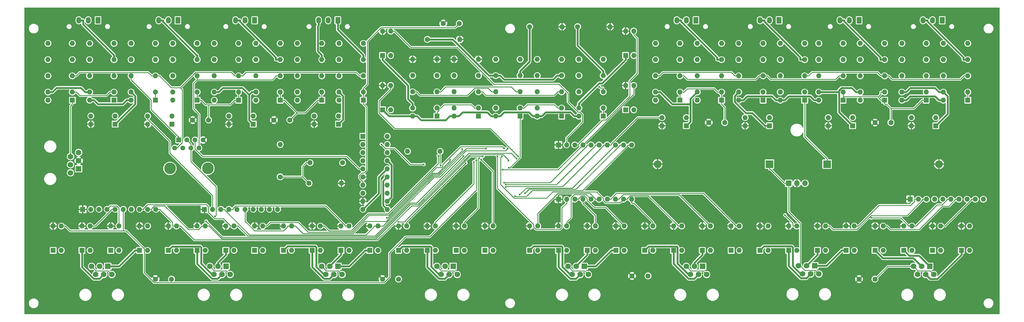
<source format=gbr>
%TF.GenerationSoftware,KiCad,Pcbnew,4.0.7*%
%TF.CreationDate,2018-12-11T18:15:29-05:00*%
%TF.ProjectId,AOML_AB_2.2,414F4D4C5F41425F322E322E6B696361,rev?*%
%TF.FileFunction,Copper,L2,Bot,Signal*%
%FSLAX46Y46*%
G04 Gerber Fmt 4.6, Leading zero omitted, Abs format (unit mm)*
G04 Created by KiCad (PCBNEW 4.0.7) date 12/11/18 18:15:29*
%MOMM*%
%LPD*%
G01*
G04 APERTURE LIST*
%ADD10C,0.100000*%
%ADD11R,2.400000X2.400000*%
%ADD12O,2.400000X2.400000*%
%ADD13R,1.600000X1.600000*%
%ADD14O,1.600000X1.600000*%
%ADD15C,1.600000*%
%ADD16R,1.800000X1.800000*%
%ADD17O,1.800000X1.800000*%
%ADD18R,1.500000X2.000000*%
%ADD19O,1.500000X2.000000*%
%ADD20R,1.500000X1.500000*%
%ADD21C,1.500000*%
%ADD22C,3.650000*%
%ADD23C,1.760000*%
%ADD24R,1.760000X1.760000*%
%ADD25C,0.600000*%
%ADD26C,0.250000*%
%ADD27C,0.600000*%
%ADD28C,0.200000*%
G04 APERTURE END LIST*
D10*
D11*
X275944000Y-72838000D03*
D12*
X310944000Y-72838000D03*
D13*
X168944000Y-99838000D03*
D14*
X171484000Y-92218000D03*
X171484000Y-99838000D03*
X168944000Y-92218000D03*
D13*
X43180000Y-86995000D03*
D14*
X45720000Y-86995000D03*
X48260000Y-86995000D03*
X50800000Y-86995000D03*
X53340000Y-86995000D03*
X55880000Y-86995000D03*
X58420000Y-86995000D03*
X60960000Y-86995000D03*
X63500000Y-86995000D03*
X66040000Y-86995000D03*
D15*
X295944000Y-59838000D03*
X290944000Y-59838000D03*
X219944000Y-107838000D03*
X214944000Y-107838000D03*
X160944000Y-28838000D03*
X155944000Y-28838000D03*
D11*
X257944000Y-72838000D03*
D12*
X222944000Y-72838000D03*
D15*
X70944000Y-108838000D03*
X65944000Y-108838000D03*
X141944000Y-108838000D03*
X136944000Y-108838000D03*
X290944000Y-108838000D03*
X285944000Y-108838000D03*
X243944000Y-59838000D03*
X238944000Y-59838000D03*
X107950000Y-59055000D03*
X102950000Y-59055000D03*
X82550000Y-59055000D03*
X77550000Y-59055000D03*
D13*
X136944000Y-38838000D03*
D14*
X139484000Y-31218000D03*
X139484000Y-38838000D03*
X136944000Y-31218000D03*
D13*
X212944000Y-55838000D03*
D14*
X215484000Y-48218000D03*
X215484000Y-55838000D03*
X212944000Y-48218000D03*
D13*
X212944000Y-38838000D03*
D14*
X215484000Y-31218000D03*
X215484000Y-38838000D03*
X212944000Y-31218000D03*
D13*
X136944000Y-55838000D03*
D14*
X139484000Y-48218000D03*
X139484000Y-55838000D03*
X136944000Y-48218000D03*
D13*
X231944000Y-60838000D03*
D14*
X224324000Y-58298000D03*
X231944000Y-58298000D03*
X224324000Y-60838000D03*
D13*
X123190000Y-60325000D03*
D14*
X115570000Y-57785000D03*
X123190000Y-57785000D03*
X115570000Y-60325000D03*
D13*
X96520000Y-60325000D03*
D14*
X88900000Y-57785000D03*
X96520000Y-57785000D03*
X88900000Y-60325000D03*
D13*
X309944000Y-60838000D03*
D14*
X302324000Y-58298000D03*
X309944000Y-58298000D03*
X302324000Y-60838000D03*
D13*
X283944000Y-60838000D03*
D14*
X276324000Y-58298000D03*
X283944000Y-58298000D03*
X276324000Y-60838000D03*
D13*
X257944000Y-60838000D03*
D14*
X250324000Y-58298000D03*
X257944000Y-58298000D03*
X250324000Y-60838000D03*
D13*
X218944000Y-99838000D03*
D14*
X221484000Y-92218000D03*
X221484000Y-99838000D03*
X218944000Y-92218000D03*
D13*
X227944000Y-99838000D03*
D14*
X230484000Y-92218000D03*
X230484000Y-99838000D03*
X227944000Y-92218000D03*
D13*
X236944000Y-99838000D03*
D14*
X239484000Y-92218000D03*
X239484000Y-99838000D03*
X236944000Y-92218000D03*
D13*
X245944000Y-99838000D03*
D14*
X248484000Y-92218000D03*
X248484000Y-99838000D03*
X245944000Y-92218000D03*
D13*
X182944000Y-99838000D03*
D14*
X185484000Y-92218000D03*
X185484000Y-99838000D03*
X182944000Y-92218000D03*
D13*
X191944000Y-99838000D03*
D14*
X194484000Y-92218000D03*
X194484000Y-99838000D03*
X191944000Y-92218000D03*
D13*
X200944000Y-99838000D03*
D14*
X203484000Y-92218000D03*
X203484000Y-99838000D03*
X200944000Y-92218000D03*
D13*
X209944000Y-99838000D03*
D14*
X212484000Y-92218000D03*
X212484000Y-99838000D03*
X209944000Y-92218000D03*
D13*
X141944000Y-99838000D03*
D14*
X144484000Y-92218000D03*
X144484000Y-99838000D03*
X141944000Y-92218000D03*
D13*
X150944000Y-99838000D03*
D14*
X153484000Y-92218000D03*
X153484000Y-99838000D03*
X150944000Y-92218000D03*
D13*
X159944000Y-99838000D03*
D14*
X162484000Y-92218000D03*
X162484000Y-99838000D03*
X159944000Y-92218000D03*
D13*
X254944000Y-99838000D03*
D14*
X257484000Y-92218000D03*
X257484000Y-99838000D03*
X254944000Y-92218000D03*
D13*
X263944000Y-99838000D03*
D14*
X266484000Y-92218000D03*
X266484000Y-99838000D03*
X263944000Y-92218000D03*
D13*
X272944000Y-99838000D03*
D14*
X275484000Y-92218000D03*
X275484000Y-99838000D03*
X272944000Y-92218000D03*
D13*
X281944000Y-99838000D03*
D14*
X284484000Y-92218000D03*
X284484000Y-99838000D03*
X281944000Y-92218000D03*
D13*
X308944000Y-99838000D03*
D14*
X311484000Y-92218000D03*
X311484000Y-99838000D03*
X308944000Y-92218000D03*
D13*
X317944000Y-99838000D03*
D14*
X320484000Y-92218000D03*
X320484000Y-99838000D03*
X317944000Y-92218000D03*
D13*
X290944000Y-99838000D03*
D14*
X293484000Y-92218000D03*
X293484000Y-99838000D03*
X290944000Y-92218000D03*
D13*
X299944000Y-99838000D03*
D14*
X302484000Y-92218000D03*
X302484000Y-99838000D03*
X299944000Y-92218000D03*
D13*
X105944000Y-99838000D03*
D14*
X108484000Y-92218000D03*
X108484000Y-99838000D03*
X105944000Y-92218000D03*
D13*
X114944000Y-99838000D03*
D14*
X117484000Y-92218000D03*
X117484000Y-99838000D03*
X114944000Y-92218000D03*
D13*
X123944000Y-99838000D03*
D14*
X126484000Y-92218000D03*
X126484000Y-99838000D03*
X123944000Y-92218000D03*
D13*
X132944000Y-99838000D03*
D14*
X135484000Y-92218000D03*
X135484000Y-99838000D03*
X132944000Y-92218000D03*
D13*
X33944000Y-99838000D03*
D14*
X36484000Y-92218000D03*
X36484000Y-99838000D03*
X33944000Y-92218000D03*
D13*
X42944000Y-99838000D03*
D14*
X45484000Y-92218000D03*
X45484000Y-99838000D03*
X42944000Y-92218000D03*
D13*
X51944000Y-99838000D03*
D14*
X54484000Y-92218000D03*
X54484000Y-99838000D03*
X51944000Y-92218000D03*
D13*
X60944000Y-99838000D03*
D14*
X63484000Y-92218000D03*
X63484000Y-99838000D03*
X60944000Y-92218000D03*
D13*
X69944000Y-99838000D03*
D14*
X72484000Y-92218000D03*
X72484000Y-99838000D03*
X69944000Y-92218000D03*
D13*
X78944000Y-99838000D03*
D14*
X81484000Y-92218000D03*
X81484000Y-99838000D03*
X78944000Y-92218000D03*
D13*
X87944000Y-99838000D03*
D14*
X90484000Y-92218000D03*
X90484000Y-99838000D03*
X87944000Y-92218000D03*
D13*
X96944000Y-99838000D03*
D14*
X99484000Y-92218000D03*
X99484000Y-99838000D03*
X96944000Y-92218000D03*
D13*
X71120000Y-60325000D03*
D14*
X63500000Y-57785000D03*
X71120000Y-57785000D03*
X63500000Y-60325000D03*
D13*
X53340000Y-60325000D03*
D14*
X45720000Y-57785000D03*
X53340000Y-57785000D03*
X45720000Y-60325000D03*
D15*
X124460000Y-72390000D03*
D14*
X114300000Y-72390000D03*
D15*
X154944000Y-68838000D03*
D14*
X144784000Y-68838000D03*
D15*
X113944000Y-78838000D03*
D14*
X124104000Y-78838000D03*
D15*
X182944000Y-29838000D03*
D14*
X193104000Y-29838000D03*
D15*
X150944000Y-33838000D03*
D14*
X161104000Y-33838000D03*
D15*
X197944000Y-29838000D03*
D14*
X208104000Y-29838000D03*
D15*
X104944000Y-76838000D03*
D14*
X104944000Y-66678000D03*
D13*
X191944000Y-66838000D03*
D14*
X194484000Y-66838000D03*
X197024000Y-66838000D03*
X199564000Y-66838000D03*
X202104000Y-66838000D03*
X204644000Y-66838000D03*
X207184000Y-66838000D03*
X209724000Y-66838000D03*
X212264000Y-66838000D03*
X214804000Y-66838000D03*
D13*
X301944000Y-83838000D03*
D14*
X304484000Y-83838000D03*
X307024000Y-83838000D03*
X309564000Y-83838000D03*
X312104000Y-83838000D03*
X314644000Y-83838000D03*
X317184000Y-83838000D03*
X319724000Y-83838000D03*
X322264000Y-83838000D03*
X324804000Y-83838000D03*
D13*
X191944000Y-83838000D03*
D14*
X194484000Y-83838000D03*
X197024000Y-83838000D03*
X199564000Y-83838000D03*
X202104000Y-83838000D03*
X204644000Y-83838000D03*
X207184000Y-83838000D03*
X209724000Y-83838000D03*
X212264000Y-83838000D03*
X214804000Y-83838000D03*
D13*
X81280000Y-86995000D03*
D14*
X83820000Y-86995000D03*
X86360000Y-86995000D03*
X88900000Y-86995000D03*
X91440000Y-86995000D03*
X93980000Y-86995000D03*
X96520000Y-86995000D03*
X99060000Y-86995000D03*
X101600000Y-86995000D03*
X104140000Y-86995000D03*
D13*
X130810000Y-64135000D03*
D14*
X138430000Y-86995000D03*
X130810000Y-66675000D03*
X138430000Y-84455000D03*
X130810000Y-69215000D03*
X138430000Y-81915000D03*
X130810000Y-71755000D03*
X138430000Y-79375000D03*
X130810000Y-74295000D03*
X138430000Y-76835000D03*
X130810000Y-76835000D03*
X138430000Y-74295000D03*
X130810000Y-79375000D03*
X138430000Y-71755000D03*
X130810000Y-81915000D03*
X138430000Y-69215000D03*
X130810000Y-84455000D03*
X138430000Y-66675000D03*
X130810000Y-86995000D03*
X138430000Y-64135000D03*
D16*
X263944000Y-78838000D03*
D17*
X266484000Y-78838000D03*
X269024000Y-78838000D03*
D18*
X96944000Y-27838000D03*
D19*
X93944000Y-27838000D03*
X90944000Y-27838000D03*
D18*
X122944000Y-27838000D03*
D19*
X119944000Y-27838000D03*
X116944000Y-27838000D03*
D18*
X234944000Y-27838000D03*
D19*
X231944000Y-27838000D03*
X228944000Y-27838000D03*
D18*
X311944000Y-27838000D03*
D19*
X308944000Y-27838000D03*
X305944000Y-27838000D03*
D18*
X285944000Y-27838000D03*
D19*
X282944000Y-27838000D03*
X279944000Y-27838000D03*
D18*
X260944000Y-27838000D03*
D19*
X257944000Y-27838000D03*
X254944000Y-27838000D03*
D18*
X72944000Y-27838000D03*
D19*
X69944000Y-27838000D03*
X66944000Y-27838000D03*
D18*
X47944000Y-27838000D03*
D19*
X44944000Y-27838000D03*
X41944000Y-27838000D03*
D20*
X73214000Y-65298000D03*
D21*
X71944000Y-67838000D03*
D22*
X82324000Y-74188000D03*
X70454000Y-74188000D03*
D21*
X74484000Y-67838000D03*
X75754000Y-65298000D03*
X77024000Y-67838000D03*
X78294000Y-65298000D03*
X79564000Y-67838000D03*
X80834000Y-65298000D03*
D23*
X41910000Y-69215000D03*
D24*
X41910000Y-74295000D03*
D23*
X39370000Y-70485000D03*
X39370000Y-73025000D03*
X41910000Y-71755000D03*
X39370000Y-75565000D03*
X45944000Y-104838000D03*
D24*
X51024000Y-104838000D03*
D23*
X47214000Y-107378000D03*
X49754000Y-107378000D03*
X48484000Y-104838000D03*
X52294000Y-107378000D03*
X82944000Y-104838000D03*
D24*
X88024000Y-104838000D03*
D23*
X84214000Y-107378000D03*
X86754000Y-107378000D03*
X85484000Y-104838000D03*
X89294000Y-107378000D03*
X153944000Y-104838000D03*
D24*
X159024000Y-104838000D03*
D23*
X155214000Y-107378000D03*
X157754000Y-107378000D03*
X156484000Y-104838000D03*
X160294000Y-107378000D03*
X117944000Y-104838000D03*
D24*
X123024000Y-104838000D03*
D23*
X119214000Y-107378000D03*
X121754000Y-107378000D03*
X120484000Y-104838000D03*
X124294000Y-107378000D03*
X302944000Y-104838000D03*
D24*
X308024000Y-104838000D03*
D23*
X304214000Y-107378000D03*
X306754000Y-107378000D03*
X305484000Y-104838000D03*
X309294000Y-107378000D03*
X267033000Y-104648000D03*
D24*
X272113000Y-104648000D03*
D23*
X268303000Y-107188000D03*
X270843000Y-107188000D03*
X269573000Y-104648000D03*
X273383000Y-107188000D03*
X231944000Y-104838000D03*
D24*
X237024000Y-104838000D03*
D23*
X233214000Y-107378000D03*
X235754000Y-107378000D03*
X234484000Y-104838000D03*
X238294000Y-107378000D03*
X194944000Y-104838000D03*
D24*
X200024000Y-104838000D03*
D23*
X196214000Y-107378000D03*
X198754000Y-107378000D03*
X197484000Y-104838000D03*
X201294000Y-107378000D03*
D13*
X153944000Y-57838000D03*
D14*
X146324000Y-40058000D03*
X153944000Y-55298000D03*
X146324000Y-45138000D03*
X153944000Y-50218000D03*
X146324000Y-50218000D03*
X153944000Y-45138000D03*
X146324000Y-55298000D03*
X153944000Y-40058000D03*
X146324000Y-57838000D03*
D13*
X166944000Y-57838000D03*
D14*
X159324000Y-40058000D03*
X166944000Y-55298000D03*
X159324000Y-45138000D03*
X166944000Y-50218000D03*
X159324000Y-50218000D03*
X166944000Y-45138000D03*
X159324000Y-55298000D03*
X166944000Y-40058000D03*
X159324000Y-57838000D03*
D13*
X179944000Y-57838000D03*
D14*
X172324000Y-40058000D03*
X179944000Y-55298000D03*
X172324000Y-45138000D03*
X179944000Y-50218000D03*
X172324000Y-50218000D03*
X179944000Y-45138000D03*
X172324000Y-55298000D03*
X179944000Y-40058000D03*
X172324000Y-57838000D03*
D13*
X192944000Y-57838000D03*
D14*
X185324000Y-40058000D03*
X192944000Y-55298000D03*
X185324000Y-45138000D03*
X192944000Y-50218000D03*
X185324000Y-50218000D03*
X192944000Y-45138000D03*
X185324000Y-55298000D03*
X192944000Y-40058000D03*
X185324000Y-57838000D03*
D13*
X205944000Y-57838000D03*
D14*
X198324000Y-40058000D03*
X205944000Y-55298000D03*
X198324000Y-45138000D03*
X205944000Y-50218000D03*
X198324000Y-50218000D03*
X205944000Y-45138000D03*
X198324000Y-55298000D03*
X205944000Y-40058000D03*
X198324000Y-57838000D03*
D13*
X229944000Y-52838000D03*
D14*
X222324000Y-35058000D03*
X229944000Y-50298000D03*
X222324000Y-40138000D03*
X229944000Y-45218000D03*
X222324000Y-45218000D03*
X229944000Y-40138000D03*
X222324000Y-50298000D03*
X229944000Y-35058000D03*
X222324000Y-52838000D03*
D13*
X242944000Y-52838000D03*
D14*
X235324000Y-35058000D03*
X242944000Y-50298000D03*
X235324000Y-40138000D03*
X242944000Y-45218000D03*
X235324000Y-45218000D03*
X242944000Y-40138000D03*
X235324000Y-50298000D03*
X242944000Y-35058000D03*
X235324000Y-52838000D03*
D13*
X130944000Y-52838000D03*
D14*
X123324000Y-35058000D03*
X130944000Y-50298000D03*
X123324000Y-40138000D03*
X130944000Y-45218000D03*
X123324000Y-45218000D03*
X130944000Y-40138000D03*
X123324000Y-50298000D03*
X130944000Y-35058000D03*
X123324000Y-52838000D03*
D13*
X117944000Y-52838000D03*
D14*
X110324000Y-35058000D03*
X117944000Y-50298000D03*
X110324000Y-40138000D03*
X117944000Y-45218000D03*
X110324000Y-45218000D03*
X117944000Y-40138000D03*
X110324000Y-50298000D03*
X117944000Y-35058000D03*
X110324000Y-52838000D03*
D13*
X91944000Y-52838000D03*
D14*
X84324000Y-35058000D03*
X91944000Y-50298000D03*
X84324000Y-40138000D03*
X91944000Y-45218000D03*
X84324000Y-45218000D03*
X91944000Y-40138000D03*
X84324000Y-50298000D03*
X91944000Y-35058000D03*
X84324000Y-52838000D03*
D13*
X104944000Y-52838000D03*
D14*
X97324000Y-35058000D03*
X104944000Y-50298000D03*
X97324000Y-40138000D03*
X104944000Y-45218000D03*
X97324000Y-45218000D03*
X104944000Y-40138000D03*
X97324000Y-50298000D03*
X104944000Y-35058000D03*
X97324000Y-52838000D03*
D13*
X306944000Y-52838000D03*
D14*
X299324000Y-35058000D03*
X306944000Y-50298000D03*
X299324000Y-40138000D03*
X306944000Y-45218000D03*
X299324000Y-45218000D03*
X306944000Y-40138000D03*
X299324000Y-50298000D03*
X306944000Y-35058000D03*
X299324000Y-52838000D03*
D13*
X319944000Y-52838000D03*
D14*
X312324000Y-35058000D03*
X319944000Y-50298000D03*
X312324000Y-40138000D03*
X319944000Y-45218000D03*
X312324000Y-45218000D03*
X319944000Y-40138000D03*
X312324000Y-50298000D03*
X319944000Y-35058000D03*
X312324000Y-52838000D03*
D13*
X280944000Y-52838000D03*
D14*
X273324000Y-35058000D03*
X280944000Y-50298000D03*
X273324000Y-40138000D03*
X280944000Y-45218000D03*
X273324000Y-45218000D03*
X280944000Y-40138000D03*
X273324000Y-50298000D03*
X280944000Y-35058000D03*
X273324000Y-52838000D03*
D13*
X293944000Y-52838000D03*
D14*
X286324000Y-35058000D03*
X293944000Y-50298000D03*
X286324000Y-40138000D03*
X293944000Y-45218000D03*
X286324000Y-45218000D03*
X293944000Y-40138000D03*
X286324000Y-50298000D03*
X293944000Y-35058000D03*
X286324000Y-52838000D03*
D13*
X255944000Y-52838000D03*
D14*
X248324000Y-35058000D03*
X255944000Y-50298000D03*
X248324000Y-40138000D03*
X255944000Y-45218000D03*
X248324000Y-45218000D03*
X255944000Y-40138000D03*
X248324000Y-50298000D03*
X255944000Y-35058000D03*
X248324000Y-52838000D03*
D13*
X268944000Y-52838000D03*
D14*
X261324000Y-35058000D03*
X268944000Y-50298000D03*
X261324000Y-40138000D03*
X268944000Y-45218000D03*
X261324000Y-45218000D03*
X268944000Y-40138000D03*
X261324000Y-50298000D03*
X268944000Y-35058000D03*
X261324000Y-52838000D03*
D13*
X65944000Y-52838000D03*
D14*
X58324000Y-35058000D03*
X65944000Y-50298000D03*
X58324000Y-40138000D03*
X65944000Y-45218000D03*
X58324000Y-45218000D03*
X65944000Y-40138000D03*
X58324000Y-50298000D03*
X65944000Y-35058000D03*
X58324000Y-52838000D03*
D13*
X78944000Y-52838000D03*
D14*
X71324000Y-35058000D03*
X78944000Y-50298000D03*
X71324000Y-40138000D03*
X78944000Y-45218000D03*
X71324000Y-45218000D03*
X78944000Y-40138000D03*
X71324000Y-50298000D03*
X78944000Y-35058000D03*
X71324000Y-52838000D03*
D13*
X39944000Y-52838000D03*
D14*
X32324000Y-35058000D03*
X39944000Y-50298000D03*
X32324000Y-40138000D03*
X39944000Y-45218000D03*
X32324000Y-45218000D03*
X39944000Y-40138000D03*
X32324000Y-50298000D03*
X39944000Y-35058000D03*
X32324000Y-52838000D03*
D13*
X52944000Y-52838000D03*
D14*
X45324000Y-35058000D03*
X52944000Y-50298000D03*
X45324000Y-40138000D03*
X52944000Y-45218000D03*
X45324000Y-45218000D03*
X52944000Y-40138000D03*
X45324000Y-50298000D03*
X52944000Y-35058000D03*
X45324000Y-52838000D03*
D25*
X176081600Y-67963000D03*
X175009600Y-67911700D03*
X174298000Y-70410500D03*
X172880900Y-70418400D03*
X176440900Y-73994400D03*
X169305300Y-67935100D03*
X168311700Y-70412400D03*
X141902900Y-90903900D03*
X154360000Y-70239700D03*
X161811600Y-68119800D03*
X167748000Y-71402200D03*
X167172700Y-70913400D03*
X158008100Y-71541800D03*
X138341200Y-89639100D03*
X166243300Y-71588000D03*
X165462600Y-72185400D03*
X162973100Y-72503900D03*
X174455500Y-74576800D03*
X179409800Y-70436100D03*
X174960000Y-78613500D03*
X175459100Y-79200100D03*
X175458900Y-79967700D03*
X179832800Y-82366700D03*
X181462600Y-81950800D03*
X178331400Y-82827000D03*
X262774800Y-88795500D03*
X289753900Y-89666300D03*
X176303400Y-71760400D03*
X178867700Y-71088000D03*
X84579800Y-89195700D03*
X136603100Y-66675000D03*
X149863500Y-72928600D03*
X204711100Y-48650500D03*
X155182400Y-73312800D03*
X81773600Y-90716300D03*
X162259600Y-70313000D03*
D26*
X90484000Y-92218000D02*
X89259000Y-92218000D01*
X60960000Y-86995000D02*
X62185000Y-86995000D01*
X89259000Y-92002500D02*
X89259000Y-92218000D01*
X87167400Y-89910900D02*
X89259000Y-92002500D01*
X84481400Y-89910900D02*
X87167400Y-89910900D01*
X82408400Y-87837900D02*
X84481400Y-89910900D01*
X82408400Y-86069800D02*
X82408400Y-87837900D01*
X81818800Y-85480200D02*
X82408400Y-86069800D01*
X63446000Y-85480200D02*
X81818800Y-85480200D01*
X62185000Y-86741200D02*
X63446000Y-85480200D01*
X62185000Y-86995000D02*
X62185000Y-86741200D01*
X90484000Y-92218000D02*
X91709000Y-92218000D01*
X175360900Y-68683700D02*
X176081600Y-67963000D01*
X163050700Y-68683700D02*
X175360900Y-68683700D01*
X154894300Y-76840100D02*
X163050700Y-68683700D01*
X153089700Y-76840100D02*
X154894300Y-76840100D01*
X134591800Y-95338000D02*
X153089700Y-76840100D01*
X94829000Y-95338000D02*
X134591800Y-95338000D01*
X91709000Y-92218000D02*
X94829000Y-95338000D01*
X99484000Y-92218000D02*
X100709000Y-92218000D01*
X174446100Y-67348200D02*
X175009600Y-67911700D01*
X161376600Y-67348200D02*
X174446100Y-67348200D01*
X155757700Y-72967100D02*
X161376600Y-67348200D01*
X155757700Y-73551200D02*
X155757700Y-72967100D01*
X155420800Y-73888100D02*
X155757700Y-73551200D01*
X153776800Y-73888100D02*
X155420800Y-73888100D01*
X138866600Y-88798300D02*
X153776800Y-73888100D01*
X132687000Y-88798300D02*
X138866600Y-88798300D01*
X127348200Y-94137100D02*
X132687000Y-88798300D01*
X113648600Y-94137100D02*
X127348200Y-94137100D01*
X110604600Y-91093100D02*
X113648600Y-94137100D01*
X101833900Y-91093100D02*
X110604600Y-91093100D01*
X100709000Y-92218000D02*
X101833900Y-91093100D01*
X229259000Y-91964200D02*
X229259000Y-92218000D01*
X220051800Y-82757000D02*
X229259000Y-91964200D01*
X214335700Y-82757000D02*
X220051800Y-82757000D01*
X213489000Y-83603700D02*
X214335700Y-82757000D01*
X213489000Y-83838000D02*
X213489000Y-83603700D01*
X212264000Y-83838000D02*
X213489000Y-83838000D01*
X230484000Y-92218000D02*
X229259000Y-92218000D01*
X211181300Y-84920700D02*
X212264000Y-83838000D01*
X206681600Y-84920700D02*
X211181300Y-84920700D01*
X205914000Y-84153100D02*
X206681600Y-84920700D01*
X205914000Y-83561700D02*
X205914000Y-84153100D01*
X203864100Y-81511800D02*
X205914000Y-83561700D01*
X190154900Y-81511800D02*
X203864100Y-81511800D01*
X188232100Y-83434600D02*
X190154900Y-81511800D01*
X178080500Y-83434600D02*
X188232100Y-83434600D01*
X173867900Y-79222000D02*
X178080500Y-83434600D01*
X173867900Y-70840600D02*
X173867900Y-79222000D01*
X174298000Y-70410500D02*
X173867900Y-70840600D01*
X214804000Y-83838000D02*
X214804000Y-85063000D01*
X221484000Y-92218000D02*
X221484000Y-90993000D01*
X215554000Y-85063000D02*
X214804000Y-85063000D01*
X221484000Y-90993000D02*
X215554000Y-85063000D01*
X194484000Y-83838000D02*
X194484000Y-85063000D01*
X172880900Y-80404700D02*
X172880900Y-70418400D01*
X184231700Y-91755500D02*
X172880900Y-80404700D01*
X184231700Y-92554900D02*
X184231700Y-91755500D01*
X184985600Y-93308800D02*
X184231700Y-92554900D01*
X192374100Y-93308800D02*
X184985600Y-93308800D01*
X193019400Y-92663500D02*
X192374100Y-93308800D01*
X193019400Y-86527600D02*
X193019400Y-92663500D01*
X194484000Y-85063000D02*
X193019400Y-86527600D01*
X63500000Y-57785000D02*
X63500000Y-59010000D01*
X63729700Y-59010000D02*
X63500000Y-59010000D01*
X70430400Y-65710700D02*
X63729700Y-59010000D01*
X70430400Y-69294000D02*
X70430400Y-65710700D01*
X83820000Y-82683600D02*
X70430400Y-69294000D01*
X83820000Y-86995000D02*
X83820000Y-82683600D01*
X114300000Y-72390000D02*
X113075000Y-72390000D01*
X111944000Y-73521000D02*
X113075000Y-72390000D01*
X111944000Y-76838000D02*
X111944000Y-73521000D01*
X104944000Y-76838000D02*
X111944000Y-76838000D01*
X111944000Y-76838000D02*
X113944000Y-78838000D01*
X319944000Y-50298000D02*
X319944000Y-52838000D01*
X243944000Y-55063000D02*
X243944000Y-59838000D01*
X242944000Y-54063000D02*
X243944000Y-55063000D01*
X242944000Y-52838000D02*
X242944000Y-54063000D01*
X205944000Y-55298000D02*
X205944000Y-57838000D01*
X182246600Y-54220400D02*
X181169000Y-55298000D01*
X190641400Y-54220400D02*
X182246600Y-54220400D01*
X191719000Y-55298000D02*
X190641400Y-54220400D01*
X192944000Y-55298000D02*
X191719000Y-55298000D01*
X179944000Y-55298000D02*
X181169000Y-55298000D01*
X156256400Y-54210600D02*
X155169000Y-55298000D01*
X164631600Y-54210600D02*
X156256400Y-54210600D01*
X165719000Y-55298000D02*
X164631600Y-54210600D01*
X166944000Y-55298000D02*
X165719000Y-55298000D01*
X229944000Y-50298000D02*
X229944000Y-52838000D01*
X39370000Y-54637000D02*
X39370000Y-70485000D01*
X39944000Y-54063000D02*
X39370000Y-54637000D01*
X39944000Y-52838000D02*
X39944000Y-54063000D01*
X110190400Y-56814600D02*
X107950000Y-59055000D01*
X110190400Y-56814400D02*
X110190400Y-56814600D01*
X104944000Y-50298000D02*
X104944000Y-52838000D01*
X106214000Y-52838000D02*
X110190400Y-56814400D01*
X104944000Y-52838000D02*
X106214000Y-52838000D01*
X112742600Y-56814400D02*
X116719000Y-52838000D01*
X110190400Y-56814400D02*
X112742600Y-56814400D01*
X117944000Y-52838000D02*
X117944000Y-50298000D01*
X117944000Y-52838000D02*
X116719000Y-52838000D01*
X242944000Y-50298000D02*
X242944000Y-52838000D01*
X229944000Y-50298000D02*
X231169000Y-50298000D01*
X232246600Y-49220400D02*
X231169000Y-50298000D01*
X240641400Y-49220400D02*
X232246600Y-49220400D01*
X241719000Y-50298000D02*
X240641400Y-49220400D01*
X242944000Y-50298000D02*
X241719000Y-50298000D01*
X268944000Y-64213000D02*
X275944000Y-71213000D01*
X268944000Y-52838000D02*
X268944000Y-64213000D01*
X275944000Y-72838000D02*
X275944000Y-71213000D01*
X306944000Y-52838000D02*
X305719000Y-52838000D01*
X303106500Y-55450500D02*
X295944000Y-55450500D01*
X305719000Y-52838000D02*
X303106500Y-55450500D01*
X294556500Y-54063000D02*
X295944000Y-55450500D01*
X293944000Y-54063000D02*
X294556500Y-54063000D01*
X295944000Y-55450500D02*
X295944000Y-59838000D01*
X293944000Y-52838000D02*
X292719000Y-52838000D01*
X293944000Y-52838000D02*
X293944000Y-54063000D01*
X280944000Y-50298000D02*
X280944000Y-51726700D01*
X280944000Y-51726700D02*
X280944000Y-52838000D01*
X293944000Y-50298000D02*
X292719000Y-50298000D01*
X292719000Y-51050600D02*
X292042900Y-51726700D01*
X292719000Y-50298000D02*
X292719000Y-51050600D01*
X292042900Y-52161900D02*
X292042900Y-51726700D01*
X292719000Y-52838000D02*
X292042900Y-52161900D01*
X292042900Y-51726700D02*
X280944000Y-51726700D01*
X42280100Y-51409100D02*
X41169000Y-50298000D01*
X50607900Y-51409100D02*
X42280100Y-51409100D01*
X51719000Y-50298000D02*
X50607900Y-51409100D01*
X52944000Y-50298000D02*
X51719000Y-50298000D01*
X39944000Y-50298000D02*
X41169000Y-50298000D01*
X159662900Y-30119100D02*
X160944000Y-28838000D01*
X136458900Y-30119100D02*
X159662900Y-30119100D01*
X132169000Y-34409000D02*
X136458900Y-30119100D01*
X132169000Y-47848000D02*
X132169000Y-34409000D01*
X130944000Y-49073000D02*
X132169000Y-47848000D01*
X130944000Y-50298000D02*
X130944000Y-49073000D01*
X130944000Y-50298000D02*
X130944000Y-52838000D01*
X130554000Y-78150000D02*
X130810000Y-78150000D01*
X129713000Y-77309000D02*
X130554000Y-78150000D01*
X129713000Y-76373300D02*
X129713000Y-77309000D01*
X130521300Y-75565000D02*
X129713000Y-76373300D01*
X131133200Y-75565000D02*
X130521300Y-75565000D01*
X131914800Y-74783400D02*
X131133200Y-75565000D01*
X131914800Y-55033800D02*
X131914800Y-74783400D01*
X130944000Y-54063000D02*
X131914800Y-55033800D01*
X130944000Y-52838000D02*
X130944000Y-54063000D01*
X130810000Y-79375000D02*
X130810000Y-78150000D01*
X153944000Y-55298000D02*
X154556500Y-55298000D01*
X154556500Y-55298000D02*
X155169000Y-55298000D01*
X154556500Y-56000500D02*
X153944000Y-56613000D01*
X154556500Y-55298000D02*
X154556500Y-56000500D01*
X153944000Y-57838000D02*
X153944000Y-56613000D01*
X78944000Y-50298000D02*
X78944000Y-52838000D01*
X82550000Y-54286100D02*
X82550000Y-59055000D01*
X89270900Y-54286100D02*
X82550000Y-54286100D01*
X90719000Y-52838000D02*
X89270900Y-54286100D01*
X81617100Y-54286100D02*
X80169000Y-52838000D01*
X82550000Y-54286100D02*
X81617100Y-54286100D01*
X78944000Y-52838000D02*
X80169000Y-52838000D01*
X91944000Y-52838000D02*
X91331500Y-52838000D01*
X91331500Y-52838000D02*
X90719000Y-52838000D01*
X91944000Y-52225500D02*
X91944000Y-50298000D01*
X91331500Y-52838000D02*
X91944000Y-52225500D01*
X65944000Y-52838000D02*
X65944000Y-50298000D01*
X179944000Y-57838000D02*
X179944000Y-59063000D01*
X176793500Y-73994400D02*
X176440900Y-73994400D01*
X180002900Y-70785000D02*
X176793500Y-73994400D01*
X180002900Y-59121900D02*
X180002900Y-70785000D01*
X179944000Y-59063000D02*
X180002900Y-59121900D01*
X86360000Y-86995000D02*
X87585000Y-86995000D01*
X135484000Y-92218000D02*
X134259000Y-92218000D01*
X135484000Y-92218000D02*
X137145600Y-92218000D01*
X134259000Y-92451000D02*
X134259000Y-92218000D01*
X131772300Y-94937700D02*
X134259000Y-92451000D01*
X95321800Y-94937700D02*
X131772300Y-94937700D01*
X87585000Y-87200900D02*
X95321800Y-94937700D01*
X87585000Y-86995000D02*
X87585000Y-87200900D01*
X163072300Y-67935100D02*
X169305300Y-67935100D01*
X154567600Y-76439800D02*
X163072300Y-67935100D01*
X152923800Y-76439800D02*
X154567600Y-76439800D01*
X137145600Y-92218000D02*
X152923800Y-76439800D01*
X90125000Y-86770500D02*
X90125000Y-86995000D01*
X90984200Y-85911300D02*
X90125000Y-86770500D01*
X119182000Y-85911300D02*
X90984200Y-85911300D01*
X125259000Y-91988300D02*
X119182000Y-85911300D01*
X125259000Y-92218000D02*
X125259000Y-91988300D01*
X126484000Y-92218000D02*
X125259000Y-92218000D01*
X88900000Y-86995000D02*
X90125000Y-86995000D01*
X143755000Y-90903900D02*
X141902900Y-90903900D01*
X164321400Y-70337500D02*
X143755000Y-90903900D01*
X168236800Y-70337500D02*
X164321400Y-70337500D01*
X168311700Y-70412400D02*
X168236800Y-70337500D01*
X120227800Y-93736800D02*
X118709000Y-92218000D01*
X127106100Y-93736800D02*
X120227800Y-93736800D01*
X132470100Y-88372800D02*
X127106100Y-93736800D01*
X138616100Y-88372800D02*
X132470100Y-88372800D01*
X154360000Y-72628900D02*
X138616100Y-88372800D01*
X154360000Y-70239700D02*
X154360000Y-72628900D01*
X117484000Y-92218000D02*
X118709000Y-92218000D01*
X107259000Y-92471800D02*
X107259000Y-92218000D01*
X105983600Y-93747200D02*
X107259000Y-92471800D01*
X96948800Y-93747200D02*
X105983600Y-93747200D01*
X93980000Y-90778400D02*
X96948800Y-93747200D01*
X93980000Y-86995000D02*
X93980000Y-90778400D01*
X107871500Y-92218000D02*
X107259000Y-92218000D01*
X107871500Y-92218000D02*
X108484000Y-92218000D01*
X108484000Y-92218000D02*
X109709000Y-92218000D01*
X161811600Y-68629700D02*
X161811600Y-68119800D01*
X154401800Y-76039500D02*
X161811600Y-68629700D01*
X152757800Y-76039500D02*
X154401800Y-76039500D01*
X138015400Y-90781900D02*
X152757800Y-76039500D01*
X131393400Y-90781900D02*
X138015400Y-90781900D01*
X127637900Y-94537400D02*
X131393400Y-90781900D01*
X112028400Y-94537400D02*
X127637900Y-94537400D01*
X109709000Y-92218000D02*
X112028400Y-94537400D01*
X171484000Y-92218000D02*
X171484000Y-75138200D01*
X171484000Y-75138200D02*
X167748000Y-71402200D01*
X162484000Y-92218000D02*
X162484000Y-90993000D01*
X166871500Y-71214600D02*
X167172700Y-70913400D01*
X166871500Y-86605500D02*
X166871500Y-71214600D01*
X162484000Y-90993000D02*
X166871500Y-86605500D01*
X54484000Y-86573300D02*
X54484000Y-92218000D01*
X53828500Y-85917800D02*
X54484000Y-86573300D01*
X51877200Y-85917800D02*
X53828500Y-85917800D01*
X50800000Y-86995000D02*
X51877200Y-85917800D01*
X47121700Y-92218000D02*
X45484000Y-92218000D01*
X52115000Y-87224700D02*
X47121700Y-92218000D01*
X52115000Y-86995000D02*
X52115000Y-87224700D01*
X53340000Y-86995000D02*
X52115000Y-86995000D01*
X158008100Y-71867000D02*
X158008100Y-71541800D01*
X154235900Y-75639200D02*
X158008100Y-71867000D01*
X152592000Y-75639200D02*
X154235900Y-75639200D01*
X138592100Y-89639100D02*
X152592000Y-75639200D01*
X138341200Y-89639100D02*
X138592100Y-89639100D01*
X55880000Y-93713700D02*
X56813300Y-93713700D01*
X56813300Y-93713700D02*
X62408600Y-99309000D01*
X62408600Y-99309000D02*
X62408600Y-106864500D01*
X62408600Y-106864500D02*
X65457400Y-109913300D01*
X65457400Y-109913300D02*
X137425200Y-109913300D01*
X137425200Y-109913300D02*
X139118400Y-108220100D01*
X139118400Y-108220100D02*
X139118400Y-100638500D01*
X139118400Y-100638500D02*
X144153600Y-95603300D01*
X144153600Y-95603300D02*
X151650400Y-95603300D01*
X151650400Y-95603300D02*
X166243300Y-81010400D01*
X166243300Y-81010400D02*
X166243300Y-71588000D01*
X36484000Y-92218000D02*
X37709000Y-92218000D01*
X39204700Y-93713700D02*
X37709000Y-92218000D01*
X55880000Y-93713700D02*
X39204700Y-93713700D01*
X55880000Y-86995000D02*
X55880000Y-93713700D01*
X153484000Y-92218000D02*
X153484000Y-90993000D01*
X165462600Y-79014400D02*
X165462600Y-72185400D01*
X153484000Y-90993000D02*
X165462600Y-79014400D01*
X144484000Y-92218000D02*
X144484000Y-90993000D01*
X144484000Y-90993000D02*
X162973100Y-72503900D01*
X145760800Y-36269800D02*
X140709000Y-31218000D01*
X160255400Y-36269800D02*
X145760800Y-36269800D01*
X171763900Y-47778300D02*
X160255400Y-36269800D01*
X192088900Y-47778300D02*
X171763900Y-47778300D01*
X194924900Y-50614300D02*
X192088900Y-47778300D01*
X194924900Y-53424000D02*
X194924900Y-50614300D01*
X198068900Y-56568000D02*
X194924900Y-53424000D01*
X198595100Y-56568000D02*
X198068900Y-56568000D01*
X199426300Y-57399200D02*
X198595100Y-56568000D01*
X199426300Y-59692800D02*
X199426300Y-57399200D01*
X194484000Y-64635100D02*
X199426300Y-59692800D01*
X194484000Y-66838000D02*
X194484000Y-64635100D01*
X139484000Y-31218000D02*
X140709000Y-31218000D01*
X197024000Y-66838000D02*
X198249000Y-66838000D01*
X215484000Y-31218000D02*
X215484000Y-32443000D01*
X216577600Y-33536600D02*
X215484000Y-32443000D01*
X216577600Y-44496400D02*
X216577600Y-33536600D01*
X214235700Y-46838300D02*
X216577600Y-44496400D01*
X214235700Y-51604200D02*
X214235700Y-46838300D01*
X206831300Y-59008600D02*
X214235700Y-51604200D01*
X205810400Y-59008600D02*
X206831300Y-59008600D01*
X198249000Y-66570000D02*
X205810400Y-59008600D01*
X198249000Y-66838000D02*
X198249000Y-66570000D01*
X215484000Y-50922200D02*
X215484000Y-48218000D01*
X199568200Y-66838000D02*
X215484000Y-50922200D01*
X199564000Y-66838000D02*
X199568200Y-66838000D01*
X191825200Y-74576800D02*
X199564000Y-66838000D01*
X174455500Y-74576800D02*
X191825200Y-74576800D01*
X139484000Y-48218000D02*
X139484000Y-49443000D01*
X135868600Y-53058400D02*
X139484000Y-49443000D01*
X135868600Y-56751900D02*
X135868600Y-53058400D01*
X140785400Y-61668700D02*
X135868600Y-56751900D01*
X170642400Y-61668700D02*
X140785400Y-61668700D01*
X179409800Y-70436100D02*
X170642400Y-61668700D01*
X202104000Y-66838000D02*
X200879000Y-66838000D01*
X189357300Y-78613500D02*
X174960000Y-78613500D01*
X200879000Y-67091800D02*
X189357300Y-78613500D01*
X200879000Y-66838000D02*
X200879000Y-67091800D01*
X204644000Y-66838000D02*
X203419000Y-66838000D01*
X191310700Y-79200100D02*
X175459100Y-79200100D01*
X203419000Y-67091800D02*
X191310700Y-79200100D01*
X203419000Y-66838000D02*
X203419000Y-67091800D01*
X216719300Y-58298000D02*
X224324000Y-58298000D01*
X208409000Y-66608300D02*
X216719300Y-58298000D01*
X208409000Y-66838000D02*
X208409000Y-66608300D01*
X207184000Y-66838000D02*
X205959000Y-66838000D01*
X207184000Y-66838000D02*
X208409000Y-66838000D01*
X175607400Y-79819200D02*
X175458900Y-79967700D01*
X193231600Y-79819200D02*
X175607400Y-79819200D01*
X205959000Y-67091800D02*
X193231600Y-79819200D01*
X205959000Y-66838000D02*
X205959000Y-67091800D01*
X196272300Y-80289700D02*
X209724000Y-66838000D01*
X181909800Y-80289700D02*
X196272300Y-80289700D01*
X179832800Y-82366700D02*
X181909800Y-80289700D01*
X212264000Y-66838000D02*
X211039000Y-66838000D01*
X182723300Y-80690100D02*
X181462600Y-81950800D01*
X197440700Y-80690100D02*
X182723300Y-80690100D01*
X211039000Y-67091800D02*
X197440700Y-80690100D01*
X211039000Y-66838000D02*
X211039000Y-67091800D01*
X214804000Y-66838000D02*
X213579000Y-66838000D01*
X213579000Y-67091800D02*
X213579000Y-66838000D01*
X199559300Y-81111500D02*
X213579000Y-67091800D01*
X183747200Y-81111500D02*
X199559300Y-81111500D01*
X181916700Y-82942000D02*
X183747200Y-81111500D01*
X178446400Y-82942000D02*
X181916700Y-82942000D01*
X178331400Y-82827000D02*
X178446400Y-82942000D01*
X303259000Y-84524900D02*
X303259000Y-83838000D01*
X302033000Y-85750900D02*
X303259000Y-84524900D01*
X292176100Y-85750900D02*
X302033000Y-85750900D01*
X285709000Y-92218000D02*
X292176100Y-85750900D01*
X284484000Y-92218000D02*
X285709000Y-92218000D01*
X304484000Y-83838000D02*
X303259000Y-83838000D01*
X275484000Y-92218000D02*
X276709000Y-92218000D01*
X307024000Y-83838000D02*
X305799000Y-83838000D01*
X305799000Y-84091800D02*
X305799000Y-83838000D01*
X300938400Y-88952400D02*
X305799000Y-84091800D01*
X289653800Y-88952400D02*
X300938400Y-88952400D01*
X285309900Y-93296300D02*
X289653800Y-88952400D01*
X277787300Y-93296300D02*
X285309900Y-93296300D01*
X276709000Y-92218000D02*
X277787300Y-93296300D01*
X265259000Y-91279700D02*
X265259000Y-92218000D01*
X262774800Y-88795500D02*
X265259000Y-91279700D01*
X266484000Y-92218000D02*
X265259000Y-92218000D01*
X313419000Y-84091800D02*
X313419000Y-83838000D01*
X311942600Y-85568200D02*
X313419000Y-84091800D01*
X310358800Y-85568200D02*
X311942600Y-85568200D01*
X303709000Y-92218000D02*
X310358800Y-85568200D01*
X302484000Y-92218000D02*
X303709000Y-92218000D01*
X314644000Y-83838000D02*
X313419000Y-83838000D01*
X302484000Y-92218000D02*
X301259000Y-92218000D01*
X301259000Y-91964200D02*
X301259000Y-92218000D01*
X298961100Y-89666300D02*
X301259000Y-91964200D01*
X289753900Y-89666300D02*
X298961100Y-89666300D01*
X315959000Y-84091800D02*
X315959000Y-83838000D01*
X314082200Y-85968600D02*
X315959000Y-84091800D01*
X312084400Y-85968600D02*
X314082200Y-85968600D01*
X304748000Y-93305000D02*
X312084400Y-85968600D01*
X295796000Y-93305000D02*
X304748000Y-93305000D01*
X294709000Y-92218000D02*
X295796000Y-93305000D01*
X293484000Y-92218000D02*
X294709000Y-92218000D01*
X317184000Y-83838000D02*
X315959000Y-83838000D01*
X312888700Y-92218000D02*
X311484000Y-92218000D01*
X321039000Y-84067700D02*
X312888700Y-92218000D01*
X321039000Y-83838000D02*
X321039000Y-84067700D01*
X322264000Y-83838000D02*
X321039000Y-83838000D01*
X206644000Y-86378000D02*
X212484000Y-92218000D01*
X203096600Y-86378000D02*
X206644000Y-86378000D01*
X200834000Y-84115400D02*
X203096600Y-86378000D01*
X200834000Y-83572700D02*
X200834000Y-84115400D01*
X200013200Y-82751900D02*
X200834000Y-83572700D01*
X199098200Y-82751900D02*
X200013200Y-82751900D01*
X198249000Y-83601100D02*
X199098200Y-82751900D01*
X198249000Y-83838000D02*
X198249000Y-83601100D01*
X197024000Y-83838000D02*
X198249000Y-83838000D01*
X203484000Y-88983000D02*
X203484000Y-92218000D01*
X199564000Y-85063000D02*
X203484000Y-88983000D01*
X199564000Y-83838000D02*
X199564000Y-85063000D01*
X195895600Y-89581400D02*
X194484000Y-90993000D01*
X195895600Y-83388000D02*
X195895600Y-89581400D01*
X196932100Y-82351500D02*
X195895600Y-83388000D01*
X200617500Y-82351500D02*
X196932100Y-82351500D01*
X202104000Y-83838000D02*
X200617500Y-82351500D01*
X194484000Y-92218000D02*
X194484000Y-90993000D01*
X185484000Y-88265600D02*
X185484000Y-92218000D01*
X191837400Y-81912200D02*
X185484000Y-88265600D01*
X201722900Y-81912200D02*
X191837400Y-81912200D01*
X203419000Y-83608300D02*
X201722900Y-81912200D01*
X203419000Y-83838000D02*
X203419000Y-83608300D01*
X204644000Y-83838000D02*
X203419000Y-83838000D01*
X247259000Y-91964200D02*
X247259000Y-92218000D01*
X237251000Y-81956200D02*
X247259000Y-91964200D01*
X210061000Y-81956200D02*
X237251000Y-81956200D01*
X208409000Y-83608200D02*
X210061000Y-81956200D01*
X208409000Y-83838000D02*
X208409000Y-83608200D01*
X207184000Y-83838000D02*
X208409000Y-83838000D01*
X248484000Y-92218000D02*
X247259000Y-92218000D01*
X229622600Y-82356600D02*
X239484000Y-92218000D01*
X212200700Y-82356600D02*
X229622600Y-82356600D01*
X210949000Y-83608300D02*
X212200700Y-82356600D01*
X210949000Y-83838000D02*
X210949000Y-83608300D01*
X209724000Y-83838000D02*
X210949000Y-83838000D01*
X71259000Y-90989000D02*
X67265000Y-86995000D01*
X71259000Y-92218000D02*
X71259000Y-90989000D01*
X72484000Y-92218000D02*
X71259000Y-92218000D01*
X66040000Y-86995000D02*
X67265000Y-86995000D01*
X72484000Y-92218000D02*
X73709000Y-92218000D01*
X176303400Y-71529000D02*
X176303400Y-71760400D01*
X174609600Y-69835200D02*
X176303400Y-71529000D01*
X164257400Y-69835200D02*
X174609600Y-69835200D01*
X148157000Y-85935600D02*
X164257400Y-69835200D01*
X145975800Y-85935600D02*
X148157000Y-85935600D01*
X135372500Y-96538900D02*
X145975800Y-85935600D01*
X78029900Y-96538900D02*
X135372500Y-96538900D01*
X73709000Y-92218000D02*
X78029900Y-96538900D01*
X63500000Y-86995000D02*
X64725000Y-86995000D01*
X80871500Y-92218000D02*
X80259000Y-92218000D01*
X80871500Y-92218000D02*
X81484000Y-92218000D01*
X81484000Y-92218000D02*
X82709000Y-92218000D01*
X64725000Y-86738400D02*
X64725000Y-86995000D01*
X65565100Y-85898300D02*
X64725000Y-86738400D01*
X68797400Y-85898300D02*
X65565100Y-85898300D01*
X76210900Y-93311800D02*
X68797400Y-85898300D01*
X79405900Y-93311800D02*
X76210900Y-93311800D01*
X80259000Y-92458700D02*
X79405900Y-93311800D01*
X80259000Y-92218000D02*
X80259000Y-92458700D01*
X177208300Y-69428600D02*
X178867700Y-71088000D01*
X163973900Y-69428600D02*
X177208300Y-69428600D01*
X148008500Y-85394000D02*
X163973900Y-69428600D01*
X145668300Y-85394000D02*
X148008500Y-85394000D01*
X134923700Y-96138600D02*
X145668300Y-85394000D01*
X86629600Y-96138600D02*
X134923700Y-96138600D01*
X82709000Y-92218000D02*
X86629600Y-96138600D01*
X196328600Y-106222600D02*
X194944000Y-104838000D01*
X200138600Y-106222600D02*
X196328600Y-106222600D01*
X201294000Y-107378000D02*
X200138600Y-106222600D01*
X233328600Y-106222600D02*
X231944000Y-104838000D01*
X237138600Y-106222600D02*
X233328600Y-106222600D01*
X238294000Y-107378000D02*
X237138600Y-106222600D01*
X304328600Y-106222600D02*
X302944000Y-104838000D01*
X308138600Y-106222600D02*
X304328600Y-106222600D01*
X309294000Y-107378000D02*
X308138600Y-106222600D01*
X119328600Y-106222600D02*
X117944000Y-104838000D01*
X123138600Y-106222600D02*
X119328600Y-106222600D01*
X124294000Y-107378000D02*
X123138600Y-106222600D01*
X84328600Y-106222600D02*
X82944000Y-104838000D01*
X88138600Y-106222600D02*
X84328600Y-106222600D01*
X89294000Y-107378000D02*
X88138600Y-106222600D01*
X258244000Y-74463000D02*
X257944000Y-74463000D01*
X262619000Y-78838000D02*
X258244000Y-74463000D01*
X257944000Y-72838000D02*
X257944000Y-74463000D01*
X263944000Y-78838000D02*
X262619000Y-78838000D01*
X263944000Y-78838000D02*
X263944000Y-87798500D01*
X267033000Y-104648000D02*
X267564500Y-104648000D01*
X268949100Y-106032600D02*
X267564500Y-104648000D01*
X272227600Y-106032600D02*
X268949100Y-106032600D01*
X273383000Y-107188000D02*
X272227600Y-106032600D01*
X47328600Y-106222600D02*
X45944000Y-104838000D01*
X51138600Y-106222600D02*
X47328600Y-106222600D01*
X52294000Y-107378000D02*
X51138600Y-106222600D01*
X155328600Y-106222600D02*
X153944000Y-104838000D01*
X159138600Y-106222600D02*
X155328600Y-106222600D01*
X160294000Y-107378000D02*
X159138600Y-106222600D01*
X77024000Y-72036000D02*
X77024000Y-67838000D01*
X84898700Y-79910700D02*
X77024000Y-72036000D01*
X84898700Y-88876800D02*
X84898700Y-79910700D01*
X84579800Y-89195700D02*
X84898700Y-88876800D01*
X77024000Y-66568000D02*
X75754000Y-65298000D01*
X77024000Y-67838000D02*
X77024000Y-66568000D01*
X267564500Y-91419000D02*
X263944000Y-87798500D01*
X267564500Y-104648000D02*
X267564500Y-91419000D01*
X294944000Y-104838000D02*
X302944000Y-104838000D01*
X290944000Y-108838000D02*
X294944000Y-104838000D01*
D27*
X301611300Y-101505300D02*
X299944000Y-99838000D01*
X304691300Y-101505300D02*
X301611300Y-101505300D01*
X308024000Y-104838000D02*
X304691300Y-101505300D01*
X302901700Y-102255700D02*
X305484000Y-104838000D01*
X293361700Y-102255700D02*
X302901700Y-102255700D01*
X290944000Y-99838000D02*
X293361700Y-102255700D01*
X310421300Y-108760700D02*
X317944000Y-101238000D01*
X308136700Y-108760700D02*
X310421300Y-108760700D01*
X306754000Y-107378000D02*
X308136700Y-108760700D01*
X317944000Y-99838000D02*
X317944000Y-101238000D01*
X137140400Y-85705400D02*
X138430000Y-86995000D01*
X137140400Y-78124600D02*
X137140400Y-85705400D01*
X138430000Y-76835000D02*
X137140400Y-78124600D01*
D26*
X145694500Y-72928600D02*
X149863500Y-72928600D01*
X140710900Y-67945000D02*
X145694500Y-72928600D01*
X137873100Y-67945000D02*
X140710900Y-67945000D01*
X136603100Y-66675000D02*
X137873100Y-67945000D01*
D27*
X139719600Y-83165400D02*
X138430000Y-84455000D01*
X139719600Y-73044600D02*
X139719600Y-83165400D01*
X138430000Y-71755000D02*
X139719600Y-73044600D01*
D26*
X125706500Y-70416500D02*
X129585000Y-74295000D01*
X80661600Y-70416500D02*
X125706500Y-70416500D01*
X78294000Y-68048900D02*
X80661600Y-70416500D01*
X78294000Y-65298000D02*
X78294000Y-68048900D01*
X130810000Y-74295000D02*
X129585000Y-74295000D01*
D27*
X135790700Y-82014300D02*
X130810000Y-86995000D01*
X135790700Y-76934300D02*
X135790700Y-82014300D01*
X138430000Y-74295000D02*
X135790700Y-76934300D01*
X144924000Y-48218000D02*
X136944000Y-40238000D01*
X144924000Y-52498000D02*
X144924000Y-48218000D01*
X146324000Y-53898000D02*
X144924000Y-52498000D01*
X146324000Y-55298000D02*
X146324000Y-53898000D01*
X136944000Y-38838000D02*
X136944000Y-40238000D01*
X205608200Y-47573800D02*
X212944000Y-40238000D01*
X204648200Y-47573800D02*
X205608200Y-47573800D01*
X198324000Y-53898000D02*
X204648200Y-47573800D01*
X198324000Y-55298000D02*
X198324000Y-53898000D01*
X212944000Y-38838000D02*
X212944000Y-40238000D01*
X55673700Y-54088300D02*
X56924000Y-52838000D01*
X47974300Y-54088300D02*
X55673700Y-54088300D01*
X46724000Y-52838000D02*
X47974300Y-54088300D01*
X45324000Y-52838000D02*
X46724000Y-52838000D01*
X58324000Y-52838000D02*
X56924000Y-52838000D01*
X270673700Y-51587700D02*
X271924000Y-52838000D01*
X263974300Y-51587700D02*
X270673700Y-51587700D01*
X262724000Y-52838000D02*
X263974300Y-51587700D01*
X261324000Y-52838000D02*
X262724000Y-52838000D01*
X273324000Y-52838000D02*
X271924000Y-52838000D01*
X301974300Y-51587700D02*
X300724000Y-52838000D01*
X309673700Y-51587700D02*
X301974300Y-51587700D01*
X310924000Y-52838000D02*
X309673700Y-51587700D01*
X312324000Y-52838000D02*
X310924000Y-52838000D01*
X299324000Y-52838000D02*
X300724000Y-52838000D01*
X187974300Y-56587700D02*
X186724000Y-57838000D01*
X195673700Y-56587700D02*
X187974300Y-56587700D01*
X196924000Y-57838000D02*
X195673700Y-56587700D01*
X198324000Y-57838000D02*
X196924000Y-57838000D01*
X186024000Y-57838000D02*
X185569200Y-57838000D01*
X185324000Y-57838000D02*
X185569200Y-57838000D01*
X186024000Y-57838000D02*
X186724000Y-57838000D01*
X169673700Y-56587700D02*
X170924000Y-57838000D01*
X161974300Y-56587700D02*
X169673700Y-56587700D01*
X160724000Y-57838000D02*
X161974300Y-56587700D01*
X159324000Y-57838000D02*
X160724000Y-57838000D01*
X171624000Y-57838000D02*
X170924000Y-57838000D01*
X171624000Y-57838000D02*
X172324000Y-57838000D01*
X182673700Y-56587700D02*
X183924000Y-57838000D01*
X174974300Y-56587700D02*
X182673700Y-56587700D01*
X173724000Y-57838000D02*
X174974300Y-56587700D01*
X172324000Y-57838000D02*
X173724000Y-57838000D01*
X185324000Y-57838000D02*
X183924000Y-57838000D01*
X258673700Y-51587700D02*
X259924000Y-52838000D01*
X250974300Y-51587700D02*
X258673700Y-51587700D01*
X249724000Y-52838000D02*
X250974300Y-51587700D01*
X248324000Y-52838000D02*
X249724000Y-52838000D01*
X261324000Y-52838000D02*
X259924000Y-52838000D01*
X138944000Y-57838000D02*
X146324000Y-57838000D01*
X136944000Y-55838000D02*
X138944000Y-57838000D01*
X156673700Y-59088300D02*
X157924000Y-57838000D01*
X148974300Y-59088300D02*
X156673700Y-59088300D01*
X147724000Y-57838000D02*
X148974300Y-59088300D01*
X146324000Y-57838000D02*
X147724000Y-57838000D01*
X159324000Y-57838000D02*
X157924000Y-57838000D01*
X222324000Y-50298000D02*
X223724000Y-50298000D01*
X233233600Y-59548400D02*
X231944000Y-60838000D01*
X233233600Y-54103200D02*
X233233600Y-59548400D01*
X227529200Y-54103200D02*
X233233600Y-54103200D01*
X223724000Y-50298000D02*
X227529200Y-54103200D01*
X233233700Y-52388300D02*
X235324000Y-50298000D01*
X233233700Y-54103200D02*
X233233700Y-52388300D01*
X233233600Y-54103200D02*
X233233700Y-54103200D01*
X124575800Y-58939200D02*
X123190000Y-60325000D01*
X124575800Y-51549800D02*
X124575800Y-58939200D01*
X123324000Y-50298000D02*
X124575800Y-51549800D01*
X97324000Y-50298000D02*
X96073600Y-50298000D01*
X84324000Y-50298000D02*
X85724000Y-50298000D01*
X86989100Y-49032900D02*
X85724000Y-50298000D01*
X93122100Y-49032900D02*
X86989100Y-49032900D01*
X95230400Y-51141200D02*
X93122100Y-49032900D01*
X96073600Y-50298000D02*
X95230400Y-51141200D01*
X95230400Y-59035400D02*
X96520000Y-60325000D01*
X95230400Y-51141200D02*
X95230400Y-59035400D01*
X313610800Y-51584800D02*
X312324000Y-50298000D01*
X313610800Y-57171200D02*
X313610800Y-51584800D01*
X309944000Y-60838000D02*
X313610800Y-57171200D01*
X301978000Y-49044000D02*
X300724000Y-50298000D01*
X309670000Y-49044000D02*
X301978000Y-49044000D01*
X310924000Y-50298000D02*
X309670000Y-49044000D01*
X312324000Y-50298000D02*
X310924000Y-50298000D01*
X299324000Y-50298000D02*
X300724000Y-50298000D01*
X286324000Y-50298000D02*
X284924000Y-50298000D01*
X273324000Y-50298000D02*
X279660400Y-50298000D01*
X279660400Y-49807700D02*
X279660400Y-50298000D01*
X280426200Y-49041900D02*
X279660400Y-49807700D01*
X283667900Y-49041900D02*
X280426200Y-49041900D01*
X284924000Y-50298000D02*
X283667900Y-49041900D01*
X279660400Y-56554400D02*
X283944000Y-60838000D01*
X279660400Y-50298000D02*
X279660400Y-56554400D01*
X252571200Y-56865200D02*
X256544000Y-60838000D01*
X250572900Y-56865200D02*
X252571200Y-56865200D01*
X247072800Y-53365100D02*
X250572900Y-56865200D01*
X247072800Y-51549200D02*
X247072800Y-53365100D01*
X248324000Y-50298000D02*
X247072800Y-51549200D01*
X257944000Y-60838000D02*
X256544000Y-60838000D01*
X220197700Y-98584300D02*
X218944000Y-99838000D01*
X228949300Y-98584300D02*
X220197700Y-98584300D01*
X229194500Y-98829500D02*
X228949300Y-98584300D01*
X229194500Y-103969900D02*
X229194500Y-98829500D01*
X232602600Y-107378000D02*
X229194500Y-103969900D01*
X233214000Y-107378000D02*
X232602600Y-107378000D01*
X227944000Y-104022200D02*
X227944000Y-99838000D01*
X232644300Y-108722500D02*
X227944000Y-104022200D01*
X234409500Y-108722500D02*
X232644300Y-108722500D01*
X235754000Y-107378000D02*
X234409500Y-108722500D01*
X234484000Y-103698000D02*
X236944000Y-101238000D01*
X234484000Y-104838000D02*
X234484000Y-103698000D01*
X236944000Y-99838000D02*
X236944000Y-101238000D01*
X184216300Y-98565700D02*
X182944000Y-99838000D01*
X192915200Y-98565700D02*
X184216300Y-98565700D01*
X193194400Y-98844900D02*
X192915200Y-98565700D01*
X193194400Y-104969800D02*
X193194400Y-98844900D01*
X195602600Y-107378000D02*
X193194400Y-104969800D01*
X196214000Y-107378000D02*
X195602600Y-107378000D01*
X191944000Y-105013500D02*
X191944000Y-99838000D01*
X195653000Y-108722500D02*
X191944000Y-105013500D01*
X197409500Y-108722500D02*
X195653000Y-108722500D01*
X198754000Y-107378000D02*
X197409500Y-108722500D01*
X197484000Y-104698000D02*
X200944000Y-101238000D01*
X197484000Y-104838000D02*
X197484000Y-104698000D01*
X200944000Y-99838000D02*
X200944000Y-101238000D01*
X203544000Y-104838000D02*
X208544000Y-99838000D01*
X200024000Y-104838000D02*
X203544000Y-104838000D01*
X209944000Y-99838000D02*
X208544000Y-99838000D01*
X143197700Y-98584300D02*
X141944000Y-99838000D01*
X151949300Y-98584300D02*
X143197700Y-98584300D01*
X152194400Y-98829400D02*
X151949300Y-98584300D01*
X152194400Y-104969800D02*
X152194400Y-98829400D01*
X154602600Y-107378000D02*
X152194400Y-104969800D01*
X155214000Y-107378000D02*
X154602600Y-107378000D01*
X150944000Y-105013500D02*
X150944000Y-99838000D01*
X154653000Y-108722500D02*
X150944000Y-105013500D01*
X156409500Y-108722500D02*
X154653000Y-108722500D01*
X157754000Y-107378000D02*
X156409500Y-108722500D01*
X256233000Y-98549000D02*
X254944000Y-99838000D01*
X264899800Y-98549000D02*
X256233000Y-98549000D01*
X265194400Y-98843600D02*
X264899800Y-98549000D01*
X265194400Y-104690800D02*
X265194400Y-98843600D01*
X267691600Y-107188000D02*
X265194400Y-104690800D01*
X268303000Y-107188000D02*
X267691600Y-107188000D01*
X263944000Y-104729600D02*
X263944000Y-99838000D01*
X267746900Y-108532500D02*
X263944000Y-104729600D01*
X269498500Y-108532500D02*
X267746900Y-108532500D01*
X270843000Y-107188000D02*
X269498500Y-108532500D01*
X269573000Y-104609000D02*
X272944000Y-101238000D01*
X269573000Y-104648000D02*
X269573000Y-104609000D01*
X272944000Y-99838000D02*
X272944000Y-101238000D01*
X275734000Y-104648000D02*
X280544000Y-99838000D01*
X272113000Y-104648000D02*
X275734000Y-104648000D01*
X281944000Y-99838000D02*
X280544000Y-99838000D01*
X107233000Y-98549000D02*
X105944000Y-99838000D01*
X115899800Y-98549000D02*
X107233000Y-98549000D01*
X116194400Y-98843600D02*
X115899800Y-98549000D01*
X116194400Y-104969800D02*
X116194400Y-98843600D01*
X118602600Y-107378000D02*
X116194400Y-104969800D01*
X119214000Y-107378000D02*
X118602600Y-107378000D01*
X114944000Y-105013500D02*
X114944000Y-99838000D01*
X118653000Y-108722500D02*
X114944000Y-105013500D01*
X120409500Y-108722500D02*
X118653000Y-108722500D01*
X121754000Y-107378000D02*
X120409500Y-108722500D01*
X120484000Y-104698000D02*
X123944000Y-101238000D01*
X120484000Y-104838000D02*
X120484000Y-104698000D01*
X123944000Y-99838000D02*
X123944000Y-101238000D01*
X126544000Y-104838000D02*
X131544000Y-99838000D01*
X132944000Y-99838000D02*
X131544000Y-99838000D01*
X123024000Y-104838000D02*
X126544000Y-104838000D01*
X42944000Y-105013500D02*
X42944000Y-99838000D01*
X46653000Y-108722500D02*
X42944000Y-105013500D01*
X48409500Y-108722500D02*
X46653000Y-108722500D01*
X49754000Y-107378000D02*
X48409500Y-108722500D01*
X54544000Y-104838000D02*
X59544000Y-99838000D01*
X51024000Y-104838000D02*
X54544000Y-104838000D01*
X60944000Y-99838000D02*
X59544000Y-99838000D01*
X71194900Y-98587100D02*
X69944000Y-99838000D01*
X79930000Y-98587100D02*
X71194900Y-98587100D01*
X80214100Y-98871200D02*
X79930000Y-98587100D01*
X80214100Y-103989500D02*
X80214100Y-98871200D01*
X83602600Y-107378000D02*
X80214100Y-103989500D01*
X84214000Y-107378000D02*
X83602600Y-107378000D01*
X78944000Y-104022200D02*
X78944000Y-99838000D01*
X83644300Y-108722500D02*
X78944000Y-104022200D01*
X85409500Y-108722500D02*
X83644300Y-108722500D01*
X86754000Y-107378000D02*
X85409500Y-108722500D01*
X85484000Y-103698000D02*
X87944000Y-101238000D01*
X85484000Y-104838000D02*
X85484000Y-103698000D01*
X87944000Y-99838000D02*
X87944000Y-101238000D01*
X35043100Y-48978900D02*
X33724000Y-50298000D01*
X42604900Y-48978900D02*
X35043100Y-48978900D01*
X43924000Y-50298000D02*
X42604900Y-48978900D01*
X45324000Y-50298000D02*
X43924000Y-50298000D01*
X32324000Y-50298000D02*
X33724000Y-50298000D01*
X59600100Y-54064900D02*
X53340000Y-60325000D01*
X59600100Y-51574100D02*
X59600100Y-54064900D01*
X58324000Y-50298000D02*
X59600100Y-51574100D01*
X182944000Y-40738000D02*
X182944000Y-29838000D01*
X179944000Y-43738000D02*
X182944000Y-40738000D01*
X179944000Y-45138000D02*
X179944000Y-43738000D01*
X158895500Y-33838000D02*
X150944000Y-33838000D01*
X170195500Y-45138000D02*
X158895500Y-33838000D01*
X172324000Y-45138000D02*
X170195500Y-45138000D01*
X174985900Y-46399900D02*
X173724000Y-45138000D01*
X190282100Y-46399900D02*
X174985900Y-46399900D01*
X191544000Y-45138000D02*
X190282100Y-46399900D01*
X192944000Y-45138000D02*
X191544000Y-45138000D01*
X172324000Y-45138000D02*
X173724000Y-45138000D01*
X197944000Y-35738000D02*
X197944000Y-29838000D01*
X205944000Y-43738000D02*
X197944000Y-35738000D01*
X205944000Y-45138000D02*
X205944000Y-43738000D01*
D26*
X169987900Y-49106900D02*
X171099000Y-50218000D01*
X165769300Y-49106900D02*
X169987900Y-49106900D01*
X163562700Y-51313500D02*
X165769300Y-49106900D01*
X148644500Y-51313500D02*
X163562700Y-51313500D01*
X147549000Y-50218000D02*
X148644500Y-51313500D01*
X146324000Y-50218000D02*
X147549000Y-50218000D01*
X172324000Y-50218000D02*
X171099000Y-50218000D01*
X245981900Y-44100900D02*
X247099000Y-45218000D01*
X224666100Y-44100900D02*
X245981900Y-44100900D01*
X223549000Y-45218000D02*
X224666100Y-44100900D01*
X222324000Y-45218000D02*
X223549000Y-45218000D01*
X248324000Y-45218000D02*
X247099000Y-45218000D01*
X72920200Y-64123000D02*
X73214000Y-64123000D01*
X64575400Y-55778200D02*
X72920200Y-64123000D01*
X64575400Y-52694400D02*
X64575400Y-55778200D01*
X58324000Y-46443000D02*
X64575400Y-52694400D01*
X58324000Y-45218000D02*
X58324000Y-46443000D01*
X73214000Y-65298000D02*
X73214000Y-64123000D01*
X190635600Y-51301400D02*
X191719000Y-50218000D01*
X169252400Y-51301400D02*
X190635600Y-51301400D01*
X168169000Y-50218000D02*
X169252400Y-51301400D01*
X166944000Y-50218000D02*
X168169000Y-50218000D01*
X192944000Y-50218000D02*
X191719000Y-50218000D01*
X317607900Y-46329100D02*
X318719000Y-45218000D01*
X296280100Y-46329100D02*
X317607900Y-46329100D01*
X295169000Y-45218000D02*
X296280100Y-46329100D01*
X293944000Y-45218000D02*
X295169000Y-45218000D01*
X319944000Y-45218000D02*
X318719000Y-45218000D01*
X291607800Y-44106800D02*
X292719000Y-45218000D01*
X271280200Y-44106800D02*
X291607800Y-44106800D01*
X270169000Y-45218000D02*
X271280200Y-44106800D01*
X268944000Y-45218000D02*
X270169000Y-45218000D01*
X293944000Y-45218000D02*
X292719000Y-45218000D01*
X79564000Y-57198400D02*
X79564000Y-67838000D01*
X77868600Y-55503000D02*
X79564000Y-57198400D01*
X77868600Y-47518400D02*
X77868600Y-55503000D01*
X78944000Y-46443000D02*
X77868600Y-47518400D01*
X78944000Y-45218000D02*
X78944000Y-46443000D01*
X102494000Y-46443000D02*
X78944000Y-46443000D01*
X103719000Y-45218000D02*
X102494000Y-46443000D01*
X104944000Y-45218000D02*
X103719000Y-45218000D01*
X258280100Y-46329100D02*
X257169000Y-45218000D01*
X278607900Y-46329100D02*
X258280100Y-46329100D01*
X279719000Y-45218000D02*
X278607900Y-46329100D01*
X280944000Y-45218000D02*
X279719000Y-45218000D01*
X205944000Y-50218000D02*
X205944000Y-48993000D01*
X179944000Y-50218000D02*
X178719000Y-50218000D01*
X177198800Y-48697800D02*
X178719000Y-50218000D01*
X156689200Y-48697800D02*
X177198800Y-48697800D01*
X155169000Y-50218000D02*
X156689200Y-48697800D01*
X153944000Y-50218000D02*
X155169000Y-50218000D01*
X205053600Y-48993000D02*
X204711100Y-48650500D01*
X205944000Y-48993000D02*
X205053600Y-48993000D01*
X256556500Y-45218000D02*
X257169000Y-45218000D01*
X256556500Y-45218000D02*
X255944000Y-45218000D01*
X253612100Y-46324900D02*
X254719000Y-45218000D01*
X232275900Y-46324900D02*
X253612100Y-46324900D01*
X231169000Y-45218000D02*
X232275900Y-46324900D01*
X229944000Y-45218000D02*
X231169000Y-45218000D01*
X255944000Y-45218000D02*
X254719000Y-45218000D01*
X91944000Y-45218000D02*
X93169000Y-45218000D01*
X130944000Y-45218000D02*
X129719000Y-45218000D01*
X91944000Y-45218000D02*
X90719000Y-45218000D01*
X70863700Y-48912700D02*
X67169000Y-45218000D01*
X73718400Y-48912700D02*
X70863700Y-48912700D01*
X74278300Y-49472600D02*
X73718400Y-48912700D01*
X74278300Y-66131200D02*
X74278300Y-49472600D01*
X72571500Y-67838000D02*
X74278300Y-66131200D01*
X71944000Y-67838000D02*
X72571500Y-67838000D01*
X89607800Y-44106800D02*
X90719000Y-45218000D01*
X78524300Y-44106800D02*
X89607800Y-44106800D01*
X73718400Y-48912700D02*
X78524300Y-44106800D01*
X65944000Y-45218000D02*
X67169000Y-45218000D01*
X94279200Y-44107800D02*
X93169000Y-45218000D01*
X128608800Y-44107800D02*
X94279200Y-44107800D01*
X129719000Y-45218000D02*
X128608800Y-44107800D01*
X63643700Y-44142700D02*
X64719000Y-45218000D01*
X42244300Y-44142700D02*
X63643700Y-44142700D01*
X41169000Y-45218000D02*
X42244300Y-44142700D01*
X39944000Y-45218000D02*
X41169000Y-45218000D01*
X65944000Y-45218000D02*
X64719000Y-45218000D01*
D27*
X242944000Y-40138000D02*
X241544000Y-40138000D01*
X228944000Y-27838000D02*
X230294000Y-27838000D01*
X230294000Y-28188000D02*
X230294000Y-27838000D01*
X241544000Y-39438000D02*
X230294000Y-28188000D01*
X241544000Y-40138000D02*
X241544000Y-39438000D01*
X122944000Y-30738000D02*
X122944000Y-27838000D01*
X130944000Y-38738000D02*
X122944000Y-30738000D01*
X130944000Y-40138000D02*
X130944000Y-38738000D01*
X116687800Y-29694200D02*
X116944000Y-29438000D01*
X116687800Y-37481800D02*
X116687800Y-29694200D01*
X117944000Y-38738000D02*
X116687800Y-37481800D01*
X117944000Y-40138000D02*
X117944000Y-38738000D01*
X116944000Y-27838000D02*
X116944000Y-29438000D01*
X92294000Y-28188000D02*
X92294000Y-27838000D01*
X103544000Y-39438000D02*
X92294000Y-28188000D01*
X103544000Y-40138000D02*
X103544000Y-39438000D01*
X104944000Y-40138000D02*
X103544000Y-40138000D01*
X90944000Y-27838000D02*
X92294000Y-27838000D01*
X307294000Y-28188000D02*
X307294000Y-27838000D01*
X318544000Y-39438000D02*
X307294000Y-28188000D01*
X318544000Y-40138000D02*
X318544000Y-39438000D01*
X319944000Y-40138000D02*
X318544000Y-40138000D01*
X305944000Y-27838000D02*
X307294000Y-27838000D01*
X281294000Y-28188000D02*
X281294000Y-27838000D01*
X292544000Y-39438000D02*
X281294000Y-28188000D01*
X292544000Y-40138000D02*
X292544000Y-39438000D01*
X293944000Y-40138000D02*
X292544000Y-40138000D01*
X279944000Y-27838000D02*
X281294000Y-27838000D01*
X256294000Y-28188000D02*
X256294000Y-27838000D01*
X267544000Y-39438000D02*
X256294000Y-28188000D01*
X267544000Y-40138000D02*
X267544000Y-39438000D01*
X268944000Y-40138000D02*
X267544000Y-40138000D01*
X254944000Y-27838000D02*
X256294000Y-27838000D01*
X68294000Y-28227900D02*
X68294000Y-27838000D01*
X78804100Y-38738000D02*
X68294000Y-28227900D01*
X78944000Y-38738000D02*
X78804100Y-38738000D01*
X78944000Y-40138000D02*
X78944000Y-38738000D01*
X66944000Y-27838000D02*
X68294000Y-27838000D01*
X43294000Y-29088000D02*
X43294000Y-27838000D01*
X52944000Y-38738000D02*
X43294000Y-29088000D01*
X52944000Y-40138000D02*
X52944000Y-38738000D01*
X41944000Y-27838000D02*
X43294000Y-27838000D01*
D26*
X154944000Y-73074400D02*
X155182400Y-73312800D01*
X154944000Y-68838000D02*
X154944000Y-73074400D01*
X147579000Y-84993600D02*
X162259600Y-70313000D01*
X145502400Y-84993600D02*
X147579000Y-84993600D01*
X134757700Y-95738300D02*
X145502400Y-84993600D01*
X86795600Y-95738300D02*
X134757700Y-95738300D01*
X81773600Y-90716300D02*
X86795600Y-95738300D01*
D28*
G36*
X329844000Y-119738000D02*
X25044000Y-119738000D01*
X25044000Y-116681863D01*
X26259723Y-116681863D01*
X26502795Y-117270143D01*
X26952489Y-117720623D01*
X27540344Y-117964722D01*
X28176863Y-117965277D01*
X28765143Y-117722205D01*
X29215623Y-117272511D01*
X29459722Y-116684656D01*
X29459724Y-116681863D01*
X175259723Y-116681863D01*
X175502795Y-117270143D01*
X175952489Y-117720623D01*
X176540344Y-117964722D01*
X177176863Y-117965277D01*
X177765143Y-117722205D01*
X178215623Y-117272511D01*
X178459722Y-116684656D01*
X178459724Y-116681863D01*
X324839723Y-116681863D01*
X325082795Y-117270143D01*
X325532489Y-117720623D01*
X326120344Y-117964722D01*
X326756863Y-117965277D01*
X327345143Y-117722205D01*
X327795623Y-117272511D01*
X328039722Y-116684656D01*
X328040277Y-116048137D01*
X327797205Y-115459857D01*
X327347511Y-115009377D01*
X326759656Y-114765278D01*
X326123137Y-114764723D01*
X325534857Y-115007795D01*
X325084377Y-115457489D01*
X324840278Y-116045344D01*
X324839723Y-116681863D01*
X178459724Y-116681863D01*
X178460277Y-116048137D01*
X178217205Y-115459857D01*
X177767511Y-115009377D01*
X177179656Y-114765278D01*
X176543137Y-114764723D01*
X175954857Y-115007795D01*
X175504377Y-115457489D01*
X175260278Y-116045344D01*
X175259723Y-116681863D01*
X29459724Y-116681863D01*
X29460277Y-116048137D01*
X29217205Y-115459857D01*
X28767511Y-115009377D01*
X28179656Y-114765278D01*
X27543137Y-114764723D01*
X26954857Y-115007795D01*
X26504377Y-115457489D01*
X26260278Y-116045344D01*
X26259723Y-116681863D01*
X25044000Y-116681863D01*
X25044000Y-114119128D01*
X42068657Y-114119128D01*
X42368700Y-114845286D01*
X42923791Y-115401348D01*
X43649425Y-115702657D01*
X44435128Y-115703343D01*
X45161286Y-115403300D01*
X45717348Y-114848209D01*
X46018657Y-114122575D01*
X46018660Y-114119128D01*
X52228657Y-114119128D01*
X52528700Y-114845286D01*
X53083791Y-115401348D01*
X53809425Y-115702657D01*
X54595128Y-115703343D01*
X55321286Y-115403300D01*
X55877348Y-114848209D01*
X56178657Y-114122575D01*
X56178660Y-114119128D01*
X79068657Y-114119128D01*
X79368700Y-114845286D01*
X79923791Y-115401348D01*
X80649425Y-115702657D01*
X81435128Y-115703343D01*
X82161286Y-115403300D01*
X82717348Y-114848209D01*
X83018657Y-114122575D01*
X83018660Y-114119128D01*
X89228657Y-114119128D01*
X89528700Y-114845286D01*
X90083791Y-115401348D01*
X90809425Y-115702657D01*
X91595128Y-115703343D01*
X92321286Y-115403300D01*
X92877348Y-114848209D01*
X93178657Y-114122575D01*
X93178660Y-114119128D01*
X114068657Y-114119128D01*
X114368700Y-114845286D01*
X114923791Y-115401348D01*
X115649425Y-115702657D01*
X116435128Y-115703343D01*
X117161286Y-115403300D01*
X117717348Y-114848209D01*
X118018657Y-114122575D01*
X118018660Y-114119128D01*
X124228657Y-114119128D01*
X124528700Y-114845286D01*
X125083791Y-115401348D01*
X125809425Y-115702657D01*
X126595128Y-115703343D01*
X127321286Y-115403300D01*
X127877348Y-114848209D01*
X128178657Y-114122575D01*
X128178660Y-114119128D01*
X150068657Y-114119128D01*
X150368700Y-114845286D01*
X150923791Y-115401348D01*
X151649425Y-115702657D01*
X152435128Y-115703343D01*
X153161286Y-115403300D01*
X153717348Y-114848209D01*
X154018657Y-114122575D01*
X154018660Y-114119128D01*
X160228657Y-114119128D01*
X160528700Y-114845286D01*
X161083791Y-115401348D01*
X161809425Y-115702657D01*
X162595128Y-115703343D01*
X163321286Y-115403300D01*
X163877348Y-114848209D01*
X164178657Y-114122575D01*
X164178660Y-114119128D01*
X191068657Y-114119128D01*
X191368700Y-114845286D01*
X191923791Y-115401348D01*
X192649425Y-115702657D01*
X193435128Y-115703343D01*
X194161286Y-115403300D01*
X194717348Y-114848209D01*
X195018657Y-114122575D01*
X195018660Y-114119128D01*
X201228657Y-114119128D01*
X201528700Y-114845286D01*
X202083791Y-115401348D01*
X202809425Y-115702657D01*
X203595128Y-115703343D01*
X204321286Y-115403300D01*
X204877348Y-114848209D01*
X205178657Y-114122575D01*
X205178660Y-114119128D01*
X228068657Y-114119128D01*
X228368700Y-114845286D01*
X228923791Y-115401348D01*
X229649425Y-115702657D01*
X230435128Y-115703343D01*
X231161286Y-115403300D01*
X231717348Y-114848209D01*
X232018657Y-114122575D01*
X232018660Y-114119128D01*
X238228657Y-114119128D01*
X238528700Y-114845286D01*
X239083791Y-115401348D01*
X239809425Y-115702657D01*
X240595128Y-115703343D01*
X241321286Y-115403300D01*
X241877348Y-114848209D01*
X242178657Y-114122575D01*
X242178825Y-113929128D01*
X263157657Y-113929128D01*
X263457700Y-114655286D01*
X264012791Y-115211348D01*
X264738425Y-115512657D01*
X265524128Y-115513343D01*
X266250286Y-115213300D01*
X266806348Y-114658209D01*
X267107657Y-113932575D01*
X267107660Y-113929128D01*
X273317657Y-113929128D01*
X273617700Y-114655286D01*
X274172791Y-115211348D01*
X274898425Y-115512657D01*
X275684128Y-115513343D01*
X276410286Y-115213300D01*
X276966348Y-114658209D01*
X277190193Y-114119128D01*
X299068657Y-114119128D01*
X299368700Y-114845286D01*
X299923791Y-115401348D01*
X300649425Y-115702657D01*
X301435128Y-115703343D01*
X302161286Y-115403300D01*
X302717348Y-114848209D01*
X303018657Y-114122575D01*
X303018660Y-114119128D01*
X309228657Y-114119128D01*
X309528700Y-114845286D01*
X310083791Y-115401348D01*
X310809425Y-115702657D01*
X311595128Y-115703343D01*
X312321286Y-115403300D01*
X312877348Y-114848209D01*
X313178657Y-114122575D01*
X313179343Y-113336872D01*
X312879300Y-112610714D01*
X312324209Y-112054652D01*
X311598575Y-111753343D01*
X310812872Y-111752657D01*
X310086714Y-112052700D01*
X309530652Y-112607791D01*
X309229343Y-113333425D01*
X309228657Y-114119128D01*
X303018660Y-114119128D01*
X303019343Y-113336872D01*
X302719300Y-112610714D01*
X302164209Y-112054652D01*
X301438575Y-111753343D01*
X300652872Y-111752657D01*
X299926714Y-112052700D01*
X299370652Y-112607791D01*
X299069343Y-113333425D01*
X299068657Y-114119128D01*
X277190193Y-114119128D01*
X277267657Y-113932575D01*
X277268343Y-113146872D01*
X276968300Y-112420714D01*
X276413209Y-111864652D01*
X275687575Y-111563343D01*
X274901872Y-111562657D01*
X274175714Y-111862700D01*
X273619652Y-112417791D01*
X273318343Y-113143425D01*
X273317657Y-113929128D01*
X267107660Y-113929128D01*
X267108343Y-113146872D01*
X266808300Y-112420714D01*
X266253209Y-111864652D01*
X265527575Y-111563343D01*
X264741872Y-111562657D01*
X264015714Y-111862700D01*
X263459652Y-112417791D01*
X263158343Y-113143425D01*
X263157657Y-113929128D01*
X242178825Y-113929128D01*
X242179343Y-113336872D01*
X241879300Y-112610714D01*
X241324209Y-112054652D01*
X240598575Y-111753343D01*
X239812872Y-111752657D01*
X239086714Y-112052700D01*
X238530652Y-112607791D01*
X238229343Y-113333425D01*
X238228657Y-114119128D01*
X232018660Y-114119128D01*
X232019343Y-113336872D01*
X231719300Y-112610714D01*
X231164209Y-112054652D01*
X230438575Y-111753343D01*
X229652872Y-111752657D01*
X228926714Y-112052700D01*
X228370652Y-112607791D01*
X228069343Y-113333425D01*
X228068657Y-114119128D01*
X205178660Y-114119128D01*
X205179343Y-113336872D01*
X204879300Y-112610714D01*
X204324209Y-112054652D01*
X203598575Y-111753343D01*
X202812872Y-111752657D01*
X202086714Y-112052700D01*
X201530652Y-112607791D01*
X201229343Y-113333425D01*
X201228657Y-114119128D01*
X195018660Y-114119128D01*
X195019343Y-113336872D01*
X194719300Y-112610714D01*
X194164209Y-112054652D01*
X193438575Y-111753343D01*
X192652872Y-111752657D01*
X191926714Y-112052700D01*
X191370652Y-112607791D01*
X191069343Y-113333425D01*
X191068657Y-114119128D01*
X164178660Y-114119128D01*
X164179343Y-113336872D01*
X163879300Y-112610714D01*
X163324209Y-112054652D01*
X162598575Y-111753343D01*
X161812872Y-111752657D01*
X161086714Y-112052700D01*
X160530652Y-112607791D01*
X160229343Y-113333425D01*
X160228657Y-114119128D01*
X154018660Y-114119128D01*
X154019343Y-113336872D01*
X153719300Y-112610714D01*
X153164209Y-112054652D01*
X152438575Y-111753343D01*
X151652872Y-111752657D01*
X150926714Y-112052700D01*
X150370652Y-112607791D01*
X150069343Y-113333425D01*
X150068657Y-114119128D01*
X128178660Y-114119128D01*
X128179343Y-113336872D01*
X127879300Y-112610714D01*
X127324209Y-112054652D01*
X126598575Y-111753343D01*
X125812872Y-111752657D01*
X125086714Y-112052700D01*
X124530652Y-112607791D01*
X124229343Y-113333425D01*
X124228657Y-114119128D01*
X118018660Y-114119128D01*
X118019343Y-113336872D01*
X117719300Y-112610714D01*
X117164209Y-112054652D01*
X116438575Y-111753343D01*
X115652872Y-111752657D01*
X114926714Y-112052700D01*
X114370652Y-112607791D01*
X114069343Y-113333425D01*
X114068657Y-114119128D01*
X93178660Y-114119128D01*
X93179343Y-113336872D01*
X92879300Y-112610714D01*
X92324209Y-112054652D01*
X91598575Y-111753343D01*
X90812872Y-111752657D01*
X90086714Y-112052700D01*
X89530652Y-112607791D01*
X89229343Y-113333425D01*
X89228657Y-114119128D01*
X83018660Y-114119128D01*
X83019343Y-113336872D01*
X82719300Y-112610714D01*
X82164209Y-112054652D01*
X81438575Y-111753343D01*
X80652872Y-111752657D01*
X79926714Y-112052700D01*
X79370652Y-112607791D01*
X79069343Y-113333425D01*
X79068657Y-114119128D01*
X56178660Y-114119128D01*
X56179343Y-113336872D01*
X55879300Y-112610714D01*
X55324209Y-112054652D01*
X54598575Y-111753343D01*
X53812872Y-111752657D01*
X53086714Y-112052700D01*
X52530652Y-112607791D01*
X52229343Y-113333425D01*
X52228657Y-114119128D01*
X46018660Y-114119128D01*
X46019343Y-113336872D01*
X45719300Y-112610714D01*
X45164209Y-112054652D01*
X44438575Y-111753343D01*
X43652872Y-111752657D01*
X42926714Y-112052700D01*
X42370652Y-112607791D01*
X42069343Y-113333425D01*
X42068657Y-114119128D01*
X25044000Y-114119128D01*
X25044000Y-99038000D01*
X32787144Y-99038000D01*
X32787144Y-100638000D01*
X32811549Y-100767702D01*
X32888203Y-100886825D01*
X33005163Y-100966741D01*
X33144000Y-100994856D01*
X34744000Y-100994856D01*
X34873702Y-100970451D01*
X34992825Y-100893797D01*
X35072741Y-100776837D01*
X35100856Y-100638000D01*
X35100856Y-99815470D01*
X35334000Y-99815470D01*
X35334000Y-99860530D01*
X35421539Y-100300616D01*
X35670827Y-100673703D01*
X36043914Y-100922991D01*
X36484000Y-101010530D01*
X36924086Y-100922991D01*
X37297173Y-100673703D01*
X37546461Y-100300616D01*
X37634000Y-99860530D01*
X37634000Y-99815470D01*
X37546461Y-99375384D01*
X37297173Y-99002297D01*
X36924086Y-98753009D01*
X36484000Y-98665470D01*
X36043914Y-98753009D01*
X35670827Y-99002297D01*
X35421539Y-99375384D01*
X35334000Y-99815470D01*
X35100856Y-99815470D01*
X35100856Y-99038000D01*
X35076451Y-98908298D01*
X34999797Y-98789175D01*
X34882837Y-98709259D01*
X34744000Y-98681144D01*
X33144000Y-98681144D01*
X33014298Y-98705549D01*
X32895175Y-98782203D01*
X32815259Y-98899163D01*
X32787144Y-99038000D01*
X25044000Y-99038000D01*
X25044000Y-92519532D01*
X32679444Y-92519532D01*
X32891094Y-92980504D01*
X33263039Y-93325392D01*
X33642469Y-93482547D01*
X33844000Y-93388737D01*
X33844000Y-92318000D01*
X34044000Y-92318000D01*
X34044000Y-93388737D01*
X34245531Y-93482547D01*
X34624961Y-93325392D01*
X34996906Y-92980504D01*
X35208556Y-92519532D01*
X35115157Y-92318000D01*
X34044000Y-92318000D01*
X33844000Y-92318000D01*
X32772843Y-92318000D01*
X32679444Y-92519532D01*
X25044000Y-92519532D01*
X25044000Y-92195470D01*
X35334000Y-92195470D01*
X35334000Y-92240530D01*
X35421539Y-92680616D01*
X35670827Y-93053703D01*
X36043914Y-93302991D01*
X36484000Y-93390530D01*
X36924086Y-93302991D01*
X37297173Y-93053703D01*
X37527797Y-92708549D01*
X38868824Y-94049576D01*
X39022925Y-94152543D01*
X39204700Y-94188700D01*
X56616548Y-94188700D01*
X61108992Y-98681144D01*
X60144000Y-98681144D01*
X60014298Y-98705549D01*
X59895175Y-98782203D01*
X59815259Y-98899163D01*
X59787144Y-99038000D01*
X59787144Y-99188000D01*
X59544000Y-99188000D01*
X59295256Y-99237478D01*
X59084381Y-99378380D01*
X54274762Y-104188000D01*
X52260856Y-104188000D01*
X52260856Y-103958000D01*
X52236451Y-103828298D01*
X52159797Y-103709175D01*
X52042837Y-103629259D01*
X51904000Y-103601144D01*
X50144000Y-103601144D01*
X50014298Y-103625549D01*
X49895175Y-103702203D01*
X49815259Y-103819163D01*
X49787144Y-103958000D01*
X49787144Y-105718000D01*
X49792714Y-105747600D01*
X49313814Y-105747600D01*
X49526135Y-105535649D01*
X49713786Y-105083735D01*
X49714213Y-104594411D01*
X49527351Y-104142171D01*
X49181649Y-103795865D01*
X48729735Y-103608214D01*
X48240411Y-103607787D01*
X47788171Y-103794649D01*
X47441865Y-104140351D01*
X47254214Y-104592265D01*
X47253787Y-105081589D01*
X47440649Y-105533829D01*
X47654047Y-105747600D01*
X47525352Y-105747600D01*
X47082156Y-105304404D01*
X47173786Y-105083735D01*
X47174213Y-104594411D01*
X46987351Y-104142171D01*
X46641649Y-103795865D01*
X46189735Y-103608214D01*
X45700411Y-103607787D01*
X45248171Y-103794649D01*
X44901865Y-104140351D01*
X44714214Y-104592265D01*
X44713787Y-105081589D01*
X44900649Y-105533829D01*
X45246351Y-105880135D01*
X45698265Y-106067786D01*
X46187589Y-106068213D01*
X46410398Y-105976150D01*
X46695589Y-106261341D01*
X46518171Y-106334649D01*
X46171865Y-106680351D01*
X45984214Y-107132265D01*
X45984212Y-107134474D01*
X43594000Y-104744262D01*
X43594000Y-100994856D01*
X43744000Y-100994856D01*
X43873702Y-100970451D01*
X43992825Y-100893797D01*
X44072741Y-100776837D01*
X44100856Y-100638000D01*
X44100856Y-99815470D01*
X44334000Y-99815470D01*
X44334000Y-99860530D01*
X44421539Y-100300616D01*
X44670827Y-100673703D01*
X45043914Y-100922991D01*
X45484000Y-101010530D01*
X45924086Y-100922991D01*
X46297173Y-100673703D01*
X46546461Y-100300616D01*
X46634000Y-99860530D01*
X46634000Y-99815470D01*
X46546461Y-99375384D01*
X46321029Y-99038000D01*
X50787144Y-99038000D01*
X50787144Y-100638000D01*
X50811549Y-100767702D01*
X50888203Y-100886825D01*
X51005163Y-100966741D01*
X51144000Y-100994856D01*
X52744000Y-100994856D01*
X52873702Y-100970451D01*
X52992825Y-100893797D01*
X53072741Y-100776837D01*
X53100856Y-100638000D01*
X53100856Y-99815470D01*
X53334000Y-99815470D01*
X53334000Y-99860530D01*
X53421539Y-100300616D01*
X53670827Y-100673703D01*
X54043914Y-100922991D01*
X54484000Y-101010530D01*
X54924086Y-100922991D01*
X55297173Y-100673703D01*
X55546461Y-100300616D01*
X55634000Y-99860530D01*
X55634000Y-99815470D01*
X55546461Y-99375384D01*
X55297173Y-99002297D01*
X54924086Y-98753009D01*
X54484000Y-98665470D01*
X54043914Y-98753009D01*
X53670827Y-99002297D01*
X53421539Y-99375384D01*
X53334000Y-99815470D01*
X53100856Y-99815470D01*
X53100856Y-99038000D01*
X53076451Y-98908298D01*
X52999797Y-98789175D01*
X52882837Y-98709259D01*
X52744000Y-98681144D01*
X51144000Y-98681144D01*
X51014298Y-98705549D01*
X50895175Y-98782203D01*
X50815259Y-98899163D01*
X50787144Y-99038000D01*
X46321029Y-99038000D01*
X46297173Y-99002297D01*
X45924086Y-98753009D01*
X45484000Y-98665470D01*
X45043914Y-98753009D01*
X44670827Y-99002297D01*
X44421539Y-99375384D01*
X44334000Y-99815470D01*
X44100856Y-99815470D01*
X44100856Y-99038000D01*
X44076451Y-98908298D01*
X43999797Y-98789175D01*
X43882837Y-98709259D01*
X43744000Y-98681144D01*
X42144000Y-98681144D01*
X42014298Y-98705549D01*
X41895175Y-98782203D01*
X41815259Y-98899163D01*
X41787144Y-99038000D01*
X41787144Y-100638000D01*
X41811549Y-100767702D01*
X41888203Y-100886825D01*
X42005163Y-100966741D01*
X42144000Y-100994856D01*
X42294000Y-100994856D01*
X42294000Y-105013500D01*
X42315781Y-105123000D01*
X42343478Y-105262245D01*
X42484381Y-105473119D01*
X46193381Y-109182119D01*
X46404255Y-109323022D01*
X46445524Y-109331231D01*
X46653000Y-109372500D01*
X48409500Y-109372500D01*
X48616976Y-109331231D01*
X48658245Y-109323022D01*
X48869119Y-109182119D01*
X49462469Y-108588770D01*
X49508265Y-108607786D01*
X49997589Y-108608213D01*
X50449829Y-108421351D01*
X50796135Y-108075649D01*
X50983786Y-107623735D01*
X50984213Y-107134411D01*
X50803726Y-106697600D01*
X50941848Y-106697600D01*
X51155844Y-106911596D01*
X51064214Y-107132265D01*
X51063787Y-107621589D01*
X51250649Y-108073829D01*
X51596351Y-108420135D01*
X52048265Y-108607786D01*
X52537589Y-108608213D01*
X52989829Y-108421351D01*
X53336135Y-108075649D01*
X53523786Y-107623735D01*
X53524213Y-107134411D01*
X53337351Y-106682171D01*
X52991649Y-106335865D01*
X52539735Y-106148214D01*
X52050411Y-106147787D01*
X51827602Y-106239850D01*
X51662608Y-106074856D01*
X51904000Y-106074856D01*
X52033702Y-106050451D01*
X52152825Y-105973797D01*
X52232741Y-105856837D01*
X52260856Y-105718000D01*
X52260856Y-105488000D01*
X54544000Y-105488000D01*
X54751476Y-105446731D01*
X54792745Y-105438522D01*
X55003619Y-105297619D01*
X59787144Y-100514095D01*
X59787144Y-100638000D01*
X59811549Y-100767702D01*
X59888203Y-100886825D01*
X60005163Y-100966741D01*
X60144000Y-100994856D01*
X61744000Y-100994856D01*
X61873702Y-100970451D01*
X61933600Y-100931907D01*
X61933600Y-106864500D01*
X61969757Y-107046275D01*
X62072724Y-107200376D01*
X65121524Y-110249176D01*
X65275625Y-110352143D01*
X65457400Y-110388300D01*
X137425200Y-110388300D01*
X137606975Y-110352143D01*
X137761076Y-110249176D01*
X138944505Y-109065746D01*
X140793801Y-109065746D01*
X140968509Y-109488572D01*
X141291727Y-109812354D01*
X141714247Y-109987800D01*
X142171746Y-109988199D01*
X142594572Y-109813491D01*
X142653545Y-109754620D01*
X285168801Y-109754620D01*
X285248032Y-109966049D01*
X285732695Y-110146517D01*
X286249527Y-110127775D01*
X286639968Y-109966049D01*
X286719199Y-109754620D01*
X285944000Y-108979421D01*
X285168801Y-109754620D01*
X142653545Y-109754620D01*
X142918354Y-109490273D01*
X143093800Y-109067753D01*
X143094199Y-108610254D01*
X142919491Y-108187428D01*
X142596273Y-107863646D01*
X142173753Y-107688200D01*
X141716254Y-107687801D01*
X141293428Y-107862509D01*
X140969646Y-108185727D01*
X140794200Y-108608247D01*
X140793801Y-109065746D01*
X138944505Y-109065746D01*
X139454273Y-108555978D01*
X139454276Y-108555976D01*
X139557243Y-108401875D01*
X139593400Y-108220100D01*
X139593400Y-100835252D01*
X140787144Y-99641508D01*
X140787144Y-100638000D01*
X140811549Y-100767702D01*
X140888203Y-100886825D01*
X141005163Y-100966741D01*
X141144000Y-100994856D01*
X142744000Y-100994856D01*
X142873702Y-100970451D01*
X142992825Y-100893797D01*
X143072741Y-100776837D01*
X143100856Y-100638000D01*
X143100856Y-99600383D01*
X143466939Y-99234300D01*
X143515808Y-99234300D01*
X143421539Y-99375384D01*
X143334000Y-99815470D01*
X143334000Y-99860530D01*
X143421539Y-100300616D01*
X143670827Y-100673703D01*
X144043914Y-100922991D01*
X144484000Y-101010530D01*
X144924086Y-100922991D01*
X145297173Y-100673703D01*
X145546461Y-100300616D01*
X145634000Y-99860530D01*
X145634000Y-99815470D01*
X145546461Y-99375384D01*
X145452192Y-99234300D01*
X149787144Y-99234300D01*
X149787144Y-100638000D01*
X149811549Y-100767702D01*
X149888203Y-100886825D01*
X150005163Y-100966741D01*
X150144000Y-100994856D01*
X150294000Y-100994856D01*
X150294000Y-105013500D01*
X150315781Y-105123000D01*
X150343478Y-105262245D01*
X150484381Y-105473119D01*
X154193381Y-109182119D01*
X154404255Y-109323022D01*
X154445524Y-109331231D01*
X154653000Y-109372500D01*
X156409500Y-109372500D01*
X156616976Y-109331231D01*
X156658245Y-109323022D01*
X156869119Y-109182119D01*
X157462469Y-108588770D01*
X157508265Y-108607786D01*
X157997589Y-108608213D01*
X158449829Y-108421351D01*
X158796135Y-108075649D01*
X158983786Y-107623735D01*
X158984213Y-107134411D01*
X158803726Y-106697600D01*
X158941848Y-106697600D01*
X159155844Y-106911596D01*
X159064214Y-107132265D01*
X159063787Y-107621589D01*
X159250649Y-108073829D01*
X159596351Y-108420135D01*
X160048265Y-108607786D01*
X160537589Y-108608213D01*
X160989829Y-108421351D01*
X161336135Y-108075649D01*
X161523786Y-107623735D01*
X161524213Y-107134411D01*
X161337351Y-106682171D01*
X160991649Y-106335865D01*
X160539735Y-106148214D01*
X160050411Y-106147787D01*
X159827602Y-106239850D01*
X159662608Y-106074856D01*
X159904000Y-106074856D01*
X160033702Y-106050451D01*
X160152825Y-105973797D01*
X160232741Y-105856837D01*
X160260856Y-105718000D01*
X160260856Y-103958000D01*
X160236451Y-103828298D01*
X160159797Y-103709175D01*
X160042837Y-103629259D01*
X159904000Y-103601144D01*
X158144000Y-103601144D01*
X158014298Y-103625549D01*
X157895175Y-103702203D01*
X157815259Y-103819163D01*
X157787144Y-103958000D01*
X157787144Y-105718000D01*
X157792714Y-105747600D01*
X157313814Y-105747600D01*
X157526135Y-105535649D01*
X157713786Y-105083735D01*
X157714213Y-104594411D01*
X157527351Y-104142171D01*
X157181649Y-103795865D01*
X156729735Y-103608214D01*
X156240411Y-103607787D01*
X155788171Y-103794649D01*
X155441865Y-104140351D01*
X155254214Y-104592265D01*
X155253787Y-105081589D01*
X155440649Y-105533829D01*
X155654047Y-105747600D01*
X155525352Y-105747600D01*
X155082156Y-105304404D01*
X155173786Y-105083735D01*
X155174213Y-104594411D01*
X154987351Y-104142171D01*
X154641649Y-103795865D01*
X154189735Y-103608214D01*
X153700411Y-103607787D01*
X153248171Y-103794649D01*
X152901865Y-104140351D01*
X152844400Y-104278742D01*
X152844400Y-100789680D01*
X153043914Y-100922991D01*
X153484000Y-101010530D01*
X153924086Y-100922991D01*
X154297173Y-100673703D01*
X154546461Y-100300616D01*
X154634000Y-99860530D01*
X154634000Y-99815470D01*
X154546461Y-99375384D01*
X154321029Y-99038000D01*
X158787144Y-99038000D01*
X158787144Y-100638000D01*
X158811549Y-100767702D01*
X158888203Y-100886825D01*
X159005163Y-100966741D01*
X159144000Y-100994856D01*
X160744000Y-100994856D01*
X160873702Y-100970451D01*
X160992825Y-100893797D01*
X161072741Y-100776837D01*
X161100856Y-100638000D01*
X161100856Y-99815470D01*
X161334000Y-99815470D01*
X161334000Y-99860530D01*
X161421539Y-100300616D01*
X161670827Y-100673703D01*
X162043914Y-100922991D01*
X162484000Y-101010530D01*
X162924086Y-100922991D01*
X163297173Y-100673703D01*
X163546461Y-100300616D01*
X163634000Y-99860530D01*
X163634000Y-99815470D01*
X163546461Y-99375384D01*
X163321029Y-99038000D01*
X167787144Y-99038000D01*
X167787144Y-100638000D01*
X167811549Y-100767702D01*
X167888203Y-100886825D01*
X168005163Y-100966741D01*
X168144000Y-100994856D01*
X169744000Y-100994856D01*
X169873702Y-100970451D01*
X169992825Y-100893797D01*
X170072741Y-100776837D01*
X170100856Y-100638000D01*
X170100856Y-99815470D01*
X170334000Y-99815470D01*
X170334000Y-99860530D01*
X170421539Y-100300616D01*
X170670827Y-100673703D01*
X171043914Y-100922991D01*
X171484000Y-101010530D01*
X171924086Y-100922991D01*
X172297173Y-100673703D01*
X172546461Y-100300616D01*
X172634000Y-99860530D01*
X172634000Y-99815470D01*
X172546461Y-99375384D01*
X172321029Y-99038000D01*
X181787144Y-99038000D01*
X181787144Y-100638000D01*
X181811549Y-100767702D01*
X181888203Y-100886825D01*
X182005163Y-100966741D01*
X182144000Y-100994856D01*
X183744000Y-100994856D01*
X183873702Y-100970451D01*
X183992825Y-100893797D01*
X184072741Y-100776837D01*
X184100856Y-100638000D01*
X184100856Y-99600382D01*
X184485538Y-99215700D01*
X184528236Y-99215700D01*
X184421539Y-99375384D01*
X184334000Y-99815470D01*
X184334000Y-99860530D01*
X184421539Y-100300616D01*
X184670827Y-100673703D01*
X185043914Y-100922991D01*
X185484000Y-101010530D01*
X185924086Y-100922991D01*
X186297173Y-100673703D01*
X186546461Y-100300616D01*
X186634000Y-99860530D01*
X186634000Y-99815470D01*
X186546461Y-99375384D01*
X186439764Y-99215700D01*
X190787144Y-99215700D01*
X190787144Y-100638000D01*
X190811549Y-100767702D01*
X190888203Y-100886825D01*
X191005163Y-100966741D01*
X191144000Y-100994856D01*
X191294000Y-100994856D01*
X191294000Y-105013500D01*
X191315781Y-105123000D01*
X191343478Y-105262245D01*
X191484381Y-105473119D01*
X195193381Y-109182119D01*
X195404255Y-109323022D01*
X195445524Y-109331231D01*
X195653000Y-109372500D01*
X197409500Y-109372500D01*
X197616976Y-109331231D01*
X197658245Y-109323022D01*
X197869119Y-109182119D01*
X198296618Y-108754620D01*
X214168801Y-108754620D01*
X214248032Y-108966049D01*
X214732695Y-109146517D01*
X215249527Y-109127775D01*
X215639968Y-108966049D01*
X215719199Y-108754620D01*
X214944000Y-107979421D01*
X214168801Y-108754620D01*
X198296618Y-108754620D01*
X198462469Y-108588770D01*
X198508265Y-108607786D01*
X198997589Y-108608213D01*
X199449829Y-108421351D01*
X199796135Y-108075649D01*
X199983786Y-107623735D01*
X199984213Y-107134411D01*
X199803726Y-106697600D01*
X199941848Y-106697600D01*
X200155844Y-106911596D01*
X200064214Y-107132265D01*
X200063787Y-107621589D01*
X200250649Y-108073829D01*
X200596351Y-108420135D01*
X201048265Y-108607786D01*
X201537589Y-108608213D01*
X201989829Y-108421351D01*
X202336135Y-108075649D01*
X202522556Y-107626695D01*
X213635483Y-107626695D01*
X213654225Y-108143527D01*
X213815951Y-108533968D01*
X214027380Y-108613199D01*
X214802579Y-107838000D01*
X215085421Y-107838000D01*
X215860620Y-108613199D01*
X216072049Y-108533968D01*
X216246395Y-108065746D01*
X218793801Y-108065746D01*
X218968509Y-108488572D01*
X219291727Y-108812354D01*
X219714247Y-108987800D01*
X220171746Y-108988199D01*
X220594572Y-108813491D01*
X220918354Y-108490273D01*
X221093800Y-108067753D01*
X221094199Y-107610254D01*
X220919491Y-107187428D01*
X220596273Y-106863646D01*
X220173753Y-106688200D01*
X219716254Y-106687801D01*
X219293428Y-106862509D01*
X218969646Y-107185727D01*
X218794200Y-107608247D01*
X218793801Y-108065746D01*
X216246395Y-108065746D01*
X216252517Y-108049305D01*
X216233775Y-107532473D01*
X216072049Y-107142032D01*
X215860620Y-107062801D01*
X215085421Y-107838000D01*
X214802579Y-107838000D01*
X214027380Y-107062801D01*
X213815951Y-107142032D01*
X213635483Y-107626695D01*
X202522556Y-107626695D01*
X202523786Y-107623735D01*
X202524213Y-107134411D01*
X202436191Y-106921380D01*
X214168801Y-106921380D01*
X214944000Y-107696579D01*
X215719199Y-106921380D01*
X215639968Y-106709951D01*
X215155305Y-106529483D01*
X214638473Y-106548225D01*
X214248032Y-106709951D01*
X214168801Y-106921380D01*
X202436191Y-106921380D01*
X202337351Y-106682171D01*
X201991649Y-106335865D01*
X201539735Y-106148214D01*
X201050411Y-106147787D01*
X200827602Y-106239850D01*
X200662608Y-106074856D01*
X200904000Y-106074856D01*
X201033702Y-106050451D01*
X201152825Y-105973797D01*
X201232741Y-105856837D01*
X201260856Y-105718000D01*
X201260856Y-105488000D01*
X203544000Y-105488000D01*
X203751476Y-105446731D01*
X203792745Y-105438522D01*
X204003619Y-105297619D01*
X208787144Y-100514095D01*
X208787144Y-100638000D01*
X208811549Y-100767702D01*
X208888203Y-100886825D01*
X209005163Y-100966741D01*
X209144000Y-100994856D01*
X210744000Y-100994856D01*
X210873702Y-100970451D01*
X210992825Y-100893797D01*
X211072741Y-100776837D01*
X211100856Y-100638000D01*
X211100856Y-99815470D01*
X211334000Y-99815470D01*
X211334000Y-99860530D01*
X211421539Y-100300616D01*
X211670827Y-100673703D01*
X212043914Y-100922991D01*
X212484000Y-101010530D01*
X212924086Y-100922991D01*
X213297173Y-100673703D01*
X213546461Y-100300616D01*
X213634000Y-99860530D01*
X213634000Y-99815470D01*
X213546461Y-99375384D01*
X213321029Y-99038000D01*
X217787144Y-99038000D01*
X217787144Y-100638000D01*
X217811549Y-100767702D01*
X217888203Y-100886825D01*
X218005163Y-100966741D01*
X218144000Y-100994856D01*
X219744000Y-100994856D01*
X219873702Y-100970451D01*
X219992825Y-100893797D01*
X220072741Y-100776837D01*
X220100856Y-100638000D01*
X220100856Y-99600383D01*
X220466939Y-99234300D01*
X220515808Y-99234300D01*
X220421539Y-99375384D01*
X220334000Y-99815470D01*
X220334000Y-99860530D01*
X220421539Y-100300616D01*
X220670827Y-100673703D01*
X221043914Y-100922991D01*
X221484000Y-101010530D01*
X221924086Y-100922991D01*
X222297173Y-100673703D01*
X222546461Y-100300616D01*
X222634000Y-99860530D01*
X222634000Y-99815470D01*
X222546461Y-99375384D01*
X222452192Y-99234300D01*
X226787144Y-99234300D01*
X226787144Y-100638000D01*
X226811549Y-100767702D01*
X226888203Y-100886825D01*
X227005163Y-100966741D01*
X227144000Y-100994856D01*
X227294000Y-100994856D01*
X227294000Y-104022200D01*
X227327055Y-104188381D01*
X227343478Y-104270945D01*
X227484381Y-104481819D01*
X232184681Y-109182119D01*
X232395555Y-109323022D01*
X232436824Y-109331231D01*
X232644300Y-109372500D01*
X234409500Y-109372500D01*
X234616976Y-109331231D01*
X234658245Y-109323022D01*
X234869119Y-109182119D01*
X235462469Y-108588770D01*
X235508265Y-108607786D01*
X235997589Y-108608213D01*
X236449829Y-108421351D01*
X236796135Y-108075649D01*
X236983786Y-107623735D01*
X236984213Y-107134411D01*
X236803726Y-106697600D01*
X236941848Y-106697600D01*
X237155844Y-106911596D01*
X237064214Y-107132265D01*
X237063787Y-107621589D01*
X237250649Y-108073829D01*
X237596351Y-108420135D01*
X238048265Y-108607786D01*
X238537589Y-108608213D01*
X238989829Y-108421351D01*
X239336135Y-108075649D01*
X239523786Y-107623735D01*
X239524213Y-107134411D01*
X239337351Y-106682171D01*
X238991649Y-106335865D01*
X238539735Y-106148214D01*
X238050411Y-106147787D01*
X237827602Y-106239850D01*
X237662608Y-106074856D01*
X237904000Y-106074856D01*
X238033702Y-106050451D01*
X238152825Y-105973797D01*
X238232741Y-105856837D01*
X238260856Y-105718000D01*
X238260856Y-103958000D01*
X238236451Y-103828298D01*
X238159797Y-103709175D01*
X238042837Y-103629259D01*
X237904000Y-103601144D01*
X236144000Y-103601144D01*
X236014298Y-103625549D01*
X235895175Y-103702203D01*
X235815259Y-103819163D01*
X235787144Y-103958000D01*
X235787144Y-105718000D01*
X235792714Y-105747600D01*
X235313814Y-105747600D01*
X235526135Y-105535649D01*
X235713786Y-105083735D01*
X235714213Y-104594411D01*
X235527351Y-104142171D01*
X235243457Y-103857781D01*
X237403619Y-101697620D01*
X237544521Y-101486745D01*
X237544522Y-101486744D01*
X237594000Y-101238000D01*
X237594000Y-100994856D01*
X237744000Y-100994856D01*
X237873702Y-100970451D01*
X237992825Y-100893797D01*
X238072741Y-100776837D01*
X238100856Y-100638000D01*
X238100856Y-99815470D01*
X238334000Y-99815470D01*
X238334000Y-99860530D01*
X238421539Y-100300616D01*
X238670827Y-100673703D01*
X239043914Y-100922991D01*
X239484000Y-101010530D01*
X239924086Y-100922991D01*
X240297173Y-100673703D01*
X240546461Y-100300616D01*
X240634000Y-99860530D01*
X240634000Y-99815470D01*
X240546461Y-99375384D01*
X240321029Y-99038000D01*
X244787144Y-99038000D01*
X244787144Y-100638000D01*
X244811549Y-100767702D01*
X244888203Y-100886825D01*
X245005163Y-100966741D01*
X245144000Y-100994856D01*
X246744000Y-100994856D01*
X246873702Y-100970451D01*
X246992825Y-100893797D01*
X247072741Y-100776837D01*
X247100856Y-100638000D01*
X247100856Y-99815470D01*
X247334000Y-99815470D01*
X247334000Y-99860530D01*
X247421539Y-100300616D01*
X247670827Y-100673703D01*
X248043914Y-100922991D01*
X248484000Y-101010530D01*
X248924086Y-100922991D01*
X249297173Y-100673703D01*
X249546461Y-100300616D01*
X249634000Y-99860530D01*
X249634000Y-99815470D01*
X249546461Y-99375384D01*
X249321029Y-99038000D01*
X253787144Y-99038000D01*
X253787144Y-100638000D01*
X253811549Y-100767702D01*
X253888203Y-100886825D01*
X254005163Y-100966741D01*
X254144000Y-100994856D01*
X255744000Y-100994856D01*
X255873702Y-100970451D01*
X255992825Y-100893797D01*
X256072741Y-100776837D01*
X256100856Y-100638000D01*
X256100856Y-99600383D01*
X256502239Y-99199000D01*
X256539395Y-99199000D01*
X256421539Y-99375384D01*
X256334000Y-99815470D01*
X256334000Y-99860530D01*
X256421539Y-100300616D01*
X256670827Y-100673703D01*
X257043914Y-100922991D01*
X257484000Y-101010530D01*
X257924086Y-100922991D01*
X258297173Y-100673703D01*
X258546461Y-100300616D01*
X258634000Y-99860530D01*
X258634000Y-99815470D01*
X258546461Y-99375384D01*
X258428605Y-99199000D01*
X262787144Y-99199000D01*
X262787144Y-100638000D01*
X262811549Y-100767702D01*
X262888203Y-100886825D01*
X263005163Y-100966741D01*
X263144000Y-100994856D01*
X263294000Y-100994856D01*
X263294000Y-104729600D01*
X263327247Y-104896744D01*
X263343478Y-104978345D01*
X263484381Y-105189219D01*
X267287281Y-108992120D01*
X267490303Y-109127775D01*
X267498156Y-109133022D01*
X267746900Y-109182500D01*
X269498500Y-109182500D01*
X269705976Y-109141231D01*
X269747245Y-109133022D01*
X269958119Y-108992119D01*
X270323543Y-108626695D01*
X284635483Y-108626695D01*
X284654225Y-109143527D01*
X284815951Y-109533968D01*
X285027380Y-109613199D01*
X285802579Y-108838000D01*
X286085421Y-108838000D01*
X286860620Y-109613199D01*
X287072049Y-109533968D01*
X287252517Y-109049305D01*
X287233775Y-108532473D01*
X287072049Y-108142032D01*
X286860620Y-108062801D01*
X286085421Y-108838000D01*
X285802579Y-108838000D01*
X285027380Y-108062801D01*
X284815951Y-108142032D01*
X284635483Y-108626695D01*
X270323543Y-108626695D01*
X270551469Y-108398770D01*
X270597265Y-108417786D01*
X271086589Y-108418213D01*
X271538829Y-108231351D01*
X271885135Y-107885649D01*
X272072786Y-107433735D01*
X272073213Y-106944411D01*
X271892726Y-106507600D01*
X272030848Y-106507600D01*
X272244844Y-106721596D01*
X272153214Y-106942265D01*
X272152787Y-107431589D01*
X272339649Y-107883829D01*
X272685351Y-108230135D01*
X273137265Y-108417786D01*
X273626589Y-108418213D01*
X274078829Y-108231351D01*
X274389341Y-107921380D01*
X285168801Y-107921380D01*
X285944000Y-108696579D01*
X286719199Y-107921380D01*
X286639968Y-107709951D01*
X286155305Y-107529483D01*
X285638473Y-107548225D01*
X285248032Y-107709951D01*
X285168801Y-107921380D01*
X274389341Y-107921380D01*
X274425135Y-107885649D01*
X274612786Y-107433735D01*
X274613213Y-106944411D01*
X274426351Y-106492171D01*
X274080649Y-106145865D01*
X273628735Y-105958214D01*
X273139411Y-105957787D01*
X272916602Y-106049850D01*
X272751608Y-105884856D01*
X272993000Y-105884856D01*
X273122702Y-105860451D01*
X273241825Y-105783797D01*
X273321741Y-105666837D01*
X273349856Y-105528000D01*
X273349856Y-105298000D01*
X275734000Y-105298000D01*
X275941476Y-105256731D01*
X275982745Y-105248522D01*
X276193619Y-105107619D01*
X280787144Y-100514095D01*
X280787144Y-100638000D01*
X280811549Y-100767702D01*
X280888203Y-100886825D01*
X281005163Y-100966741D01*
X281144000Y-100994856D01*
X282744000Y-100994856D01*
X282873702Y-100970451D01*
X282992825Y-100893797D01*
X283072741Y-100776837D01*
X283100856Y-100638000D01*
X283100856Y-99815470D01*
X283334000Y-99815470D01*
X283334000Y-99860530D01*
X283421539Y-100300616D01*
X283670827Y-100673703D01*
X284043914Y-100922991D01*
X284484000Y-101010530D01*
X284924086Y-100922991D01*
X285297173Y-100673703D01*
X285546461Y-100300616D01*
X285634000Y-99860530D01*
X285634000Y-99815470D01*
X285546461Y-99375384D01*
X285321029Y-99038000D01*
X289787144Y-99038000D01*
X289787144Y-100638000D01*
X289811549Y-100767702D01*
X289888203Y-100886825D01*
X290005163Y-100966741D01*
X290144000Y-100994856D01*
X291181618Y-100994856D01*
X292902081Y-102715319D01*
X293112955Y-102856222D01*
X293154224Y-102864431D01*
X293361700Y-102905700D01*
X302632462Y-102905700D01*
X303438110Y-103711348D01*
X303189735Y-103608214D01*
X302700411Y-103607787D01*
X302248171Y-103794649D01*
X301901865Y-104140351D01*
X301809413Y-104363000D01*
X294944000Y-104363000D01*
X294762225Y-104399157D01*
X294608124Y-104502124D01*
X291349197Y-107761051D01*
X291173753Y-107688200D01*
X290716254Y-107687801D01*
X290293428Y-107862509D01*
X289969646Y-108185727D01*
X289794200Y-108608247D01*
X289793801Y-109065746D01*
X289968509Y-109488572D01*
X290291727Y-109812354D01*
X290714247Y-109987800D01*
X291171746Y-109988199D01*
X291594572Y-109813491D01*
X291918354Y-109490273D01*
X292093800Y-109067753D01*
X292094199Y-108610254D01*
X292020899Y-108432853D01*
X295140752Y-105313000D01*
X301809404Y-105313000D01*
X301900649Y-105533829D01*
X302246351Y-105880135D01*
X302698265Y-106067786D01*
X303187589Y-106068213D01*
X303410398Y-105976150D01*
X303695589Y-106261341D01*
X303518171Y-106334649D01*
X303171865Y-106680351D01*
X302984214Y-107132265D01*
X302983787Y-107621589D01*
X303170649Y-108073829D01*
X303516351Y-108420135D01*
X303968265Y-108607786D01*
X304457589Y-108608213D01*
X304909829Y-108421351D01*
X305256135Y-108075649D01*
X305443786Y-107623735D01*
X305444213Y-107134411D01*
X305263726Y-106697600D01*
X305704703Y-106697600D01*
X305524214Y-107132265D01*
X305523787Y-107621589D01*
X305710649Y-108073829D01*
X306056351Y-108420135D01*
X306508265Y-108607786D01*
X306997589Y-108608213D01*
X307045273Y-108588511D01*
X307677081Y-109220319D01*
X307887955Y-109361222D01*
X307929224Y-109369431D01*
X308136700Y-109410700D01*
X310421300Y-109410700D01*
X310628776Y-109369431D01*
X310670045Y-109361222D01*
X310880919Y-109220319D01*
X318403619Y-101697620D01*
X318544521Y-101486745D01*
X318544522Y-101486744D01*
X318594000Y-101238000D01*
X318594000Y-100994856D01*
X318744000Y-100994856D01*
X318873702Y-100970451D01*
X318992825Y-100893797D01*
X319072741Y-100776837D01*
X319100856Y-100638000D01*
X319100856Y-99815470D01*
X319334000Y-99815470D01*
X319334000Y-99860530D01*
X319421539Y-100300616D01*
X319670827Y-100673703D01*
X320043914Y-100922991D01*
X320484000Y-101010530D01*
X320924086Y-100922991D01*
X321297173Y-100673703D01*
X321546461Y-100300616D01*
X321634000Y-99860530D01*
X321634000Y-99815470D01*
X321546461Y-99375384D01*
X321297173Y-99002297D01*
X320924086Y-98753009D01*
X320484000Y-98665470D01*
X320043914Y-98753009D01*
X319670827Y-99002297D01*
X319421539Y-99375384D01*
X319334000Y-99815470D01*
X319100856Y-99815470D01*
X319100856Y-99038000D01*
X319076451Y-98908298D01*
X318999797Y-98789175D01*
X318882837Y-98709259D01*
X318744000Y-98681144D01*
X317144000Y-98681144D01*
X317014298Y-98705549D01*
X316895175Y-98782203D01*
X316815259Y-98899163D01*
X316787144Y-99038000D01*
X316787144Y-100638000D01*
X316811549Y-100767702D01*
X316888203Y-100886825D01*
X317005163Y-100966741D01*
X317144000Y-100994856D01*
X317267905Y-100994856D01*
X310441954Y-107820808D01*
X310523786Y-107623735D01*
X310524213Y-107134411D01*
X310337351Y-106682171D01*
X309991649Y-106335865D01*
X309539735Y-106148214D01*
X309050411Y-106147787D01*
X308827602Y-106239850D01*
X308662608Y-106074856D01*
X308904000Y-106074856D01*
X309033702Y-106050451D01*
X309152825Y-105973797D01*
X309232741Y-105856837D01*
X309260856Y-105718000D01*
X309260856Y-103958000D01*
X309236451Y-103828298D01*
X309159797Y-103709175D01*
X309042837Y-103629259D01*
X308904000Y-103601144D01*
X307706383Y-103601144D01*
X305150919Y-101045681D01*
X304940045Y-100904778D01*
X304884838Y-100893797D01*
X304691300Y-100855300D01*
X303025393Y-100855300D01*
X303297173Y-100673703D01*
X303546461Y-100300616D01*
X303634000Y-99860530D01*
X303634000Y-99815470D01*
X303546461Y-99375384D01*
X303321029Y-99038000D01*
X307787144Y-99038000D01*
X307787144Y-100638000D01*
X307811549Y-100767702D01*
X307888203Y-100886825D01*
X308005163Y-100966741D01*
X308144000Y-100994856D01*
X309744000Y-100994856D01*
X309873702Y-100970451D01*
X309992825Y-100893797D01*
X310072741Y-100776837D01*
X310100856Y-100638000D01*
X310100856Y-99815470D01*
X310334000Y-99815470D01*
X310334000Y-99860530D01*
X310421539Y-100300616D01*
X310670827Y-100673703D01*
X311043914Y-100922991D01*
X311484000Y-101010530D01*
X311924086Y-100922991D01*
X312297173Y-100673703D01*
X312546461Y-100300616D01*
X312634000Y-99860530D01*
X312634000Y-99815470D01*
X312546461Y-99375384D01*
X312297173Y-99002297D01*
X311924086Y-98753009D01*
X311484000Y-98665470D01*
X311043914Y-98753009D01*
X310670827Y-99002297D01*
X310421539Y-99375384D01*
X310334000Y-99815470D01*
X310100856Y-99815470D01*
X310100856Y-99038000D01*
X310076451Y-98908298D01*
X309999797Y-98789175D01*
X309882837Y-98709259D01*
X309744000Y-98681144D01*
X308144000Y-98681144D01*
X308014298Y-98705549D01*
X307895175Y-98782203D01*
X307815259Y-98899163D01*
X307787144Y-99038000D01*
X303321029Y-99038000D01*
X303297173Y-99002297D01*
X302924086Y-98753009D01*
X302484000Y-98665470D01*
X302043914Y-98753009D01*
X301670827Y-99002297D01*
X301421539Y-99375384D01*
X301334000Y-99815470D01*
X301334000Y-99860530D01*
X301421539Y-100300616D01*
X301614214Y-100588975D01*
X301100856Y-100075618D01*
X301100856Y-99038000D01*
X301076451Y-98908298D01*
X300999797Y-98789175D01*
X300882837Y-98709259D01*
X300744000Y-98681144D01*
X299144000Y-98681144D01*
X299014298Y-98705549D01*
X298895175Y-98782203D01*
X298815259Y-98899163D01*
X298787144Y-99038000D01*
X298787144Y-100638000D01*
X298811549Y-100767702D01*
X298888203Y-100886825D01*
X299005163Y-100966741D01*
X299144000Y-100994856D01*
X300181618Y-100994856D01*
X300792461Y-101605700D01*
X293630938Y-101605700D01*
X292755554Y-100730316D01*
X293043914Y-100922991D01*
X293484000Y-101010530D01*
X293924086Y-100922991D01*
X294297173Y-100673703D01*
X294546461Y-100300616D01*
X294634000Y-99860530D01*
X294634000Y-99815470D01*
X294546461Y-99375384D01*
X294297173Y-99002297D01*
X293924086Y-98753009D01*
X293484000Y-98665470D01*
X293043914Y-98753009D01*
X292670827Y-99002297D01*
X292421539Y-99375384D01*
X292334000Y-99815470D01*
X292334000Y-99860530D01*
X292421539Y-100300616D01*
X292614215Y-100588977D01*
X292100856Y-100075618D01*
X292100856Y-99038000D01*
X292076451Y-98908298D01*
X291999797Y-98789175D01*
X291882837Y-98709259D01*
X291744000Y-98681144D01*
X290144000Y-98681144D01*
X290014298Y-98705549D01*
X289895175Y-98782203D01*
X289815259Y-98899163D01*
X289787144Y-99038000D01*
X285321029Y-99038000D01*
X285297173Y-99002297D01*
X284924086Y-98753009D01*
X284484000Y-98665470D01*
X284043914Y-98753009D01*
X283670827Y-99002297D01*
X283421539Y-99375384D01*
X283334000Y-99815470D01*
X283100856Y-99815470D01*
X283100856Y-99038000D01*
X283076451Y-98908298D01*
X282999797Y-98789175D01*
X282882837Y-98709259D01*
X282744000Y-98681144D01*
X281144000Y-98681144D01*
X281014298Y-98705549D01*
X280895175Y-98782203D01*
X280815259Y-98899163D01*
X280787144Y-99038000D01*
X280787144Y-99188000D01*
X280544000Y-99188000D01*
X280336524Y-99229269D01*
X280295255Y-99237478D01*
X280084380Y-99378381D01*
X275464762Y-103998000D01*
X273349856Y-103998000D01*
X273349856Y-103768000D01*
X273325451Y-103638298D01*
X273248797Y-103519175D01*
X273131837Y-103439259D01*
X272993000Y-103411144D01*
X271690094Y-103411144D01*
X273403619Y-101697619D01*
X273544522Y-101486745D01*
X273552731Y-101445476D01*
X273594000Y-101238000D01*
X273594000Y-100994856D01*
X273744000Y-100994856D01*
X273873702Y-100970451D01*
X273992825Y-100893797D01*
X274072741Y-100776837D01*
X274100856Y-100638000D01*
X274100856Y-99815470D01*
X274334000Y-99815470D01*
X274334000Y-99860530D01*
X274421539Y-100300616D01*
X274670827Y-100673703D01*
X275043914Y-100922991D01*
X275484000Y-101010530D01*
X275924086Y-100922991D01*
X276297173Y-100673703D01*
X276546461Y-100300616D01*
X276634000Y-99860530D01*
X276634000Y-99815470D01*
X276546461Y-99375384D01*
X276297173Y-99002297D01*
X275924086Y-98753009D01*
X275484000Y-98665470D01*
X275043914Y-98753009D01*
X274670827Y-99002297D01*
X274421539Y-99375384D01*
X274334000Y-99815470D01*
X274100856Y-99815470D01*
X274100856Y-99038000D01*
X274076451Y-98908298D01*
X273999797Y-98789175D01*
X273882837Y-98709259D01*
X273744000Y-98681144D01*
X272144000Y-98681144D01*
X272014298Y-98705549D01*
X271895175Y-98782203D01*
X271815259Y-98899163D01*
X271787144Y-99038000D01*
X271787144Y-100638000D01*
X271811549Y-100767702D01*
X271888203Y-100886825D01*
X272005163Y-100966741D01*
X272144000Y-100994856D01*
X272267906Y-100994856D01*
X269836974Y-103425788D01*
X269818735Y-103418214D01*
X269329411Y-103417787D01*
X268877171Y-103604649D01*
X268530865Y-103950351D01*
X268343214Y-104402265D01*
X268342906Y-104754654D01*
X268262977Y-104674725D01*
X268263213Y-104404411D01*
X268076351Y-103952171D01*
X268039500Y-103915256D01*
X268039500Y-92519532D01*
X271679444Y-92519532D01*
X271891094Y-92980504D01*
X272263039Y-93325392D01*
X272642469Y-93482547D01*
X272844000Y-93388737D01*
X272844000Y-92318000D01*
X273044000Y-92318000D01*
X273044000Y-93388737D01*
X273245531Y-93482547D01*
X273624961Y-93325392D01*
X273996906Y-92980504D01*
X274208556Y-92519532D01*
X274115157Y-92318000D01*
X273044000Y-92318000D01*
X272844000Y-92318000D01*
X271772843Y-92318000D01*
X271679444Y-92519532D01*
X268039500Y-92519532D01*
X268039500Y-92195470D01*
X274334000Y-92195470D01*
X274334000Y-92240530D01*
X274421539Y-92680616D01*
X274670827Y-93053703D01*
X275043914Y-93302991D01*
X275484000Y-93390530D01*
X275924086Y-93302991D01*
X276297173Y-93053703D01*
X276527797Y-92708549D01*
X277451422Y-93632173D01*
X277451424Y-93632176D01*
X277605525Y-93735143D01*
X277787300Y-93771300D01*
X285309900Y-93771300D01*
X285491675Y-93735143D01*
X285645776Y-93632176D01*
X286758420Y-92519532D01*
X289679444Y-92519532D01*
X289891094Y-92980504D01*
X290263039Y-93325392D01*
X290642469Y-93482547D01*
X290844000Y-93388737D01*
X290844000Y-92318000D01*
X291044000Y-92318000D01*
X291044000Y-93388737D01*
X291245531Y-93482547D01*
X291624961Y-93325392D01*
X291996906Y-92980504D01*
X292208556Y-92519532D01*
X292115157Y-92318000D01*
X291044000Y-92318000D01*
X290844000Y-92318000D01*
X289772843Y-92318000D01*
X289679444Y-92519532D01*
X286758420Y-92519532D01*
X287361484Y-91916468D01*
X289679444Y-91916468D01*
X289772843Y-92118000D01*
X290844000Y-92118000D01*
X290844000Y-91047263D01*
X291044000Y-91047263D01*
X291044000Y-92118000D01*
X292115157Y-92118000D01*
X292208556Y-91916468D01*
X291996906Y-91455496D01*
X291624961Y-91110608D01*
X291245531Y-90953453D01*
X291044000Y-91047263D01*
X290844000Y-91047263D01*
X290642469Y-90953453D01*
X290263039Y-91110608D01*
X289891094Y-91455496D01*
X289679444Y-91916468D01*
X287361484Y-91916468D01*
X289223219Y-90054733D01*
X289385224Y-90217022D01*
X289624040Y-90316187D01*
X289882626Y-90316412D01*
X290121614Y-90217664D01*
X290198112Y-90141300D01*
X298764348Y-90141300D01*
X299595822Y-90972774D01*
X299263039Y-91110608D01*
X298891094Y-91455496D01*
X298679444Y-91916468D01*
X298772843Y-92118000D01*
X299844000Y-92118000D01*
X299844000Y-92098000D01*
X300044000Y-92098000D01*
X300044000Y-92118000D01*
X300064000Y-92118000D01*
X300064000Y-92318000D01*
X300044000Y-92318000D01*
X300044000Y-92338000D01*
X299844000Y-92338000D01*
X299844000Y-92318000D01*
X298772843Y-92318000D01*
X298679444Y-92519532D01*
X298821992Y-92830000D01*
X295992752Y-92830000D01*
X295044876Y-91882124D01*
X294890775Y-91779157D01*
X294709000Y-91743000D01*
X294538186Y-91743000D01*
X294297173Y-91382297D01*
X293924086Y-91133009D01*
X293484000Y-91045470D01*
X293043914Y-91133009D01*
X292670827Y-91382297D01*
X292421539Y-91755384D01*
X292334000Y-92195470D01*
X292334000Y-92240530D01*
X292421539Y-92680616D01*
X292670827Y-93053703D01*
X293043914Y-93302991D01*
X293484000Y-93390530D01*
X293924086Y-93302991D01*
X294297173Y-93053703D01*
X294527797Y-92708549D01*
X295460124Y-93640876D01*
X295614225Y-93743843D01*
X295796000Y-93780000D01*
X304748000Y-93780000D01*
X304929775Y-93743843D01*
X305083876Y-93640876D01*
X306205219Y-92519532D01*
X307679444Y-92519532D01*
X307891094Y-92980504D01*
X308263039Y-93325392D01*
X308642469Y-93482547D01*
X308844000Y-93388737D01*
X308844000Y-92318000D01*
X309044000Y-92318000D01*
X309044000Y-93388737D01*
X309245531Y-93482547D01*
X309624961Y-93325392D01*
X309996906Y-92980504D01*
X310208556Y-92519532D01*
X310115157Y-92318000D01*
X309044000Y-92318000D01*
X308844000Y-92318000D01*
X307772843Y-92318000D01*
X307679444Y-92519532D01*
X306205219Y-92519532D01*
X306529281Y-92195470D01*
X310334000Y-92195470D01*
X310334000Y-92240530D01*
X310421539Y-92680616D01*
X310670827Y-93053703D01*
X311043914Y-93302991D01*
X311484000Y-93390530D01*
X311924086Y-93302991D01*
X312297173Y-93053703D01*
X312538186Y-92693000D01*
X312888700Y-92693000D01*
X313070475Y-92656843D01*
X313224576Y-92553876D01*
X313258920Y-92519532D01*
X316679444Y-92519532D01*
X316891094Y-92980504D01*
X317263039Y-93325392D01*
X317642469Y-93482547D01*
X317844000Y-93388737D01*
X317844000Y-92318000D01*
X318044000Y-92318000D01*
X318044000Y-93388737D01*
X318245531Y-93482547D01*
X318624961Y-93325392D01*
X318996906Y-92980504D01*
X319208556Y-92519532D01*
X319115157Y-92318000D01*
X318044000Y-92318000D01*
X317844000Y-92318000D01*
X316772843Y-92318000D01*
X316679444Y-92519532D01*
X313258920Y-92519532D01*
X313582982Y-92195470D01*
X319334000Y-92195470D01*
X319334000Y-92240530D01*
X319421539Y-92680616D01*
X319670827Y-93053703D01*
X320043914Y-93302991D01*
X320484000Y-93390530D01*
X320924086Y-93302991D01*
X321297173Y-93053703D01*
X321546461Y-92680616D01*
X321634000Y-92240530D01*
X321634000Y-92195470D01*
X321546461Y-91755384D01*
X321297173Y-91382297D01*
X320924086Y-91133009D01*
X320484000Y-91045470D01*
X320043914Y-91133009D01*
X319670827Y-91382297D01*
X319421539Y-91755384D01*
X319334000Y-92195470D01*
X313582982Y-92195470D01*
X313861984Y-91916468D01*
X316679444Y-91916468D01*
X316772843Y-92118000D01*
X317844000Y-92118000D01*
X317844000Y-91047263D01*
X318044000Y-91047263D01*
X318044000Y-92118000D01*
X319115157Y-92118000D01*
X319208556Y-91916468D01*
X318996906Y-91455496D01*
X318624961Y-91110608D01*
X318245531Y-90953453D01*
X318044000Y-91047263D01*
X317844000Y-91047263D01*
X317642469Y-90953453D01*
X317263039Y-91110608D01*
X316891094Y-91455496D01*
X316679444Y-91916468D01*
X313861984Y-91916468D01*
X321307726Y-84470726D01*
X321428297Y-84651173D01*
X321801384Y-84900461D01*
X322241470Y-84988000D01*
X322286530Y-84988000D01*
X322726616Y-84900461D01*
X323099703Y-84651173D01*
X323348991Y-84278086D01*
X323436530Y-83838000D01*
X323631470Y-83838000D01*
X323719009Y-84278086D01*
X323968297Y-84651173D01*
X324341384Y-84900461D01*
X324781470Y-84988000D01*
X324826530Y-84988000D01*
X325266616Y-84900461D01*
X325639703Y-84651173D01*
X325888991Y-84278086D01*
X325976530Y-83838000D01*
X325888991Y-83397914D01*
X325639703Y-83024827D01*
X325266616Y-82775539D01*
X324826530Y-82688000D01*
X324781470Y-82688000D01*
X324341384Y-82775539D01*
X323968297Y-83024827D01*
X323719009Y-83397914D01*
X323631470Y-83838000D01*
X323436530Y-83838000D01*
X323348991Y-83397914D01*
X323099703Y-83024827D01*
X322726616Y-82775539D01*
X322286530Y-82688000D01*
X322241470Y-82688000D01*
X321801384Y-82775539D01*
X321428297Y-83024827D01*
X321202338Y-83363000D01*
X321039000Y-83363000D01*
X320857225Y-83399157D01*
X320814868Y-83427459D01*
X320808991Y-83397914D01*
X320559703Y-83024827D01*
X320186616Y-82775539D01*
X319746530Y-82688000D01*
X319701470Y-82688000D01*
X319261384Y-82775539D01*
X318888297Y-83024827D01*
X318639009Y-83397914D01*
X318551470Y-83838000D01*
X318639009Y-84278086D01*
X318888297Y-84651173D01*
X319261384Y-84900461D01*
X319489176Y-84945772D01*
X312691948Y-91743000D01*
X312538186Y-91743000D01*
X312297173Y-91382297D01*
X311924086Y-91133009D01*
X311484000Y-91045470D01*
X311043914Y-91133009D01*
X310670827Y-91382297D01*
X310421539Y-91755384D01*
X310334000Y-92195470D01*
X306529281Y-92195470D01*
X306808283Y-91916468D01*
X307679444Y-91916468D01*
X307772843Y-92118000D01*
X308844000Y-92118000D01*
X308844000Y-91047263D01*
X309044000Y-91047263D01*
X309044000Y-92118000D01*
X310115157Y-92118000D01*
X310208556Y-91916468D01*
X309996906Y-91455496D01*
X309624961Y-91110608D01*
X309245531Y-90953453D01*
X309044000Y-91047263D01*
X308844000Y-91047263D01*
X308642469Y-90953453D01*
X308263039Y-91110608D01*
X307891094Y-91455496D01*
X307679444Y-91916468D01*
X306808283Y-91916468D01*
X312281151Y-86443600D01*
X314082200Y-86443600D01*
X314263975Y-86407443D01*
X314418076Y-86304476D01*
X316237379Y-84485173D01*
X316348297Y-84651173D01*
X316721384Y-84900461D01*
X317161470Y-84988000D01*
X317206530Y-84988000D01*
X317646616Y-84900461D01*
X318019703Y-84651173D01*
X318268991Y-84278086D01*
X318356530Y-83838000D01*
X318268991Y-83397914D01*
X318019703Y-83024827D01*
X317646616Y-82775539D01*
X317206530Y-82688000D01*
X317161470Y-82688000D01*
X316721384Y-82775539D01*
X316348297Y-83024827D01*
X316122338Y-83363000D01*
X315959000Y-83363000D01*
X315777225Y-83399157D01*
X315734868Y-83427459D01*
X315728991Y-83397914D01*
X315479703Y-83024827D01*
X315106616Y-82775539D01*
X314666530Y-82688000D01*
X314621470Y-82688000D01*
X314181384Y-82775539D01*
X313808297Y-83024827D01*
X313582338Y-83363000D01*
X313419000Y-83363000D01*
X313237225Y-83399157D01*
X313194868Y-83427459D01*
X313188991Y-83397914D01*
X312939703Y-83024827D01*
X312566616Y-82775539D01*
X312126530Y-82688000D01*
X312081470Y-82688000D01*
X311641384Y-82775539D01*
X311268297Y-83024827D01*
X311019009Y-83397914D01*
X310931470Y-83838000D01*
X311019009Y-84278086D01*
X311268297Y-84651173D01*
X311641384Y-84900461D01*
X311889278Y-84949770D01*
X311745848Y-85093200D01*
X310358800Y-85093200D01*
X310177025Y-85129357D01*
X310022924Y-85232324D01*
X310022922Y-85232327D01*
X303527797Y-91727451D01*
X303297173Y-91382297D01*
X302924086Y-91133009D01*
X302484000Y-91045470D01*
X302043914Y-91133009D01*
X301670827Y-91382297D01*
X301541861Y-91575310D01*
X299393952Y-89427400D01*
X300938400Y-89427400D01*
X301120175Y-89391243D01*
X301274276Y-89288276D01*
X306077379Y-84485172D01*
X306188297Y-84651173D01*
X306561384Y-84900461D01*
X307001470Y-84988000D01*
X307046530Y-84988000D01*
X307486616Y-84900461D01*
X307859703Y-84651173D01*
X308108991Y-84278086D01*
X308196530Y-83838000D01*
X308391470Y-83838000D01*
X308479009Y-84278086D01*
X308728297Y-84651173D01*
X309101384Y-84900461D01*
X309541470Y-84988000D01*
X309586530Y-84988000D01*
X310026616Y-84900461D01*
X310399703Y-84651173D01*
X310648991Y-84278086D01*
X310736530Y-83838000D01*
X310648991Y-83397914D01*
X310399703Y-83024827D01*
X310026616Y-82775539D01*
X309586530Y-82688000D01*
X309541470Y-82688000D01*
X309101384Y-82775539D01*
X308728297Y-83024827D01*
X308479009Y-83397914D01*
X308391470Y-83838000D01*
X308196530Y-83838000D01*
X308108991Y-83397914D01*
X307859703Y-83024827D01*
X307486616Y-82775539D01*
X307046530Y-82688000D01*
X307001470Y-82688000D01*
X306561384Y-82775539D01*
X306188297Y-83024827D01*
X305962338Y-83363000D01*
X305799000Y-83363000D01*
X305617225Y-83399157D01*
X305574868Y-83427459D01*
X305568991Y-83397914D01*
X305319703Y-83024827D01*
X304946616Y-82775539D01*
X304506530Y-82688000D01*
X304461470Y-82688000D01*
X304021384Y-82775539D01*
X303648297Y-83024827D01*
X303422338Y-83363000D01*
X303259000Y-83363000D01*
X303244000Y-83365984D01*
X303244000Y-82938544D01*
X303167879Y-82754773D01*
X303027227Y-82614120D01*
X302843456Y-82538000D01*
X302169000Y-82538000D01*
X302044000Y-82663000D01*
X302044000Y-83738000D01*
X302064000Y-83738000D01*
X302064000Y-83938000D01*
X302044000Y-83938000D01*
X302044000Y-85013000D01*
X302071574Y-85040574D01*
X301836248Y-85275900D01*
X292176105Y-85275900D01*
X292176100Y-85275899D01*
X291994326Y-85312056D01*
X291943192Y-85346223D01*
X291840224Y-85415024D01*
X291840222Y-85415027D01*
X285527797Y-91727451D01*
X285297173Y-91382297D01*
X284924086Y-91133009D01*
X284484000Y-91045470D01*
X284043914Y-91133009D01*
X283670827Y-91382297D01*
X283421539Y-91755384D01*
X283334000Y-92195470D01*
X283334000Y-92240530D01*
X283421539Y-92680616D01*
X283515541Y-92821300D01*
X283070003Y-92821300D01*
X283208556Y-92519532D01*
X283115157Y-92318000D01*
X282044000Y-92318000D01*
X282044000Y-92338000D01*
X281844000Y-92338000D01*
X281844000Y-92318000D01*
X280772843Y-92318000D01*
X280679444Y-92519532D01*
X280817997Y-92821300D01*
X277984051Y-92821300D01*
X277079220Y-91916468D01*
X280679444Y-91916468D01*
X280772843Y-92118000D01*
X281844000Y-92118000D01*
X281844000Y-91047263D01*
X282044000Y-91047263D01*
X282044000Y-92118000D01*
X283115157Y-92118000D01*
X283208556Y-91916468D01*
X282996906Y-91455496D01*
X282624961Y-91110608D01*
X282245531Y-90953453D01*
X282044000Y-91047263D01*
X281844000Y-91047263D01*
X281642469Y-90953453D01*
X281263039Y-91110608D01*
X280891094Y-91455496D01*
X280679444Y-91916468D01*
X277079220Y-91916468D01*
X277044876Y-91882124D01*
X276890775Y-91779157D01*
X276709000Y-91743000D01*
X276538186Y-91743000D01*
X276297173Y-91382297D01*
X275924086Y-91133009D01*
X275484000Y-91045470D01*
X275043914Y-91133009D01*
X274670827Y-91382297D01*
X274421539Y-91755384D01*
X274334000Y-92195470D01*
X268039500Y-92195470D01*
X268039500Y-91916468D01*
X271679444Y-91916468D01*
X271772843Y-92118000D01*
X272844000Y-92118000D01*
X272844000Y-91047263D01*
X273044000Y-91047263D01*
X273044000Y-92118000D01*
X274115157Y-92118000D01*
X274208556Y-91916468D01*
X273996906Y-91455496D01*
X273624961Y-91110608D01*
X273245531Y-90953453D01*
X273044000Y-91047263D01*
X272844000Y-91047263D01*
X272642469Y-90953453D01*
X272263039Y-91110608D01*
X271891094Y-91455496D01*
X271679444Y-91916468D01*
X268039500Y-91916468D01*
X268039500Y-91419000D01*
X268003343Y-91237225D01*
X267900376Y-91083124D01*
X264419000Y-87601748D01*
X264419000Y-84063000D01*
X300644000Y-84063000D01*
X300644000Y-84737456D01*
X300720121Y-84921227D01*
X300860773Y-85061880D01*
X301044544Y-85138000D01*
X301719000Y-85138000D01*
X301844000Y-85013000D01*
X301844000Y-83938000D01*
X300769000Y-83938000D01*
X300644000Y-84063000D01*
X264419000Y-84063000D01*
X264419000Y-82938544D01*
X300644000Y-82938544D01*
X300644000Y-83613000D01*
X300769000Y-83738000D01*
X301844000Y-83738000D01*
X301844000Y-82663000D01*
X301719000Y-82538000D01*
X301044544Y-82538000D01*
X300860773Y-82614120D01*
X300720121Y-82754773D01*
X300644000Y-82938544D01*
X264419000Y-82938544D01*
X264419000Y-80094856D01*
X264844000Y-80094856D01*
X264973702Y-80070451D01*
X265092825Y-79993797D01*
X265172741Y-79876837D01*
X265200856Y-79738000D01*
X265200856Y-79349437D01*
X265295484Y-79577900D01*
X265669102Y-79976404D01*
X266166781Y-80201596D01*
X266384000Y-80109432D01*
X266384000Y-78938000D01*
X266364000Y-78938000D01*
X266364000Y-78738000D01*
X266384000Y-78738000D01*
X266384000Y-77566568D01*
X266584000Y-77566568D01*
X266584000Y-78738000D01*
X266604000Y-78738000D01*
X266604000Y-78938000D01*
X266584000Y-78938000D01*
X266584000Y-80109432D01*
X266801219Y-80201596D01*
X267298898Y-79976404D01*
X267672516Y-79577900D01*
X267823958Y-79212269D01*
X267844662Y-79316354D01*
X268115628Y-79721883D01*
X268521157Y-79992849D01*
X268999511Y-80088000D01*
X269048489Y-80088000D01*
X269526843Y-79992849D01*
X269932372Y-79721883D01*
X270203338Y-79316354D01*
X270298489Y-78838000D01*
X270203338Y-78359646D01*
X269932372Y-77954117D01*
X269526843Y-77683151D01*
X269048489Y-77588000D01*
X268999511Y-77588000D01*
X268521157Y-77683151D01*
X268115628Y-77954117D01*
X267844662Y-78359646D01*
X267823958Y-78463731D01*
X267672516Y-78098100D01*
X267298898Y-77699596D01*
X266801219Y-77474404D01*
X266584000Y-77566568D01*
X266384000Y-77566568D01*
X266166781Y-77474404D01*
X265669102Y-77699596D01*
X265295484Y-78098100D01*
X265200856Y-78326563D01*
X265200856Y-77938000D01*
X265176451Y-77808298D01*
X265099797Y-77689175D01*
X264982837Y-77609259D01*
X264844000Y-77581144D01*
X263044000Y-77581144D01*
X262914298Y-77605549D01*
X262795175Y-77682203D01*
X262715259Y-77799163D01*
X262687144Y-77938000D01*
X262687144Y-78234393D01*
X258847608Y-74394856D01*
X259144000Y-74394856D01*
X259273702Y-74370451D01*
X259392825Y-74293797D01*
X259472741Y-74176837D01*
X259500856Y-74038000D01*
X259500856Y-71638000D01*
X259476451Y-71508298D01*
X259399797Y-71389175D01*
X259282837Y-71309259D01*
X259144000Y-71281144D01*
X256744000Y-71281144D01*
X256614298Y-71305549D01*
X256495175Y-71382203D01*
X256415259Y-71499163D01*
X256387144Y-71638000D01*
X256387144Y-74038000D01*
X256411549Y-74167702D01*
X256488203Y-74286825D01*
X256605163Y-74366741D01*
X256744000Y-74394856D01*
X257469000Y-74394856D01*
X257469000Y-74463000D01*
X257505157Y-74644775D01*
X257608124Y-74798876D01*
X257762225Y-74901843D01*
X257944000Y-74938000D01*
X258047248Y-74938000D01*
X262283122Y-79173873D01*
X262283124Y-79173876D01*
X262437225Y-79276843D01*
X262619000Y-79313000D01*
X262687144Y-79313000D01*
X262687144Y-79738000D01*
X262711549Y-79867702D01*
X262788203Y-79986825D01*
X262905163Y-80066741D01*
X263044000Y-80094856D01*
X263469000Y-80094856D01*
X263469000Y-87798500D01*
X263505157Y-87980275D01*
X263608124Y-88134376D01*
X266527963Y-91054215D01*
X266484000Y-91045470D01*
X266043914Y-91133009D01*
X265734000Y-91340086D01*
X265734000Y-91279700D01*
X265697843Y-91097925D01*
X265594876Y-90943824D01*
X265594873Y-90943822D01*
X263424819Y-88773767D01*
X263424912Y-88666774D01*
X263326164Y-88427786D01*
X263143476Y-88244778D01*
X262904660Y-88145613D01*
X262646074Y-88145388D01*
X262407086Y-88244136D01*
X262224078Y-88426824D01*
X262124913Y-88665640D01*
X262124688Y-88924226D01*
X262223436Y-89163214D01*
X262406124Y-89346222D01*
X262644940Y-89445387D01*
X262753029Y-89445481D01*
X264271940Y-90964391D01*
X264245531Y-90953453D01*
X264044000Y-91047263D01*
X264044000Y-92118000D01*
X264064000Y-92118000D01*
X264064000Y-92318000D01*
X264044000Y-92318000D01*
X264044000Y-93388737D01*
X264245531Y-93482547D01*
X264624961Y-93325392D01*
X264996906Y-92980504D01*
X265139797Y-92669289D01*
X265259000Y-92693000D01*
X265429814Y-92693000D01*
X265670827Y-93053703D01*
X266043914Y-93302991D01*
X266484000Y-93390530D01*
X266924086Y-93302991D01*
X267089500Y-93192465D01*
X267089500Y-98863535D01*
X266924086Y-98753009D01*
X266484000Y-98665470D01*
X266043914Y-98753009D01*
X265844400Y-98886320D01*
X265844400Y-98843600D01*
X265795181Y-98596156D01*
X265794922Y-98594855D01*
X265654019Y-98383980D01*
X265359419Y-98089381D01*
X265148545Y-97948478D01*
X265107276Y-97940269D01*
X264899800Y-97899000D01*
X256233000Y-97899000D01*
X256025524Y-97940269D01*
X255984255Y-97948478D01*
X255773380Y-98089381D01*
X255181617Y-98681144D01*
X254144000Y-98681144D01*
X254014298Y-98705549D01*
X253895175Y-98782203D01*
X253815259Y-98899163D01*
X253787144Y-99038000D01*
X249321029Y-99038000D01*
X249297173Y-99002297D01*
X248924086Y-98753009D01*
X248484000Y-98665470D01*
X248043914Y-98753009D01*
X247670827Y-99002297D01*
X247421539Y-99375384D01*
X247334000Y-99815470D01*
X247100856Y-99815470D01*
X247100856Y-99038000D01*
X247076451Y-98908298D01*
X246999797Y-98789175D01*
X246882837Y-98709259D01*
X246744000Y-98681144D01*
X245144000Y-98681144D01*
X245014298Y-98705549D01*
X244895175Y-98782203D01*
X244815259Y-98899163D01*
X244787144Y-99038000D01*
X240321029Y-99038000D01*
X240297173Y-99002297D01*
X239924086Y-98753009D01*
X239484000Y-98665470D01*
X239043914Y-98753009D01*
X238670827Y-99002297D01*
X238421539Y-99375384D01*
X238334000Y-99815470D01*
X238100856Y-99815470D01*
X238100856Y-99038000D01*
X238076451Y-98908298D01*
X237999797Y-98789175D01*
X237882837Y-98709259D01*
X237744000Y-98681144D01*
X236144000Y-98681144D01*
X236014298Y-98705549D01*
X235895175Y-98782203D01*
X235815259Y-98899163D01*
X235787144Y-99038000D01*
X235787144Y-100638000D01*
X235811549Y-100767702D01*
X235888203Y-100886825D01*
X236005163Y-100966741D01*
X236144000Y-100994856D01*
X236267905Y-100994856D01*
X234024381Y-103238381D01*
X233883478Y-103449255D01*
X233883478Y-103449256D01*
X233834000Y-103698000D01*
X233834000Y-103775713D01*
X233788171Y-103794649D01*
X233441865Y-104140351D01*
X233254214Y-104592265D01*
X233253787Y-105081589D01*
X233440649Y-105533829D01*
X233654047Y-105747600D01*
X233525352Y-105747600D01*
X233082156Y-105304404D01*
X233173786Y-105083735D01*
X233174213Y-104594411D01*
X232987351Y-104142171D01*
X232641649Y-103795865D01*
X232189735Y-103608214D01*
X231700411Y-103607787D01*
X231248171Y-103794649D01*
X230901865Y-104140351D01*
X230720636Y-104576798D01*
X229844500Y-103700662D01*
X229844500Y-100789747D01*
X230043914Y-100922991D01*
X230484000Y-101010530D01*
X230924086Y-100922991D01*
X231297173Y-100673703D01*
X231546461Y-100300616D01*
X231634000Y-99860530D01*
X231634000Y-99815470D01*
X231546461Y-99375384D01*
X231297173Y-99002297D01*
X230924086Y-98753009D01*
X230484000Y-98665470D01*
X230043914Y-98753009D01*
X229844500Y-98886253D01*
X229844500Y-98829500D01*
X229797827Y-98594856D01*
X229795022Y-98580755D01*
X229654119Y-98369880D01*
X229408919Y-98124681D01*
X229198045Y-97983778D01*
X229156776Y-97975569D01*
X228949300Y-97934300D01*
X220197700Y-97934300D01*
X219948956Y-97983778D01*
X219738081Y-98124680D01*
X219181617Y-98681144D01*
X218144000Y-98681144D01*
X218014298Y-98705549D01*
X217895175Y-98782203D01*
X217815259Y-98899163D01*
X217787144Y-99038000D01*
X213321029Y-99038000D01*
X213297173Y-99002297D01*
X212924086Y-98753009D01*
X212484000Y-98665470D01*
X212043914Y-98753009D01*
X211670827Y-99002297D01*
X211421539Y-99375384D01*
X211334000Y-99815470D01*
X211100856Y-99815470D01*
X211100856Y-99038000D01*
X211076451Y-98908298D01*
X210999797Y-98789175D01*
X210882837Y-98709259D01*
X210744000Y-98681144D01*
X209144000Y-98681144D01*
X209014298Y-98705549D01*
X208895175Y-98782203D01*
X208815259Y-98899163D01*
X208787144Y-99038000D01*
X208787144Y-99188000D01*
X208544000Y-99188000D01*
X208295256Y-99237478D01*
X208084381Y-99378380D01*
X203274762Y-104188000D01*
X201260856Y-104188000D01*
X201260856Y-103958000D01*
X201236451Y-103828298D01*
X201159797Y-103709175D01*
X201042837Y-103629259D01*
X200904000Y-103601144D01*
X199500094Y-103601144D01*
X201403619Y-101697619D01*
X201544522Y-101486745D01*
X201552731Y-101445476D01*
X201594000Y-101238000D01*
X201594000Y-100994856D01*
X201744000Y-100994856D01*
X201873702Y-100970451D01*
X201992825Y-100893797D01*
X202072741Y-100776837D01*
X202100856Y-100638000D01*
X202100856Y-99815470D01*
X202334000Y-99815470D01*
X202334000Y-99860530D01*
X202421539Y-100300616D01*
X202670827Y-100673703D01*
X203043914Y-100922991D01*
X203484000Y-101010530D01*
X203924086Y-100922991D01*
X204297173Y-100673703D01*
X204546461Y-100300616D01*
X204634000Y-99860530D01*
X204634000Y-99815470D01*
X204546461Y-99375384D01*
X204297173Y-99002297D01*
X203924086Y-98753009D01*
X203484000Y-98665470D01*
X203043914Y-98753009D01*
X202670827Y-99002297D01*
X202421539Y-99375384D01*
X202334000Y-99815470D01*
X202100856Y-99815470D01*
X202100856Y-99038000D01*
X202076451Y-98908298D01*
X201999797Y-98789175D01*
X201882837Y-98709259D01*
X201744000Y-98681144D01*
X200144000Y-98681144D01*
X200014298Y-98705549D01*
X199895175Y-98782203D01*
X199815259Y-98899163D01*
X199787144Y-99038000D01*
X199787144Y-100638000D01*
X199811549Y-100767702D01*
X199888203Y-100886825D01*
X200005163Y-100966741D01*
X200144000Y-100994856D01*
X200267906Y-100994856D01*
X197654614Y-103608148D01*
X197240411Y-103607787D01*
X196788171Y-103794649D01*
X196441865Y-104140351D01*
X196254214Y-104592265D01*
X196253787Y-105081589D01*
X196440649Y-105533829D01*
X196654047Y-105747600D01*
X196525352Y-105747600D01*
X196082156Y-105304404D01*
X196173786Y-105083735D01*
X196174213Y-104594411D01*
X195987351Y-104142171D01*
X195641649Y-103795865D01*
X195189735Y-103608214D01*
X194700411Y-103607787D01*
X194248171Y-103794649D01*
X193901865Y-104140351D01*
X193844400Y-104278742D01*
X193844400Y-100789680D01*
X194043914Y-100922991D01*
X194484000Y-101010530D01*
X194924086Y-100922991D01*
X195297173Y-100673703D01*
X195546461Y-100300616D01*
X195634000Y-99860530D01*
X195634000Y-99815470D01*
X195546461Y-99375384D01*
X195297173Y-99002297D01*
X194924086Y-98753009D01*
X194484000Y-98665470D01*
X194043914Y-98753009D01*
X193844400Y-98886320D01*
X193844400Y-98844900D01*
X193794922Y-98596156D01*
X193748167Y-98526183D01*
X193654019Y-98385280D01*
X193374819Y-98106081D01*
X193163945Y-97965178D01*
X193122676Y-97956969D01*
X192915200Y-97915700D01*
X184216300Y-97915700D01*
X184008824Y-97956969D01*
X183967555Y-97965178D01*
X183756681Y-98106081D01*
X183181618Y-98681144D01*
X182144000Y-98681144D01*
X182014298Y-98705549D01*
X181895175Y-98782203D01*
X181815259Y-98899163D01*
X181787144Y-99038000D01*
X172321029Y-99038000D01*
X172297173Y-99002297D01*
X171924086Y-98753009D01*
X171484000Y-98665470D01*
X171043914Y-98753009D01*
X170670827Y-99002297D01*
X170421539Y-99375384D01*
X170334000Y-99815470D01*
X170100856Y-99815470D01*
X170100856Y-99038000D01*
X170076451Y-98908298D01*
X169999797Y-98789175D01*
X169882837Y-98709259D01*
X169744000Y-98681144D01*
X168144000Y-98681144D01*
X168014298Y-98705549D01*
X167895175Y-98782203D01*
X167815259Y-98899163D01*
X167787144Y-99038000D01*
X163321029Y-99038000D01*
X163297173Y-99002297D01*
X162924086Y-98753009D01*
X162484000Y-98665470D01*
X162043914Y-98753009D01*
X161670827Y-99002297D01*
X161421539Y-99375384D01*
X161334000Y-99815470D01*
X161100856Y-99815470D01*
X161100856Y-99038000D01*
X161076451Y-98908298D01*
X160999797Y-98789175D01*
X160882837Y-98709259D01*
X160744000Y-98681144D01*
X159144000Y-98681144D01*
X159014298Y-98705549D01*
X158895175Y-98782203D01*
X158815259Y-98899163D01*
X158787144Y-99038000D01*
X154321029Y-99038000D01*
X154297173Y-99002297D01*
X153924086Y-98753009D01*
X153484000Y-98665470D01*
X153043914Y-98753009D01*
X152844400Y-98886320D01*
X152844400Y-98829400D01*
X152794922Y-98580656D01*
X152773770Y-98549000D01*
X152654020Y-98369781D01*
X152408919Y-98124681D01*
X152198045Y-97983778D01*
X152156776Y-97975569D01*
X151949300Y-97934300D01*
X143197700Y-97934300D01*
X142948956Y-97983778D01*
X142738081Y-98124680D01*
X142181617Y-98681144D01*
X141747508Y-98681144D01*
X144350352Y-96078300D01*
X151650400Y-96078300D01*
X151832175Y-96042143D01*
X151986276Y-95939176D01*
X155405920Y-92519532D01*
X158679444Y-92519532D01*
X158891094Y-92980504D01*
X159263039Y-93325392D01*
X159642469Y-93482547D01*
X159844000Y-93388737D01*
X159844000Y-92318000D01*
X160044000Y-92318000D01*
X160044000Y-93388737D01*
X160245531Y-93482547D01*
X160624961Y-93325392D01*
X160996906Y-92980504D01*
X161208556Y-92519532D01*
X161115157Y-92318000D01*
X160044000Y-92318000D01*
X159844000Y-92318000D01*
X158772843Y-92318000D01*
X158679444Y-92519532D01*
X155405920Y-92519532D01*
X156008984Y-91916468D01*
X158679444Y-91916468D01*
X158772843Y-92118000D01*
X159844000Y-92118000D01*
X159844000Y-91047263D01*
X160044000Y-91047263D01*
X160044000Y-92118000D01*
X161115157Y-92118000D01*
X161208556Y-91916468D01*
X160996906Y-91455496D01*
X160624961Y-91110608D01*
X160245531Y-90953453D01*
X160044000Y-91047263D01*
X159844000Y-91047263D01*
X159642469Y-90953453D01*
X159263039Y-91110608D01*
X158891094Y-91455496D01*
X158679444Y-91916468D01*
X156008984Y-91916468D01*
X166396500Y-81528952D01*
X166396500Y-86408748D01*
X162148124Y-90657124D01*
X162045157Y-90811225D01*
X162009000Y-90993000D01*
X162009000Y-91156338D01*
X161670827Y-91382297D01*
X161421539Y-91755384D01*
X161334000Y-92195470D01*
X161334000Y-92240530D01*
X161421539Y-92680616D01*
X161670827Y-93053703D01*
X162043914Y-93302991D01*
X162484000Y-93390530D01*
X162924086Y-93302991D01*
X163297173Y-93053703D01*
X163546461Y-92680616D01*
X163578502Y-92519532D01*
X167679444Y-92519532D01*
X167891094Y-92980504D01*
X168263039Y-93325392D01*
X168642469Y-93482547D01*
X168844000Y-93388737D01*
X168844000Y-92318000D01*
X169044000Y-92318000D01*
X169044000Y-93388737D01*
X169245531Y-93482547D01*
X169624961Y-93325392D01*
X169996906Y-92980504D01*
X170208556Y-92519532D01*
X170115157Y-92318000D01*
X169044000Y-92318000D01*
X168844000Y-92318000D01*
X167772843Y-92318000D01*
X167679444Y-92519532D01*
X163578502Y-92519532D01*
X163634000Y-92240530D01*
X163634000Y-92195470D01*
X163578503Y-91916468D01*
X167679444Y-91916468D01*
X167772843Y-92118000D01*
X168844000Y-92118000D01*
X168844000Y-91047263D01*
X169044000Y-91047263D01*
X169044000Y-92118000D01*
X170115157Y-92118000D01*
X170208556Y-91916468D01*
X169996906Y-91455496D01*
X169624961Y-91110608D01*
X169245531Y-90953453D01*
X169044000Y-91047263D01*
X168844000Y-91047263D01*
X168642469Y-90953453D01*
X168263039Y-91110608D01*
X167891094Y-91455496D01*
X167679444Y-91916468D01*
X163578503Y-91916468D01*
X163546461Y-91755384D01*
X163297173Y-91382297D01*
X162979030Y-91169722D01*
X167207376Y-86941376D01*
X167310343Y-86787275D01*
X167346500Y-86605500D01*
X167346500Y-71920041D01*
X167379324Y-71952922D01*
X167618140Y-72052087D01*
X167726229Y-72052181D01*
X171009000Y-75334952D01*
X171009000Y-91156338D01*
X170670827Y-91382297D01*
X170421539Y-91755384D01*
X170334000Y-92195470D01*
X170334000Y-92240530D01*
X170421539Y-92680616D01*
X170670827Y-93053703D01*
X171043914Y-93302991D01*
X171484000Y-93390530D01*
X171924086Y-93302991D01*
X172297173Y-93053703D01*
X172546461Y-92680616D01*
X172578502Y-92519532D01*
X181679444Y-92519532D01*
X181891094Y-92980504D01*
X182263039Y-93325392D01*
X182642469Y-93482547D01*
X182844000Y-93388737D01*
X182844000Y-92318000D01*
X181772843Y-92318000D01*
X181679444Y-92519532D01*
X172578502Y-92519532D01*
X172634000Y-92240530D01*
X172634000Y-92195470D01*
X172546461Y-91755384D01*
X172297173Y-91382297D01*
X171959000Y-91156338D01*
X171959000Y-75138200D01*
X171922843Y-74956425D01*
X171819876Y-74802324D01*
X168398019Y-71380467D01*
X168398112Y-71273474D01*
X168310898Y-71062399D01*
X168440426Y-71062512D01*
X168679414Y-70963764D01*
X168862422Y-70781076D01*
X168961587Y-70542260D01*
X168961789Y-70310200D01*
X172230994Y-70310200D01*
X172230788Y-70547126D01*
X172329536Y-70786114D01*
X172405900Y-70862612D01*
X172405900Y-80404700D01*
X172442057Y-80586475D01*
X172545024Y-80740576D01*
X182843998Y-91039550D01*
X182843998Y-91047262D01*
X182642469Y-90953453D01*
X182263039Y-91110608D01*
X181891094Y-91455496D01*
X181679444Y-91916468D01*
X181772843Y-92118000D01*
X182844000Y-92118000D01*
X182844000Y-92098000D01*
X183044000Y-92098000D01*
X183044000Y-92118000D01*
X183064000Y-92118000D01*
X183064000Y-92318000D01*
X183044000Y-92318000D01*
X183044000Y-93388737D01*
X183245531Y-93482547D01*
X183624961Y-93325392D01*
X183991015Y-92985967D01*
X184649722Y-93644673D01*
X184649724Y-93644676D01*
X184803825Y-93747643D01*
X184833984Y-93753642D01*
X184985600Y-93783801D01*
X184985605Y-93783800D01*
X192374100Y-93783800D01*
X192555875Y-93747643D01*
X192709976Y-93644676D01*
X193355276Y-92999376D01*
X193458243Y-92845275D01*
X193475062Y-92760719D01*
X193670827Y-93053703D01*
X194043914Y-93302991D01*
X194484000Y-93390530D01*
X194924086Y-93302991D01*
X195297173Y-93053703D01*
X195546461Y-92680616D01*
X195578502Y-92519532D01*
X199679444Y-92519532D01*
X199891094Y-92980504D01*
X200263039Y-93325392D01*
X200642469Y-93482547D01*
X200844000Y-93388737D01*
X200844000Y-92318000D01*
X201044000Y-92318000D01*
X201044000Y-93388737D01*
X201245531Y-93482547D01*
X201624961Y-93325392D01*
X201996906Y-92980504D01*
X202208556Y-92519532D01*
X202115157Y-92318000D01*
X201044000Y-92318000D01*
X200844000Y-92318000D01*
X199772843Y-92318000D01*
X199679444Y-92519532D01*
X195578502Y-92519532D01*
X195634000Y-92240530D01*
X195634000Y-92195470D01*
X195578503Y-91916468D01*
X199679444Y-91916468D01*
X199772843Y-92118000D01*
X200844000Y-92118000D01*
X200844000Y-91047263D01*
X201044000Y-91047263D01*
X201044000Y-92118000D01*
X202115157Y-92118000D01*
X202208556Y-91916468D01*
X201996906Y-91455496D01*
X201624961Y-91110608D01*
X201245531Y-90953453D01*
X201044000Y-91047263D01*
X200844000Y-91047263D01*
X200642469Y-90953453D01*
X200263039Y-91110608D01*
X199891094Y-91455496D01*
X199679444Y-91916468D01*
X195578503Y-91916468D01*
X195546461Y-91755384D01*
X195297173Y-91382297D01*
X194979030Y-91169722D01*
X196231476Y-89917276D01*
X196235736Y-89910900D01*
X196334443Y-89763175D01*
X196370600Y-89581400D01*
X196370600Y-84772984D01*
X196561384Y-84900461D01*
X197001470Y-84988000D01*
X197046530Y-84988000D01*
X197486616Y-84900461D01*
X197859703Y-84651173D01*
X198085662Y-84313000D01*
X198249000Y-84313000D01*
X198430775Y-84276843D01*
X198473132Y-84248541D01*
X198479009Y-84278086D01*
X198728297Y-84651173D01*
X199089000Y-84892186D01*
X199089000Y-85063000D01*
X199125157Y-85244775D01*
X199228124Y-85398876D01*
X203009000Y-89179752D01*
X203009000Y-91156338D01*
X202670827Y-91382297D01*
X202421539Y-91755384D01*
X202334000Y-92195470D01*
X202334000Y-92240530D01*
X202421539Y-92680616D01*
X202670827Y-93053703D01*
X203043914Y-93302991D01*
X203484000Y-93390530D01*
X203924086Y-93302991D01*
X204297173Y-93053703D01*
X204546461Y-92680616D01*
X204578502Y-92519532D01*
X208679444Y-92519532D01*
X208891094Y-92980504D01*
X209263039Y-93325392D01*
X209642469Y-93482547D01*
X209844000Y-93388737D01*
X209844000Y-92318000D01*
X210044000Y-92318000D01*
X210044000Y-93388737D01*
X210245531Y-93482547D01*
X210624961Y-93325392D01*
X210996906Y-92980504D01*
X211208556Y-92519532D01*
X211115157Y-92318000D01*
X210044000Y-92318000D01*
X209844000Y-92318000D01*
X208772843Y-92318000D01*
X208679444Y-92519532D01*
X204578502Y-92519532D01*
X204634000Y-92240530D01*
X204634000Y-92195470D01*
X204578503Y-91916468D01*
X208679444Y-91916468D01*
X208772843Y-92118000D01*
X209844000Y-92118000D01*
X209844000Y-91047263D01*
X210044000Y-91047263D01*
X210044000Y-92118000D01*
X211115157Y-92118000D01*
X211208556Y-91916468D01*
X210996906Y-91455496D01*
X210624961Y-91110608D01*
X210245531Y-90953453D01*
X210044000Y-91047263D01*
X209844000Y-91047263D01*
X209642469Y-90953453D01*
X209263039Y-91110608D01*
X208891094Y-91455496D01*
X208679444Y-91916468D01*
X204578503Y-91916468D01*
X204546461Y-91755384D01*
X204297173Y-91382297D01*
X203959000Y-91156338D01*
X203959000Y-88983000D01*
X203922843Y-88801225D01*
X203819876Y-88647124D01*
X200054549Y-84881797D01*
X200399703Y-84651173D01*
X200519192Y-84472344D01*
X202760722Y-86713873D01*
X202760724Y-86713876D01*
X202914825Y-86816843D01*
X202944984Y-86822842D01*
X203096600Y-86853001D01*
X203096605Y-86853000D01*
X206447248Y-86853000D01*
X211409609Y-91815361D01*
X211334000Y-92195470D01*
X211334000Y-92240530D01*
X211421539Y-92680616D01*
X211670827Y-93053703D01*
X212043914Y-93302991D01*
X212484000Y-93390530D01*
X212924086Y-93302991D01*
X213297173Y-93053703D01*
X213546461Y-92680616D01*
X213578502Y-92519532D01*
X217679444Y-92519532D01*
X217891094Y-92980504D01*
X218263039Y-93325392D01*
X218642469Y-93482547D01*
X218844000Y-93388737D01*
X218844000Y-92318000D01*
X219044000Y-92318000D01*
X219044000Y-93388737D01*
X219245531Y-93482547D01*
X219624961Y-93325392D01*
X219996906Y-92980504D01*
X220208556Y-92519532D01*
X220115157Y-92318000D01*
X219044000Y-92318000D01*
X218844000Y-92318000D01*
X217772843Y-92318000D01*
X217679444Y-92519532D01*
X213578502Y-92519532D01*
X213634000Y-92240530D01*
X213634000Y-92195470D01*
X213578503Y-91916468D01*
X217679444Y-91916468D01*
X217772843Y-92118000D01*
X218844000Y-92118000D01*
X218844000Y-91047263D01*
X219044000Y-91047263D01*
X219044000Y-92118000D01*
X220115157Y-92118000D01*
X220208556Y-91916468D01*
X219996906Y-91455496D01*
X219624961Y-91110608D01*
X219245531Y-90953453D01*
X219044000Y-91047263D01*
X218844000Y-91047263D01*
X218642469Y-90953453D01*
X218263039Y-91110608D01*
X217891094Y-91455496D01*
X217679444Y-91916468D01*
X213578503Y-91916468D01*
X213546461Y-91755384D01*
X213297173Y-91382297D01*
X212924086Y-91133009D01*
X212484000Y-91045470D01*
X212066307Y-91128555D01*
X206979876Y-86042124D01*
X206825775Y-85939157D01*
X206644000Y-85903000D01*
X203293351Y-85903000D01*
X202336571Y-84946220D01*
X202566616Y-84900461D01*
X202939703Y-84651173D01*
X203188991Y-84278086D01*
X203194868Y-84248541D01*
X203237225Y-84276843D01*
X203419000Y-84313000D01*
X203582338Y-84313000D01*
X203808297Y-84651173D01*
X204181384Y-84900461D01*
X204621470Y-84988000D01*
X204666530Y-84988000D01*
X205106616Y-84900461D01*
X205479703Y-84651173D01*
X205584092Y-84494944D01*
X206345722Y-85256573D01*
X206345724Y-85256576D01*
X206454827Y-85329476D01*
X206499825Y-85359543D01*
X206681600Y-85395700D01*
X211181300Y-85395700D01*
X211363075Y-85359543D01*
X211517176Y-85256576D01*
X211861361Y-84912391D01*
X212241470Y-84988000D01*
X212286530Y-84988000D01*
X212726616Y-84900461D01*
X213099703Y-84651173D01*
X213325662Y-84313000D01*
X213489000Y-84313000D01*
X213670775Y-84276843D01*
X213713132Y-84248541D01*
X213719009Y-84278086D01*
X213968297Y-84651173D01*
X214329000Y-84892186D01*
X214329000Y-85063000D01*
X214365157Y-85244775D01*
X214468124Y-85398876D01*
X214622225Y-85501843D01*
X214804000Y-85538000D01*
X215357248Y-85538000D01*
X220988970Y-91169721D01*
X220670827Y-91382297D01*
X220421539Y-91755384D01*
X220334000Y-92195470D01*
X220334000Y-92240530D01*
X220421539Y-92680616D01*
X220670827Y-93053703D01*
X221043914Y-93302991D01*
X221484000Y-93390530D01*
X221924086Y-93302991D01*
X222297173Y-93053703D01*
X222546461Y-92680616D01*
X222578502Y-92519532D01*
X226679444Y-92519532D01*
X226891094Y-92980504D01*
X227263039Y-93325392D01*
X227642469Y-93482547D01*
X227844000Y-93388737D01*
X227844000Y-92318000D01*
X226772843Y-92318000D01*
X226679444Y-92519532D01*
X222578502Y-92519532D01*
X222634000Y-92240530D01*
X222634000Y-92195470D01*
X222546461Y-91755384D01*
X222297173Y-91382297D01*
X221959000Y-91156338D01*
X221959000Y-90993000D01*
X221922843Y-90811225D01*
X221819876Y-90657124D01*
X221819873Y-90657122D01*
X215889876Y-84727124D01*
X215735775Y-84624157D01*
X215666907Y-84610459D01*
X215888991Y-84278086D01*
X215976530Y-83838000D01*
X215888991Y-83397914D01*
X215778131Y-83232000D01*
X219855048Y-83232000D01*
X227595822Y-90972774D01*
X227263039Y-91110608D01*
X226891094Y-91455496D01*
X226679444Y-91916468D01*
X226772843Y-92118000D01*
X227844000Y-92118000D01*
X227844000Y-92098000D01*
X228044000Y-92098000D01*
X228044000Y-92118000D01*
X228064000Y-92118000D01*
X228064000Y-92318000D01*
X228044000Y-92318000D01*
X228044000Y-93388737D01*
X228245531Y-93482547D01*
X228624961Y-93325392D01*
X228996906Y-92980504D01*
X229139797Y-92669289D01*
X229259000Y-92693000D01*
X229429814Y-92693000D01*
X229670827Y-93053703D01*
X230043914Y-93302991D01*
X230484000Y-93390530D01*
X230924086Y-93302991D01*
X231297173Y-93053703D01*
X231546461Y-92680616D01*
X231578502Y-92519532D01*
X235679444Y-92519532D01*
X235891094Y-92980504D01*
X236263039Y-93325392D01*
X236642469Y-93482547D01*
X236844000Y-93388737D01*
X236844000Y-92318000D01*
X237044000Y-92318000D01*
X237044000Y-93388737D01*
X237245531Y-93482547D01*
X237624961Y-93325392D01*
X237996906Y-92980504D01*
X238208556Y-92519532D01*
X238115157Y-92318000D01*
X237044000Y-92318000D01*
X236844000Y-92318000D01*
X235772843Y-92318000D01*
X235679444Y-92519532D01*
X231578502Y-92519532D01*
X231634000Y-92240530D01*
X231634000Y-92195470D01*
X231578503Y-91916468D01*
X235679444Y-91916468D01*
X235772843Y-92118000D01*
X236844000Y-92118000D01*
X236844000Y-91047263D01*
X237044000Y-91047263D01*
X237044000Y-92118000D01*
X238115157Y-92118000D01*
X238208556Y-91916468D01*
X237996906Y-91455496D01*
X237624961Y-91110608D01*
X237245531Y-90953453D01*
X237044000Y-91047263D01*
X236844000Y-91047263D01*
X236642469Y-90953453D01*
X236263039Y-91110608D01*
X235891094Y-91455496D01*
X235679444Y-91916468D01*
X231578503Y-91916468D01*
X231546461Y-91755384D01*
X231297173Y-91382297D01*
X230924086Y-91133009D01*
X230484000Y-91045470D01*
X230043914Y-91133009D01*
X229670827Y-91382297D01*
X229541861Y-91575309D01*
X220798152Y-82831600D01*
X229425848Y-82831600D01*
X238409609Y-91815360D01*
X238334000Y-92195470D01*
X238334000Y-92240530D01*
X238421539Y-92680616D01*
X238670827Y-93053703D01*
X239043914Y-93302991D01*
X239484000Y-93390530D01*
X239924086Y-93302991D01*
X240297173Y-93053703D01*
X240546461Y-92680616D01*
X240578502Y-92519532D01*
X244679444Y-92519532D01*
X244891094Y-92980504D01*
X245263039Y-93325392D01*
X245642469Y-93482547D01*
X245844000Y-93388737D01*
X245844000Y-92318000D01*
X244772843Y-92318000D01*
X244679444Y-92519532D01*
X240578502Y-92519532D01*
X240634000Y-92240530D01*
X240634000Y-92195470D01*
X240546461Y-91755384D01*
X240297173Y-91382297D01*
X239924086Y-91133009D01*
X239484000Y-91045470D01*
X239066306Y-91128555D01*
X230368952Y-82431200D01*
X237054248Y-82431200D01*
X245595822Y-90972773D01*
X245263039Y-91110608D01*
X244891094Y-91455496D01*
X244679444Y-91916468D01*
X244772843Y-92118000D01*
X245844000Y-92118000D01*
X245844000Y-92098000D01*
X246044000Y-92098000D01*
X246044000Y-92118000D01*
X246064000Y-92118000D01*
X246064000Y-92318000D01*
X246044000Y-92318000D01*
X246044000Y-93388737D01*
X246245531Y-93482547D01*
X246624961Y-93325392D01*
X246996906Y-92980504D01*
X247139797Y-92669289D01*
X247259000Y-92693000D01*
X247429814Y-92693000D01*
X247670827Y-93053703D01*
X248043914Y-93302991D01*
X248484000Y-93390530D01*
X248924086Y-93302991D01*
X249297173Y-93053703D01*
X249546461Y-92680616D01*
X249578502Y-92519532D01*
X253679444Y-92519532D01*
X253891094Y-92980504D01*
X254263039Y-93325392D01*
X254642469Y-93482547D01*
X254844000Y-93388737D01*
X254844000Y-92318000D01*
X255044000Y-92318000D01*
X255044000Y-93388737D01*
X255245531Y-93482547D01*
X255624961Y-93325392D01*
X255996906Y-92980504D01*
X256208556Y-92519532D01*
X256115157Y-92318000D01*
X255044000Y-92318000D01*
X254844000Y-92318000D01*
X253772843Y-92318000D01*
X253679444Y-92519532D01*
X249578502Y-92519532D01*
X249634000Y-92240530D01*
X249634000Y-92195470D01*
X256334000Y-92195470D01*
X256334000Y-92240530D01*
X256421539Y-92680616D01*
X256670827Y-93053703D01*
X257043914Y-93302991D01*
X257484000Y-93390530D01*
X257924086Y-93302991D01*
X258297173Y-93053703D01*
X258546461Y-92680616D01*
X258578502Y-92519532D01*
X262679444Y-92519532D01*
X262891094Y-92980504D01*
X263263039Y-93325392D01*
X263642469Y-93482547D01*
X263844000Y-93388737D01*
X263844000Y-92318000D01*
X262772843Y-92318000D01*
X262679444Y-92519532D01*
X258578502Y-92519532D01*
X258634000Y-92240530D01*
X258634000Y-92195470D01*
X258578503Y-91916468D01*
X262679444Y-91916468D01*
X262772843Y-92118000D01*
X263844000Y-92118000D01*
X263844000Y-91047263D01*
X263642469Y-90953453D01*
X263263039Y-91110608D01*
X262891094Y-91455496D01*
X262679444Y-91916468D01*
X258578503Y-91916468D01*
X258546461Y-91755384D01*
X258297173Y-91382297D01*
X257924086Y-91133009D01*
X257484000Y-91045470D01*
X257043914Y-91133009D01*
X256670827Y-91382297D01*
X256421539Y-91755384D01*
X256334000Y-92195470D01*
X249634000Y-92195470D01*
X249578503Y-91916468D01*
X253679444Y-91916468D01*
X253772843Y-92118000D01*
X254844000Y-92118000D01*
X254844000Y-91047263D01*
X255044000Y-91047263D01*
X255044000Y-92118000D01*
X256115157Y-92118000D01*
X256208556Y-91916468D01*
X255996906Y-91455496D01*
X255624961Y-91110608D01*
X255245531Y-90953453D01*
X255044000Y-91047263D01*
X254844000Y-91047263D01*
X254642469Y-90953453D01*
X254263039Y-91110608D01*
X253891094Y-91455496D01*
X253679444Y-91916468D01*
X249578503Y-91916468D01*
X249546461Y-91755384D01*
X249297173Y-91382297D01*
X248924086Y-91133009D01*
X248484000Y-91045470D01*
X248043914Y-91133009D01*
X247670827Y-91382297D01*
X247541861Y-91575310D01*
X237586876Y-81620324D01*
X237432775Y-81517357D01*
X237251000Y-81481200D01*
X210061005Y-81481200D01*
X210061000Y-81481199D01*
X209909384Y-81511358D01*
X209879225Y-81517357D01*
X209733206Y-81614924D01*
X209725124Y-81620324D01*
X208140234Y-83205214D01*
X208019703Y-83024827D01*
X207646616Y-82775539D01*
X207206530Y-82688000D01*
X207161470Y-82688000D01*
X206721384Y-82775539D01*
X206348297Y-83024827D01*
X206228367Y-83204316D01*
X204199976Y-81175924D01*
X204045875Y-81072957D01*
X203864100Y-81036800D01*
X200305752Y-81036800D01*
X208140305Y-73202247D01*
X221283481Y-73202247D01*
X221512269Y-73754607D01*
X221972023Y-74232734D01*
X222579752Y-74498526D01*
X222844000Y-74410063D01*
X222844000Y-72938000D01*
X223044000Y-72938000D01*
X223044000Y-74410063D01*
X223308248Y-74498526D01*
X223915977Y-74232734D01*
X224375731Y-73754607D01*
X224604519Y-73202247D01*
X224515822Y-72938000D01*
X223044000Y-72938000D01*
X222844000Y-72938000D01*
X221372178Y-72938000D01*
X221283481Y-73202247D01*
X208140305Y-73202247D01*
X208868799Y-72473753D01*
X221283481Y-72473753D01*
X221372178Y-72738000D01*
X222844000Y-72738000D01*
X222844000Y-71265937D01*
X223044000Y-71265937D01*
X223044000Y-72738000D01*
X224515822Y-72738000D01*
X224604519Y-72473753D01*
X224375731Y-71921393D01*
X223915977Y-71443266D01*
X223308248Y-71177474D01*
X223044000Y-71265937D01*
X222844000Y-71265937D01*
X222579752Y-71177474D01*
X221972023Y-71443266D01*
X221512269Y-71921393D01*
X221283481Y-72473753D01*
X208868799Y-72473753D01*
X213857379Y-67485173D01*
X213968297Y-67651173D01*
X214341384Y-67900461D01*
X214781470Y-67988000D01*
X214826530Y-67988000D01*
X215266616Y-67900461D01*
X215639703Y-67651173D01*
X215888991Y-67278086D01*
X215976530Y-66838000D01*
X215888991Y-66397914D01*
X215639703Y-66024827D01*
X215266616Y-65775539D01*
X214826530Y-65688000D01*
X214781470Y-65688000D01*
X214341384Y-65775539D01*
X213968297Y-66024827D01*
X213742338Y-66363000D01*
X213579000Y-66363000D01*
X213397225Y-66399157D01*
X213354868Y-66427459D01*
X213348991Y-66397914D01*
X213099703Y-66024827D01*
X212726616Y-65775539D01*
X212286530Y-65688000D01*
X212241470Y-65688000D01*
X211801384Y-65775539D01*
X211428297Y-66024827D01*
X211202338Y-66363000D01*
X211039000Y-66363000D01*
X210857225Y-66399157D01*
X210814868Y-66427459D01*
X210808991Y-66397914D01*
X210559703Y-66024827D01*
X210186616Y-65775539D01*
X209958824Y-65730228D01*
X214549521Y-61139531D01*
X223059453Y-61139531D01*
X223216608Y-61518961D01*
X223561496Y-61890906D01*
X224022468Y-62102556D01*
X224224000Y-62009157D01*
X224224000Y-60938000D01*
X224424000Y-60938000D01*
X224424000Y-62009157D01*
X224625532Y-62102556D01*
X225086504Y-61890906D01*
X225431392Y-61518961D01*
X225588547Y-61139531D01*
X225494737Y-60938000D01*
X224424000Y-60938000D01*
X224224000Y-60938000D01*
X223153263Y-60938000D01*
X223059453Y-61139531D01*
X214549521Y-61139531D01*
X215152583Y-60536469D01*
X223059453Y-60536469D01*
X223153263Y-60738000D01*
X224224000Y-60738000D01*
X224224000Y-59666843D01*
X224424000Y-59666843D01*
X224424000Y-60738000D01*
X225494737Y-60738000D01*
X225588547Y-60536469D01*
X225431392Y-60157039D01*
X225086504Y-59785094D01*
X224625532Y-59573444D01*
X224424000Y-59666843D01*
X224224000Y-59666843D01*
X224022468Y-59573444D01*
X223561496Y-59785094D01*
X223216608Y-60157039D01*
X223059453Y-60536469D01*
X215152583Y-60536469D01*
X216916052Y-58773000D01*
X223262338Y-58773000D01*
X223488297Y-59111173D01*
X223861384Y-59360461D01*
X224301470Y-59448000D01*
X224346530Y-59448000D01*
X224786616Y-59360461D01*
X225159703Y-59111173D01*
X225408991Y-58738086D01*
X225496530Y-58298000D01*
X225408991Y-57857914D01*
X225159703Y-57484827D01*
X224786616Y-57235539D01*
X224346530Y-57148000D01*
X224301470Y-57148000D01*
X223861384Y-57235539D01*
X223488297Y-57484827D01*
X223262338Y-57823000D01*
X216719300Y-57823000D01*
X216537525Y-57859157D01*
X216383424Y-57962124D01*
X208140274Y-66205274D01*
X208019703Y-66024827D01*
X207646616Y-65775539D01*
X207206530Y-65688000D01*
X207161470Y-65688000D01*
X206721384Y-65775539D01*
X206348297Y-66024827D01*
X206122338Y-66363000D01*
X205959000Y-66363000D01*
X205777225Y-66399157D01*
X205734868Y-66427459D01*
X205728991Y-66397914D01*
X205479703Y-66024827D01*
X205106616Y-65775539D01*
X204666530Y-65688000D01*
X204621470Y-65688000D01*
X204181384Y-65775539D01*
X203808297Y-66024827D01*
X203582338Y-66363000D01*
X203419000Y-66363000D01*
X203237225Y-66399157D01*
X203194868Y-66427459D01*
X203188991Y-66397914D01*
X202939703Y-66024827D01*
X202566616Y-65775539D01*
X202126530Y-65688000D01*
X202081470Y-65688000D01*
X201641384Y-65775539D01*
X201268297Y-66024827D01*
X201042338Y-66363000D01*
X200879000Y-66363000D01*
X200697225Y-66399157D01*
X200654868Y-66427459D01*
X200654142Y-66423810D01*
X211787144Y-55290808D01*
X211787144Y-56638000D01*
X211811549Y-56767702D01*
X211888203Y-56886825D01*
X212005163Y-56966741D01*
X212144000Y-56994856D01*
X213744000Y-56994856D01*
X213873702Y-56970451D01*
X213992825Y-56893797D01*
X214072741Y-56776837D01*
X214100856Y-56638000D01*
X214100856Y-55815470D01*
X214334000Y-55815470D01*
X214334000Y-55860530D01*
X214421539Y-56300616D01*
X214670827Y-56673703D01*
X215043914Y-56922991D01*
X215484000Y-57010530D01*
X215924086Y-56922991D01*
X216297173Y-56673703D01*
X216546461Y-56300616D01*
X216634000Y-55860530D01*
X216634000Y-55815470D01*
X216546461Y-55375384D01*
X216297173Y-55002297D01*
X215924086Y-54753009D01*
X215484000Y-54665470D01*
X215043914Y-54753009D01*
X214670827Y-55002297D01*
X214421539Y-55375384D01*
X214334000Y-55815470D01*
X214100856Y-55815470D01*
X214100856Y-55038000D01*
X214076451Y-54908298D01*
X213999797Y-54789175D01*
X213882837Y-54709259D01*
X213744000Y-54681144D01*
X212396808Y-54681144D01*
X214239952Y-52838000D01*
X221151470Y-52838000D01*
X221239009Y-53278086D01*
X221488297Y-53651173D01*
X221861384Y-53900461D01*
X222301470Y-53988000D01*
X222346530Y-53988000D01*
X222786616Y-53900461D01*
X223159703Y-53651173D01*
X223408991Y-53278086D01*
X223496530Y-52838000D01*
X223408991Y-52397914D01*
X223159703Y-52024827D01*
X222786616Y-51775539D01*
X222346530Y-51688000D01*
X222301470Y-51688000D01*
X221861384Y-51775539D01*
X221488297Y-52024827D01*
X221239009Y-52397914D01*
X221151470Y-52838000D01*
X214239952Y-52838000D01*
X215819876Y-51258076D01*
X215922843Y-51103975D01*
X215959000Y-50922200D01*
X215959000Y-50298000D01*
X221151470Y-50298000D01*
X221239009Y-50738086D01*
X221488297Y-51111173D01*
X221861384Y-51360461D01*
X222301470Y-51448000D01*
X222346530Y-51448000D01*
X222786616Y-51360461D01*
X223159703Y-51111173D01*
X223268731Y-50948000D01*
X223454762Y-50948000D01*
X227069580Y-54562819D01*
X227158115Y-54621976D01*
X227280456Y-54703722D01*
X227529200Y-54753200D01*
X232583600Y-54753200D01*
X232583600Y-57353796D01*
X232406616Y-57235539D01*
X231966530Y-57148000D01*
X231921470Y-57148000D01*
X231481384Y-57235539D01*
X231108297Y-57484827D01*
X230859009Y-57857914D01*
X230771470Y-58298000D01*
X230859009Y-58738086D01*
X231108297Y-59111173D01*
X231481384Y-59360461D01*
X231921470Y-59448000D01*
X231966530Y-59448000D01*
X232406616Y-59360461D01*
X232583600Y-59242204D01*
X232583600Y-59279161D01*
X232181617Y-59681144D01*
X231144000Y-59681144D01*
X231014298Y-59705549D01*
X230895175Y-59782203D01*
X230815259Y-59899163D01*
X230787144Y-60038000D01*
X230787144Y-61638000D01*
X230811549Y-61767702D01*
X230888203Y-61886825D01*
X231005163Y-61966741D01*
X231144000Y-61994856D01*
X232744000Y-61994856D01*
X232873702Y-61970451D01*
X232992825Y-61893797D01*
X233072741Y-61776837D01*
X233100856Y-61638000D01*
X233100856Y-60754620D01*
X238168801Y-60754620D01*
X238248032Y-60966049D01*
X238732695Y-61146517D01*
X238925341Y-61139531D01*
X249059453Y-61139531D01*
X249216608Y-61518961D01*
X249561496Y-61890906D01*
X250022468Y-62102556D01*
X250224000Y-62009157D01*
X250224000Y-60938000D01*
X250424000Y-60938000D01*
X250424000Y-62009157D01*
X250625532Y-62102556D01*
X251086504Y-61890906D01*
X251431392Y-61518961D01*
X251588547Y-61139531D01*
X251494737Y-60938000D01*
X250424000Y-60938000D01*
X250224000Y-60938000D01*
X249153263Y-60938000D01*
X249059453Y-61139531D01*
X238925341Y-61139531D01*
X239249527Y-61127775D01*
X239639968Y-60966049D01*
X239719199Y-60754620D01*
X238944000Y-59979421D01*
X238168801Y-60754620D01*
X233100856Y-60754620D01*
X233100856Y-60600383D01*
X233693220Y-60008019D01*
X233834122Y-59797144D01*
X233868026Y-59626695D01*
X237635483Y-59626695D01*
X237654225Y-60143527D01*
X237815951Y-60533968D01*
X238027380Y-60613199D01*
X238802579Y-59838000D01*
X239085421Y-59838000D01*
X239860620Y-60613199D01*
X240072049Y-60533968D01*
X240252517Y-60049305D01*
X240233775Y-59532473D01*
X240072049Y-59142032D01*
X239860620Y-59062801D01*
X239085421Y-59838000D01*
X238802579Y-59838000D01*
X238027380Y-59062801D01*
X237815951Y-59142032D01*
X237635483Y-59626695D01*
X233868026Y-59626695D01*
X233883600Y-59548400D01*
X233883600Y-58921380D01*
X238168801Y-58921380D01*
X238944000Y-59696579D01*
X239719199Y-58921380D01*
X239639968Y-58709951D01*
X239155305Y-58529483D01*
X238638473Y-58548225D01*
X238248032Y-58709951D01*
X238168801Y-58921380D01*
X233883600Y-58921380D01*
X233883600Y-54103703D01*
X233883700Y-54103200D01*
X233883700Y-52657538D01*
X234431684Y-52109554D01*
X234239009Y-52397914D01*
X234151470Y-52838000D01*
X234239009Y-53278086D01*
X234488297Y-53651173D01*
X234861384Y-53900461D01*
X235301470Y-53988000D01*
X235346530Y-53988000D01*
X235786616Y-53900461D01*
X236159703Y-53651173D01*
X236408991Y-53278086D01*
X236496530Y-52838000D01*
X236408991Y-52397914D01*
X236159703Y-52024827D01*
X235786616Y-51775539D01*
X235346530Y-51688000D01*
X235301470Y-51688000D01*
X234861384Y-51775539D01*
X234573024Y-51968214D01*
X235127787Y-51413452D01*
X235301470Y-51448000D01*
X235346530Y-51448000D01*
X235786616Y-51360461D01*
X236159703Y-51111173D01*
X236408991Y-50738086D01*
X236496530Y-50298000D01*
X236408991Y-49857914D01*
X236300403Y-49695400D01*
X240444648Y-49695400D01*
X241383122Y-50633873D01*
X241383124Y-50633876D01*
X241417497Y-50656843D01*
X241537226Y-50736844D01*
X241719000Y-50773001D01*
X241719005Y-50773000D01*
X241882338Y-50773000D01*
X242108297Y-51111173D01*
X242469000Y-51352186D01*
X242469000Y-51681144D01*
X242144000Y-51681144D01*
X242014298Y-51705549D01*
X241895175Y-51782203D01*
X241815259Y-51899163D01*
X241787144Y-52038000D01*
X241787144Y-53638000D01*
X241811549Y-53767702D01*
X241888203Y-53886825D01*
X242005163Y-53966741D01*
X242144000Y-53994856D01*
X242469000Y-53994856D01*
X242469000Y-54063000D01*
X242505157Y-54244775D01*
X242608124Y-54398876D01*
X243469000Y-55259751D01*
X243469000Y-58789964D01*
X243293428Y-58862509D01*
X242969646Y-59185727D01*
X242794200Y-59608247D01*
X242793801Y-60065746D01*
X242968509Y-60488572D01*
X243291727Y-60812354D01*
X243714247Y-60987800D01*
X244171746Y-60988199D01*
X244594572Y-60813491D01*
X244872077Y-60536469D01*
X249059453Y-60536469D01*
X249153263Y-60738000D01*
X250224000Y-60738000D01*
X250224000Y-59666843D01*
X250424000Y-59666843D01*
X250424000Y-60738000D01*
X251494737Y-60738000D01*
X251588547Y-60536469D01*
X251431392Y-60157039D01*
X251086504Y-59785094D01*
X250625532Y-59573444D01*
X250424000Y-59666843D01*
X250224000Y-59666843D01*
X250022468Y-59573444D01*
X249561496Y-59785094D01*
X249216608Y-60157039D01*
X249059453Y-60536469D01*
X244872077Y-60536469D01*
X244918354Y-60490273D01*
X245093800Y-60067753D01*
X245094199Y-59610254D01*
X244919491Y-59187428D01*
X244596273Y-58863646D01*
X244419000Y-58790036D01*
X244419000Y-55063005D01*
X244419001Y-55063000D01*
X244382844Y-54881226D01*
X244321337Y-54789175D01*
X244279876Y-54727124D01*
X244279873Y-54727122D01*
X243547608Y-53994856D01*
X243744000Y-53994856D01*
X243873702Y-53970451D01*
X243992825Y-53893797D01*
X244072741Y-53776837D01*
X244100856Y-53638000D01*
X244100856Y-52038000D01*
X244076451Y-51908298D01*
X243999797Y-51789175D01*
X243882837Y-51709259D01*
X243744000Y-51681144D01*
X243419000Y-51681144D01*
X243419000Y-51549200D01*
X246422800Y-51549200D01*
X246422800Y-53365100D01*
X246449085Y-53497243D01*
X246472278Y-53613845D01*
X246613181Y-53824719D01*
X249997021Y-57208559D01*
X249861384Y-57235539D01*
X249488297Y-57484827D01*
X249239009Y-57857914D01*
X249151470Y-58298000D01*
X249239009Y-58738086D01*
X249488297Y-59111173D01*
X249861384Y-59360461D01*
X250301470Y-59448000D01*
X250346530Y-59448000D01*
X250786616Y-59360461D01*
X251159703Y-59111173D01*
X251408991Y-58738086D01*
X251496530Y-58298000D01*
X251408991Y-57857914D01*
X251179998Y-57515200D01*
X252301962Y-57515200D01*
X256084381Y-61297620D01*
X256295256Y-61438522D01*
X256544000Y-61488000D01*
X256787144Y-61488000D01*
X256787144Y-61638000D01*
X256811549Y-61767702D01*
X256888203Y-61886825D01*
X257005163Y-61966741D01*
X257144000Y-61994856D01*
X258744000Y-61994856D01*
X258873702Y-61970451D01*
X258992825Y-61893797D01*
X259072741Y-61776837D01*
X259100856Y-61638000D01*
X259100856Y-60038000D01*
X259076451Y-59908298D01*
X258999797Y-59789175D01*
X258882837Y-59709259D01*
X258744000Y-59681144D01*
X257144000Y-59681144D01*
X257014298Y-59705549D01*
X256895175Y-59782203D01*
X256815259Y-59899163D01*
X256787144Y-60038000D01*
X256787144Y-60161905D01*
X254923239Y-58298000D01*
X256771470Y-58298000D01*
X256859009Y-58738086D01*
X257108297Y-59111173D01*
X257481384Y-59360461D01*
X257921470Y-59448000D01*
X257966530Y-59448000D01*
X258406616Y-59360461D01*
X258779703Y-59111173D01*
X259028991Y-58738086D01*
X259116530Y-58298000D01*
X259028991Y-57857914D01*
X258779703Y-57484827D01*
X258406616Y-57235539D01*
X257966530Y-57148000D01*
X257921470Y-57148000D01*
X257481384Y-57235539D01*
X257108297Y-57484827D01*
X256859009Y-57857914D01*
X256771470Y-58298000D01*
X254923239Y-58298000D01*
X253030819Y-56405581D01*
X252819945Y-56264678D01*
X252778676Y-56256469D01*
X252571200Y-56215200D01*
X250842138Y-56215200D01*
X248570406Y-53943468D01*
X248786616Y-53900461D01*
X249159703Y-53651173D01*
X249268731Y-53488000D01*
X249724000Y-53488000D01*
X249931476Y-53446731D01*
X249972745Y-53438522D01*
X250183619Y-53297619D01*
X251243539Y-52237700D01*
X254787144Y-52237700D01*
X254787144Y-53638000D01*
X254811549Y-53767702D01*
X254888203Y-53886825D01*
X255005163Y-53966741D01*
X255144000Y-53994856D01*
X256744000Y-53994856D01*
X256873702Y-53970451D01*
X256992825Y-53893797D01*
X257072741Y-53776837D01*
X257100856Y-53638000D01*
X257100856Y-52237700D01*
X258404462Y-52237700D01*
X259464380Y-53297619D01*
X259675255Y-53438522D01*
X259716524Y-53446731D01*
X259924000Y-53488000D01*
X260379269Y-53488000D01*
X260488297Y-53651173D01*
X260861384Y-53900461D01*
X261301470Y-53988000D01*
X261346530Y-53988000D01*
X261786616Y-53900461D01*
X262159703Y-53651173D01*
X262268731Y-53488000D01*
X262724000Y-53488000D01*
X262931476Y-53446731D01*
X262972745Y-53438522D01*
X263183619Y-53297619D01*
X264243539Y-52237700D01*
X267787144Y-52237700D01*
X267787144Y-53638000D01*
X267811549Y-53767702D01*
X267888203Y-53886825D01*
X268005163Y-53966741D01*
X268144000Y-53994856D01*
X268469000Y-53994856D01*
X268469000Y-61393026D01*
X268465288Y-61374365D01*
X268010065Y-60693076D01*
X267328776Y-60237853D01*
X266525141Y-60078000D01*
X266442859Y-60078000D01*
X265639224Y-60237853D01*
X264957935Y-60693076D01*
X264502712Y-61374365D01*
X264342859Y-62178000D01*
X264502712Y-62981635D01*
X264957935Y-63662924D01*
X265639224Y-64118147D01*
X266442859Y-64278000D01*
X266525141Y-64278000D01*
X267328776Y-64118147D01*
X268010065Y-63662924D01*
X268465288Y-62981635D01*
X268469000Y-62962974D01*
X268469000Y-64213000D01*
X268505157Y-64394775D01*
X268608124Y-64548876D01*
X275340392Y-71281144D01*
X274744000Y-71281144D01*
X274614298Y-71305549D01*
X274495175Y-71382203D01*
X274415259Y-71499163D01*
X274387144Y-71638000D01*
X274387144Y-74038000D01*
X274411549Y-74167702D01*
X274488203Y-74286825D01*
X274605163Y-74366741D01*
X274744000Y-74394856D01*
X277144000Y-74394856D01*
X277273702Y-74370451D01*
X277392825Y-74293797D01*
X277472741Y-74176837D01*
X277500856Y-74038000D01*
X277500856Y-73202247D01*
X309283481Y-73202247D01*
X309512269Y-73754607D01*
X309972023Y-74232734D01*
X310579752Y-74498526D01*
X310844000Y-74410063D01*
X310844000Y-72938000D01*
X311044000Y-72938000D01*
X311044000Y-74410063D01*
X311308248Y-74498526D01*
X311915977Y-74232734D01*
X312375731Y-73754607D01*
X312604519Y-73202247D01*
X312515822Y-72938000D01*
X311044000Y-72938000D01*
X310844000Y-72938000D01*
X309372178Y-72938000D01*
X309283481Y-73202247D01*
X277500856Y-73202247D01*
X277500856Y-72473753D01*
X309283481Y-72473753D01*
X309372178Y-72738000D01*
X310844000Y-72738000D01*
X310844000Y-71265937D01*
X311044000Y-71265937D01*
X311044000Y-72738000D01*
X312515822Y-72738000D01*
X312604519Y-72473753D01*
X312375731Y-71921393D01*
X311915977Y-71443266D01*
X311308248Y-71177474D01*
X311044000Y-71265937D01*
X310844000Y-71265937D01*
X310579752Y-71177474D01*
X309972023Y-71443266D01*
X309512269Y-71921393D01*
X309283481Y-72473753D01*
X277500856Y-72473753D01*
X277500856Y-71638000D01*
X277476451Y-71508298D01*
X277399797Y-71389175D01*
X277282837Y-71309259D01*
X277144000Y-71281144D01*
X276419000Y-71281144D01*
X276419000Y-71213000D01*
X276382843Y-71031225D01*
X276279876Y-70877124D01*
X269419000Y-64016248D01*
X269419000Y-61139531D01*
X275059453Y-61139531D01*
X275216608Y-61518961D01*
X275561496Y-61890906D01*
X276022468Y-62102556D01*
X276224000Y-62009157D01*
X276224000Y-60938000D01*
X276424000Y-60938000D01*
X276424000Y-62009157D01*
X276625532Y-62102556D01*
X277086504Y-61890906D01*
X277431392Y-61518961D01*
X277588547Y-61139531D01*
X277494737Y-60938000D01*
X276424000Y-60938000D01*
X276224000Y-60938000D01*
X275153263Y-60938000D01*
X275059453Y-61139531D01*
X269419000Y-61139531D01*
X269419000Y-60536469D01*
X275059453Y-60536469D01*
X275153263Y-60738000D01*
X276224000Y-60738000D01*
X276224000Y-59666843D01*
X276424000Y-59666843D01*
X276424000Y-60738000D01*
X277494737Y-60738000D01*
X277588547Y-60536469D01*
X277431392Y-60157039D01*
X277086504Y-59785094D01*
X276625532Y-59573444D01*
X276424000Y-59666843D01*
X276224000Y-59666843D01*
X276022468Y-59573444D01*
X275561496Y-59785094D01*
X275216608Y-60157039D01*
X275059453Y-60536469D01*
X269419000Y-60536469D01*
X269419000Y-58298000D01*
X275151470Y-58298000D01*
X275239009Y-58738086D01*
X275488297Y-59111173D01*
X275861384Y-59360461D01*
X276301470Y-59448000D01*
X276346530Y-59448000D01*
X276786616Y-59360461D01*
X277159703Y-59111173D01*
X277408991Y-58738086D01*
X277496530Y-58298000D01*
X277408991Y-57857914D01*
X277159703Y-57484827D01*
X276786616Y-57235539D01*
X276346530Y-57148000D01*
X276301470Y-57148000D01*
X275861384Y-57235539D01*
X275488297Y-57484827D01*
X275239009Y-57857914D01*
X275151470Y-58298000D01*
X269419000Y-58298000D01*
X269419000Y-53994856D01*
X269744000Y-53994856D01*
X269873702Y-53970451D01*
X269992825Y-53893797D01*
X270072741Y-53776837D01*
X270100856Y-53638000D01*
X270100856Y-52237700D01*
X270404462Y-52237700D01*
X271464380Y-53297619D01*
X271675255Y-53438522D01*
X271716524Y-53446731D01*
X271924000Y-53488000D01*
X272379269Y-53488000D01*
X272488297Y-53651173D01*
X272861384Y-53900461D01*
X273301470Y-53988000D01*
X273346530Y-53988000D01*
X273786616Y-53900461D01*
X274159703Y-53651173D01*
X274408991Y-53278086D01*
X274496530Y-52838000D01*
X274408991Y-52397914D01*
X274159703Y-52024827D01*
X273786616Y-51775539D01*
X273346530Y-51688000D01*
X273301470Y-51688000D01*
X272861384Y-51775539D01*
X272488297Y-52024827D01*
X272379269Y-52188000D01*
X272193239Y-52188000D01*
X271133319Y-51128081D01*
X270922445Y-50987178D01*
X270881176Y-50978969D01*
X270673700Y-50937700D01*
X269895614Y-50937700D01*
X270028991Y-50738086D01*
X270116530Y-50298000D01*
X272151470Y-50298000D01*
X272239009Y-50738086D01*
X272488297Y-51111173D01*
X272861384Y-51360461D01*
X273301470Y-51448000D01*
X273346530Y-51448000D01*
X273786616Y-51360461D01*
X274159703Y-51111173D01*
X274268731Y-50948000D01*
X279010400Y-50948000D01*
X279010400Y-56554400D01*
X279041203Y-56709259D01*
X279059878Y-56803145D01*
X279200781Y-57014019D01*
X282787144Y-60600383D01*
X282787144Y-61638000D01*
X282811549Y-61767702D01*
X282888203Y-61886825D01*
X283005163Y-61966741D01*
X283144000Y-61994856D01*
X284744000Y-61994856D01*
X284873702Y-61970451D01*
X284992825Y-61893797D01*
X285072741Y-61776837D01*
X285100856Y-61638000D01*
X285100856Y-60754620D01*
X290168801Y-60754620D01*
X290248032Y-60966049D01*
X290732695Y-61146517D01*
X290925341Y-61139531D01*
X301059453Y-61139531D01*
X301216608Y-61518961D01*
X301561496Y-61890906D01*
X302022468Y-62102556D01*
X302224000Y-62009157D01*
X302224000Y-60938000D01*
X302424000Y-60938000D01*
X302424000Y-62009157D01*
X302625532Y-62102556D01*
X303086504Y-61890906D01*
X303431392Y-61518961D01*
X303588547Y-61139531D01*
X303494737Y-60938000D01*
X302424000Y-60938000D01*
X302224000Y-60938000D01*
X301153263Y-60938000D01*
X301059453Y-61139531D01*
X290925341Y-61139531D01*
X291249527Y-61127775D01*
X291639968Y-60966049D01*
X291719199Y-60754620D01*
X290944000Y-59979421D01*
X290168801Y-60754620D01*
X285100856Y-60754620D01*
X285100856Y-60038000D01*
X285076451Y-59908298D01*
X284999797Y-59789175D01*
X284882837Y-59709259D01*
X284744000Y-59681144D01*
X283706383Y-59681144D01*
X283651934Y-59626695D01*
X289635483Y-59626695D01*
X289654225Y-60143527D01*
X289815951Y-60533968D01*
X290027380Y-60613199D01*
X290802579Y-59838000D01*
X291085421Y-59838000D01*
X291860620Y-60613199D01*
X292072049Y-60533968D01*
X292252517Y-60049305D01*
X292233775Y-59532473D01*
X292072049Y-59142032D01*
X291860620Y-59062801D01*
X291085421Y-59838000D01*
X290802579Y-59838000D01*
X290027380Y-59062801D01*
X289815951Y-59142032D01*
X289635483Y-59626695D01*
X283651934Y-59626695D01*
X283193025Y-59167786D01*
X283481384Y-59360461D01*
X283921470Y-59448000D01*
X283966530Y-59448000D01*
X284406616Y-59360461D01*
X284779703Y-59111173D01*
X284906518Y-58921380D01*
X290168801Y-58921380D01*
X290944000Y-59696579D01*
X291719199Y-58921380D01*
X291639968Y-58709951D01*
X291155305Y-58529483D01*
X290638473Y-58548225D01*
X290248032Y-58709951D01*
X290168801Y-58921380D01*
X284906518Y-58921380D01*
X285028991Y-58738086D01*
X285116530Y-58298000D01*
X285028991Y-57857914D01*
X284779703Y-57484827D01*
X284406616Y-57235539D01*
X283966530Y-57148000D01*
X283921470Y-57148000D01*
X283481384Y-57235539D01*
X283108297Y-57484827D01*
X282859009Y-57857914D01*
X282771470Y-58298000D01*
X282859009Y-58738086D01*
X283051684Y-59026445D01*
X280310400Y-56285162D01*
X280310400Y-53994856D01*
X281744000Y-53994856D01*
X281873702Y-53970451D01*
X281992825Y-53893797D01*
X282072741Y-53776837D01*
X282100856Y-53638000D01*
X282100856Y-52201700D01*
X285370115Y-52201700D01*
X285239009Y-52397914D01*
X285151470Y-52838000D01*
X285239009Y-53278086D01*
X285488297Y-53651173D01*
X285861384Y-53900461D01*
X286301470Y-53988000D01*
X286346530Y-53988000D01*
X286786616Y-53900461D01*
X287159703Y-53651173D01*
X287408991Y-53278086D01*
X287496530Y-52838000D01*
X287408991Y-52397914D01*
X287277885Y-52201700D01*
X291575817Y-52201700D01*
X291604057Y-52343675D01*
X291707024Y-52497776D01*
X292383124Y-53173876D01*
X292537225Y-53276843D01*
X292567384Y-53282842D01*
X292719000Y-53313001D01*
X292719005Y-53313000D01*
X292787144Y-53313000D01*
X292787144Y-53638000D01*
X292811549Y-53767702D01*
X292888203Y-53886825D01*
X293005163Y-53966741D01*
X293144000Y-53994856D01*
X293469000Y-53994856D01*
X293469000Y-54063000D01*
X293505157Y-54244775D01*
X293608124Y-54398876D01*
X293762225Y-54501843D01*
X293944000Y-54538000D01*
X294359748Y-54538000D01*
X295469000Y-55647251D01*
X295469000Y-58789964D01*
X295293428Y-58862509D01*
X294969646Y-59185727D01*
X294794200Y-59608247D01*
X294793801Y-60065746D01*
X294968509Y-60488572D01*
X295291727Y-60812354D01*
X295714247Y-60987800D01*
X296171746Y-60988199D01*
X296594572Y-60813491D01*
X296872077Y-60536469D01*
X301059453Y-60536469D01*
X301153263Y-60738000D01*
X302224000Y-60738000D01*
X302224000Y-59666843D01*
X302424000Y-59666843D01*
X302424000Y-60738000D01*
X303494737Y-60738000D01*
X303588547Y-60536469D01*
X303431392Y-60157039D01*
X303086504Y-59785094D01*
X302625532Y-59573444D01*
X302424000Y-59666843D01*
X302224000Y-59666843D01*
X302022468Y-59573444D01*
X301561496Y-59785094D01*
X301216608Y-60157039D01*
X301059453Y-60536469D01*
X296872077Y-60536469D01*
X296918354Y-60490273D01*
X297093800Y-60067753D01*
X297094199Y-59610254D01*
X296919491Y-59187428D01*
X296596273Y-58863646D01*
X296419000Y-58790036D01*
X296419000Y-58298000D01*
X301151470Y-58298000D01*
X301239009Y-58738086D01*
X301488297Y-59111173D01*
X301861384Y-59360461D01*
X302301470Y-59448000D01*
X302346530Y-59448000D01*
X302786616Y-59360461D01*
X303159703Y-59111173D01*
X303408991Y-58738086D01*
X303496530Y-58298000D01*
X303408991Y-57857914D01*
X303159703Y-57484827D01*
X302786616Y-57235539D01*
X302346530Y-57148000D01*
X302301470Y-57148000D01*
X301861384Y-57235539D01*
X301488297Y-57484827D01*
X301239009Y-57857914D01*
X301151470Y-58298000D01*
X296419000Y-58298000D01*
X296419000Y-55925500D01*
X303106500Y-55925500D01*
X303288275Y-55889343D01*
X303442376Y-55786376D01*
X305787144Y-53441608D01*
X305787144Y-53638000D01*
X305811549Y-53767702D01*
X305888203Y-53886825D01*
X306005163Y-53966741D01*
X306144000Y-53994856D01*
X307744000Y-53994856D01*
X307873702Y-53970451D01*
X307992825Y-53893797D01*
X308072741Y-53776837D01*
X308100856Y-53638000D01*
X308100856Y-52237700D01*
X309404462Y-52237700D01*
X310464380Y-53297619D01*
X310675255Y-53438522D01*
X310716524Y-53446731D01*
X310924000Y-53488000D01*
X311379269Y-53488000D01*
X311488297Y-53651173D01*
X311861384Y-53900461D01*
X312301470Y-53988000D01*
X312346530Y-53988000D01*
X312786616Y-53900461D01*
X312960800Y-53784075D01*
X312960800Y-56901961D01*
X310836317Y-59026445D01*
X311028991Y-58738086D01*
X311116530Y-58298000D01*
X311028991Y-57857914D01*
X310779703Y-57484827D01*
X310406616Y-57235539D01*
X309966530Y-57148000D01*
X309921470Y-57148000D01*
X309481384Y-57235539D01*
X309108297Y-57484827D01*
X308859009Y-57857914D01*
X308771470Y-58298000D01*
X308859009Y-58738086D01*
X309108297Y-59111173D01*
X309481384Y-59360461D01*
X309921470Y-59448000D01*
X309966530Y-59448000D01*
X310406616Y-59360461D01*
X310694975Y-59167786D01*
X310181618Y-59681144D01*
X309144000Y-59681144D01*
X309014298Y-59705549D01*
X308895175Y-59782203D01*
X308815259Y-59899163D01*
X308787144Y-60038000D01*
X308787144Y-61638000D01*
X308811549Y-61767702D01*
X308888203Y-61886825D01*
X309005163Y-61966741D01*
X309144000Y-61994856D01*
X310744000Y-61994856D01*
X310873702Y-61970451D01*
X310992825Y-61893797D01*
X311072741Y-61776837D01*
X311100856Y-61638000D01*
X311100856Y-60600382D01*
X314070419Y-57630820D01*
X314211322Y-57419945D01*
X314233191Y-57310000D01*
X314260800Y-57171200D01*
X314260800Y-51584800D01*
X314216292Y-51361043D01*
X314211322Y-51336055D01*
X314070419Y-51125181D01*
X313454506Y-50509268D01*
X313496530Y-50298000D01*
X318771470Y-50298000D01*
X318859009Y-50738086D01*
X319108297Y-51111173D01*
X319469000Y-51352186D01*
X319469000Y-51681144D01*
X319144000Y-51681144D01*
X319014298Y-51705549D01*
X318895175Y-51782203D01*
X318815259Y-51899163D01*
X318787144Y-52038000D01*
X318787144Y-53638000D01*
X318811549Y-53767702D01*
X318888203Y-53886825D01*
X319005163Y-53966741D01*
X319144000Y-53994856D01*
X320744000Y-53994856D01*
X320873702Y-53970451D01*
X320992825Y-53893797D01*
X321072741Y-53776837D01*
X321100856Y-53638000D01*
X321100856Y-52038000D01*
X321076451Y-51908298D01*
X320999797Y-51789175D01*
X320882837Y-51709259D01*
X320744000Y-51681144D01*
X320419000Y-51681144D01*
X320419000Y-51352186D01*
X320779703Y-51111173D01*
X321028991Y-50738086D01*
X321116530Y-50298000D01*
X321028991Y-49857914D01*
X320779703Y-49484827D01*
X320406616Y-49235539D01*
X319966530Y-49148000D01*
X319921470Y-49148000D01*
X319481384Y-49235539D01*
X319108297Y-49484827D01*
X318859009Y-49857914D01*
X318771470Y-50298000D01*
X313496530Y-50298000D01*
X313408991Y-49857914D01*
X313159703Y-49484827D01*
X312786616Y-49235539D01*
X312346530Y-49148000D01*
X312301470Y-49148000D01*
X311861384Y-49235539D01*
X311488297Y-49484827D01*
X311379269Y-49648000D01*
X311193239Y-49648000D01*
X310129619Y-48584381D01*
X309918745Y-48443478D01*
X309862940Y-48432378D01*
X309670000Y-48394000D01*
X301978000Y-48394000D01*
X301729256Y-48443478D01*
X301518381Y-48584380D01*
X300454762Y-49648000D01*
X300268731Y-49648000D01*
X300159703Y-49484827D01*
X299786616Y-49235539D01*
X299346530Y-49148000D01*
X299301470Y-49148000D01*
X298861384Y-49235539D01*
X298488297Y-49484827D01*
X298239009Y-49857914D01*
X298151470Y-50298000D01*
X298239009Y-50738086D01*
X298488297Y-51111173D01*
X298861384Y-51360461D01*
X299301470Y-51448000D01*
X299346530Y-51448000D01*
X299786616Y-51360461D01*
X300159703Y-51111173D01*
X300268731Y-50948000D01*
X300724000Y-50948000D01*
X300931476Y-50906731D01*
X300972745Y-50898522D01*
X301183619Y-50757619D01*
X302247239Y-49694000D01*
X305968532Y-49694000D01*
X305859009Y-49857914D01*
X305771470Y-50298000D01*
X305859009Y-50738086D01*
X305992386Y-50937700D01*
X301974300Y-50937700D01*
X301766824Y-50978969D01*
X301725555Y-50987178D01*
X301514680Y-51128081D01*
X300454762Y-52188000D01*
X300268731Y-52188000D01*
X300159703Y-52024827D01*
X299786616Y-51775539D01*
X299346530Y-51688000D01*
X299301470Y-51688000D01*
X298861384Y-51775539D01*
X298488297Y-52024827D01*
X298239009Y-52397914D01*
X298151470Y-52838000D01*
X298239009Y-53278086D01*
X298488297Y-53651173D01*
X298861384Y-53900461D01*
X299301470Y-53988000D01*
X299346530Y-53988000D01*
X299786616Y-53900461D01*
X300159703Y-53651173D01*
X300268731Y-53488000D01*
X300724000Y-53488000D01*
X300931476Y-53446731D01*
X300972745Y-53438522D01*
X301183619Y-53297619D01*
X302243539Y-52237700D01*
X305787144Y-52237700D01*
X305787144Y-52363000D01*
X305719000Y-52363000D01*
X305537225Y-52399157D01*
X305525076Y-52407275D01*
X305383124Y-52502124D01*
X302909748Y-54975500D01*
X296140751Y-54975500D01*
X295019707Y-53854455D01*
X295072741Y-53776837D01*
X295100856Y-53638000D01*
X295100856Y-52038000D01*
X295076451Y-51908298D01*
X294999797Y-51789175D01*
X294882837Y-51709259D01*
X294744000Y-51681144D01*
X293144000Y-51681144D01*
X293014298Y-51705549D01*
X292895175Y-51782203D01*
X292815259Y-51899163D01*
X292787144Y-52038000D01*
X292787144Y-52234392D01*
X292517900Y-51965148D01*
X292517900Y-51923452D01*
X293054876Y-51386476D01*
X293086628Y-51338956D01*
X293157843Y-51232375D01*
X293173311Y-51154614D01*
X293481384Y-51360461D01*
X293921470Y-51448000D01*
X293966530Y-51448000D01*
X294406616Y-51360461D01*
X294779703Y-51111173D01*
X295028991Y-50738086D01*
X295116530Y-50298000D01*
X295028991Y-49857914D01*
X294779703Y-49484827D01*
X294406616Y-49235539D01*
X293966530Y-49148000D01*
X293921470Y-49148000D01*
X293481384Y-49235539D01*
X293108297Y-49484827D01*
X292882338Y-49823000D01*
X292719000Y-49823000D01*
X292537225Y-49859157D01*
X292383124Y-49962124D01*
X292280157Y-50116225D01*
X292244000Y-50298000D01*
X292244000Y-50853848D01*
X291846148Y-51251700D01*
X286949389Y-51251700D01*
X287159703Y-51111173D01*
X287408991Y-50738086D01*
X287496530Y-50298000D01*
X287408991Y-49857914D01*
X287159703Y-49484827D01*
X286786616Y-49235539D01*
X286346530Y-49148000D01*
X286301470Y-49148000D01*
X285861384Y-49235539D01*
X285488297Y-49484827D01*
X285379269Y-49648000D01*
X285193239Y-49648000D01*
X284127519Y-48582281D01*
X283916645Y-48441378D01*
X283871398Y-48432378D01*
X283667900Y-48391900D01*
X280426200Y-48391900D01*
X280177456Y-48441378D01*
X279966581Y-48582280D01*
X279200781Y-49348081D01*
X279059878Y-49558955D01*
X279059878Y-49558956D01*
X279042166Y-49648000D01*
X274268731Y-49648000D01*
X274159703Y-49484827D01*
X273786616Y-49235539D01*
X273346530Y-49148000D01*
X273301470Y-49148000D01*
X272861384Y-49235539D01*
X272488297Y-49484827D01*
X272239009Y-49857914D01*
X272151470Y-50298000D01*
X270116530Y-50298000D01*
X270028991Y-49857914D01*
X269779703Y-49484827D01*
X269406616Y-49235539D01*
X268966530Y-49148000D01*
X268921470Y-49148000D01*
X268481384Y-49235539D01*
X268108297Y-49484827D01*
X267859009Y-49857914D01*
X267771470Y-50298000D01*
X267859009Y-50738086D01*
X267992386Y-50937700D01*
X263974300Y-50937700D01*
X263766824Y-50978969D01*
X263725555Y-50987178D01*
X263514680Y-51128081D01*
X262454762Y-52188000D01*
X262268731Y-52188000D01*
X262159703Y-52024827D01*
X261786616Y-51775539D01*
X261346530Y-51688000D01*
X261301470Y-51688000D01*
X260861384Y-51775539D01*
X260488297Y-52024827D01*
X260379269Y-52188000D01*
X260193239Y-52188000D01*
X259133319Y-51128081D01*
X258922445Y-50987178D01*
X258881176Y-50978969D01*
X258673700Y-50937700D01*
X256895614Y-50937700D01*
X257028991Y-50738086D01*
X257116530Y-50298000D01*
X260151470Y-50298000D01*
X260239009Y-50738086D01*
X260488297Y-51111173D01*
X260861384Y-51360461D01*
X261301470Y-51448000D01*
X261346530Y-51448000D01*
X261786616Y-51360461D01*
X262159703Y-51111173D01*
X262408991Y-50738086D01*
X262496530Y-50298000D01*
X262408991Y-49857914D01*
X262159703Y-49484827D01*
X261786616Y-49235539D01*
X261346530Y-49148000D01*
X261301470Y-49148000D01*
X260861384Y-49235539D01*
X260488297Y-49484827D01*
X260239009Y-49857914D01*
X260151470Y-50298000D01*
X257116530Y-50298000D01*
X257028991Y-49857914D01*
X256779703Y-49484827D01*
X256406616Y-49235539D01*
X255966530Y-49148000D01*
X255921470Y-49148000D01*
X255481384Y-49235539D01*
X255108297Y-49484827D01*
X254859009Y-49857914D01*
X254771470Y-50298000D01*
X254859009Y-50738086D01*
X254992386Y-50937700D01*
X250974300Y-50937700D01*
X250766824Y-50978969D01*
X250725555Y-50987178D01*
X250514680Y-51128081D01*
X249454762Y-52188000D01*
X249268731Y-52188000D01*
X249159703Y-52024827D01*
X248786616Y-51775539D01*
X248346530Y-51688000D01*
X248301470Y-51688000D01*
X247861384Y-51775539D01*
X247722800Y-51868138D01*
X247722800Y-51818438D01*
X248127786Y-51413452D01*
X248301470Y-51448000D01*
X248346530Y-51448000D01*
X248786616Y-51360461D01*
X249159703Y-51111173D01*
X249408991Y-50738086D01*
X249496530Y-50298000D01*
X249408991Y-49857914D01*
X249159703Y-49484827D01*
X248786616Y-49235539D01*
X248346530Y-49148000D01*
X248301470Y-49148000D01*
X247861384Y-49235539D01*
X247488297Y-49484827D01*
X247239009Y-49857914D01*
X247151470Y-50298000D01*
X247193494Y-50509268D01*
X246613181Y-51089581D01*
X246472278Y-51300455D01*
X246472090Y-51301400D01*
X246422800Y-51549200D01*
X243419000Y-51549200D01*
X243419000Y-51352186D01*
X243779703Y-51111173D01*
X244028991Y-50738086D01*
X244116530Y-50298000D01*
X244028991Y-49857914D01*
X243779703Y-49484827D01*
X243406616Y-49235539D01*
X242966530Y-49148000D01*
X242921470Y-49148000D01*
X242481384Y-49235539D01*
X242108297Y-49484827D01*
X241895721Y-49802970D01*
X240977276Y-48884524D01*
X240823175Y-48781557D01*
X240641400Y-48745400D01*
X232246605Y-48745400D01*
X232246600Y-48745399D01*
X232064826Y-48781556D01*
X232060935Y-48784156D01*
X231910724Y-48884524D01*
X231910722Y-48884527D01*
X230992278Y-49802970D01*
X230779703Y-49484827D01*
X230406616Y-49235539D01*
X229966530Y-49148000D01*
X229921470Y-49148000D01*
X229481384Y-49235539D01*
X229108297Y-49484827D01*
X228859009Y-49857914D01*
X228771470Y-50298000D01*
X228859009Y-50738086D01*
X229108297Y-51111173D01*
X229469000Y-51352186D01*
X229469000Y-51681144D01*
X229144000Y-51681144D01*
X229014298Y-51705549D01*
X228895175Y-51782203D01*
X228815259Y-51899163D01*
X228787144Y-52038000D01*
X228787144Y-53453200D01*
X227798439Y-53453200D01*
X224183619Y-49838381D01*
X223972745Y-49697478D01*
X223931476Y-49689269D01*
X223724000Y-49648000D01*
X223268731Y-49648000D01*
X223159703Y-49484827D01*
X222786616Y-49235539D01*
X222346530Y-49148000D01*
X222301470Y-49148000D01*
X221861384Y-49235539D01*
X221488297Y-49484827D01*
X221239009Y-49857914D01*
X221151470Y-50298000D01*
X215959000Y-50298000D01*
X215959000Y-49279662D01*
X216297173Y-49053703D01*
X216546461Y-48680616D01*
X216634000Y-48240530D01*
X216634000Y-48195470D01*
X216546461Y-47755384D01*
X216297173Y-47382297D01*
X215924086Y-47133009D01*
X215484000Y-47045470D01*
X215043914Y-47133009D01*
X214710700Y-47355655D01*
X214710700Y-47035052D01*
X216527752Y-45218000D01*
X221151470Y-45218000D01*
X221239009Y-45658086D01*
X221488297Y-46031173D01*
X221861384Y-46280461D01*
X222301470Y-46368000D01*
X222346530Y-46368000D01*
X222786616Y-46280461D01*
X223159703Y-46031173D01*
X223385662Y-45693000D01*
X223549000Y-45693000D01*
X223730775Y-45656843D01*
X223884876Y-45553876D01*
X224862852Y-44575900D01*
X228993990Y-44575900D01*
X228859009Y-44777914D01*
X228771470Y-45218000D01*
X228859009Y-45658086D01*
X229108297Y-46031173D01*
X229481384Y-46280461D01*
X229921470Y-46368000D01*
X229966530Y-46368000D01*
X230406616Y-46280461D01*
X230779703Y-46031173D01*
X230992278Y-45713030D01*
X231940024Y-46660776D01*
X232094125Y-46763743D01*
X232275900Y-46799900D01*
X253612100Y-46799900D01*
X253793875Y-46763743D01*
X253947976Y-46660776D01*
X254895722Y-45713030D01*
X255108297Y-46031173D01*
X255481384Y-46280461D01*
X255921470Y-46368000D01*
X255966530Y-46368000D01*
X256406616Y-46280461D01*
X256779703Y-46031173D01*
X256992278Y-45713030D01*
X257944224Y-46664976D01*
X258098325Y-46767943D01*
X258128484Y-46773942D01*
X258280100Y-46804101D01*
X258280105Y-46804100D01*
X278607900Y-46804100D01*
X278789675Y-46767943D01*
X278943776Y-46664976D01*
X279895722Y-45713030D01*
X280108297Y-46031173D01*
X280481384Y-46280461D01*
X280921470Y-46368000D01*
X280966530Y-46368000D01*
X281406616Y-46280461D01*
X281779703Y-46031173D01*
X282028991Y-45658086D01*
X282116530Y-45218000D01*
X282028991Y-44777914D01*
X281897952Y-44581800D01*
X285370048Y-44581800D01*
X285239009Y-44777914D01*
X285151470Y-45218000D01*
X285239009Y-45658086D01*
X285488297Y-46031173D01*
X285861384Y-46280461D01*
X286301470Y-46368000D01*
X286346530Y-46368000D01*
X286786616Y-46280461D01*
X287159703Y-46031173D01*
X287408991Y-45658086D01*
X287496530Y-45218000D01*
X287408991Y-44777914D01*
X287277952Y-44581800D01*
X291411048Y-44581800D01*
X292383124Y-45553876D01*
X292537225Y-45656843D01*
X292719000Y-45693000D01*
X292882338Y-45693000D01*
X293108297Y-46031173D01*
X293481384Y-46280461D01*
X293921470Y-46368000D01*
X293966530Y-46368000D01*
X294406616Y-46280461D01*
X294779703Y-46031173D01*
X294992278Y-45713030D01*
X295944224Y-46664976D01*
X296098325Y-46767943D01*
X296128484Y-46773942D01*
X296280100Y-46804101D01*
X296280105Y-46804100D01*
X317607900Y-46804100D01*
X317789675Y-46767943D01*
X317943776Y-46664976D01*
X318895722Y-45713030D01*
X319108297Y-46031173D01*
X319481384Y-46280461D01*
X319921470Y-46368000D01*
X319966530Y-46368000D01*
X320406616Y-46280461D01*
X320779703Y-46031173D01*
X321028991Y-45658086D01*
X321116530Y-45218000D01*
X321028991Y-44777914D01*
X320779703Y-44404827D01*
X320406616Y-44155539D01*
X319966530Y-44068000D01*
X319921470Y-44068000D01*
X319481384Y-44155539D01*
X319108297Y-44404827D01*
X318882338Y-44743000D01*
X318719005Y-44743000D01*
X318719000Y-44742999D01*
X318567384Y-44773158D01*
X318537225Y-44779157D01*
X318457727Y-44832276D01*
X318383124Y-44882124D01*
X317411148Y-45854100D01*
X313278019Y-45854100D01*
X313408991Y-45658086D01*
X313496530Y-45218000D01*
X313408991Y-44777914D01*
X313159703Y-44404827D01*
X312786616Y-44155539D01*
X312346530Y-44068000D01*
X312301470Y-44068000D01*
X311861384Y-44155539D01*
X311488297Y-44404827D01*
X311239009Y-44777914D01*
X311151470Y-45218000D01*
X311239009Y-45658086D01*
X311369981Y-45854100D01*
X307898019Y-45854100D01*
X308028991Y-45658086D01*
X308116530Y-45218000D01*
X308028991Y-44777914D01*
X307779703Y-44404827D01*
X307406616Y-44155539D01*
X306966530Y-44068000D01*
X306921470Y-44068000D01*
X306481384Y-44155539D01*
X306108297Y-44404827D01*
X305859009Y-44777914D01*
X305771470Y-45218000D01*
X305859009Y-45658086D01*
X305989981Y-45854100D01*
X300278019Y-45854100D01*
X300408991Y-45658086D01*
X300496530Y-45218000D01*
X300408991Y-44777914D01*
X300159703Y-44404827D01*
X299786616Y-44155539D01*
X299346530Y-44068000D01*
X299301470Y-44068000D01*
X298861384Y-44155539D01*
X298488297Y-44404827D01*
X298239009Y-44777914D01*
X298151470Y-45218000D01*
X298239009Y-45658086D01*
X298369981Y-45854100D01*
X296476852Y-45854100D01*
X295504876Y-44882124D01*
X295350775Y-44779157D01*
X295169000Y-44743000D01*
X295005662Y-44743000D01*
X294779703Y-44404827D01*
X294406616Y-44155539D01*
X293966530Y-44068000D01*
X293921470Y-44068000D01*
X293481384Y-44155539D01*
X293108297Y-44404827D01*
X292895722Y-44722970D01*
X291943676Y-43770924D01*
X291789575Y-43667957D01*
X291607800Y-43631800D01*
X271280200Y-43631800D01*
X271098425Y-43667957D01*
X270944324Y-43770924D01*
X269992278Y-44722970D01*
X269779703Y-44404827D01*
X269406616Y-44155539D01*
X268966530Y-44068000D01*
X268921470Y-44068000D01*
X268481384Y-44155539D01*
X268108297Y-44404827D01*
X267859009Y-44777914D01*
X267771470Y-45218000D01*
X267859009Y-45658086D01*
X267989981Y-45854100D01*
X262278019Y-45854100D01*
X262408991Y-45658086D01*
X262496530Y-45218000D01*
X262408991Y-44777914D01*
X262159703Y-44404827D01*
X261786616Y-44155539D01*
X261346530Y-44068000D01*
X261301470Y-44068000D01*
X260861384Y-44155539D01*
X260488297Y-44404827D01*
X260239009Y-44777914D01*
X260151470Y-45218000D01*
X260239009Y-45658086D01*
X260369981Y-45854100D01*
X258476852Y-45854100D01*
X257504876Y-44882124D01*
X257350775Y-44779157D01*
X257169000Y-44743000D01*
X257005662Y-44743000D01*
X256779703Y-44404827D01*
X256406616Y-44155539D01*
X255966530Y-44068000D01*
X255921470Y-44068000D01*
X255481384Y-44155539D01*
X255108297Y-44404827D01*
X254882338Y-44743000D01*
X254719000Y-44743000D01*
X254537225Y-44779157D01*
X254383124Y-44882124D01*
X253415348Y-45849900D01*
X249280825Y-45849900D01*
X249408991Y-45658086D01*
X249496530Y-45218000D01*
X249408991Y-44777914D01*
X249159703Y-44404827D01*
X248786616Y-44155539D01*
X248346530Y-44068000D01*
X248301470Y-44068000D01*
X247861384Y-44155539D01*
X247488297Y-44404827D01*
X247275722Y-44722970D01*
X246317776Y-43765024D01*
X246163675Y-43662057D01*
X245981900Y-43625900D01*
X224666100Y-43625900D01*
X224484325Y-43662057D01*
X224330224Y-43765024D01*
X223372278Y-44722970D01*
X223159703Y-44404827D01*
X222786616Y-44155539D01*
X222346530Y-44068000D01*
X222301470Y-44068000D01*
X221861384Y-44155539D01*
X221488297Y-44404827D01*
X221239009Y-44777914D01*
X221151470Y-45218000D01*
X216527752Y-45218000D01*
X216913476Y-44832276D01*
X216948969Y-44779157D01*
X217016443Y-44678175D01*
X217028472Y-44617700D01*
X217052601Y-44496400D01*
X217052600Y-44496395D01*
X217052600Y-40138000D01*
X221151470Y-40138000D01*
X221239009Y-40578086D01*
X221488297Y-40951173D01*
X221861384Y-41200461D01*
X222301470Y-41288000D01*
X222346530Y-41288000D01*
X222786616Y-41200461D01*
X223159703Y-40951173D01*
X223408991Y-40578086D01*
X223496530Y-40138000D01*
X228771470Y-40138000D01*
X228859009Y-40578086D01*
X229108297Y-40951173D01*
X229481384Y-41200461D01*
X229921470Y-41288000D01*
X229966530Y-41288000D01*
X230406616Y-41200461D01*
X230779703Y-40951173D01*
X231028991Y-40578086D01*
X231116530Y-40138000D01*
X234151470Y-40138000D01*
X234239009Y-40578086D01*
X234488297Y-40951173D01*
X234861384Y-41200461D01*
X235301470Y-41288000D01*
X235346530Y-41288000D01*
X235786616Y-41200461D01*
X236159703Y-40951173D01*
X236408991Y-40578086D01*
X236496530Y-40138000D01*
X236408991Y-39697914D01*
X236159703Y-39324827D01*
X235786616Y-39075539D01*
X235346530Y-38988000D01*
X235301470Y-38988000D01*
X234861384Y-39075539D01*
X234488297Y-39324827D01*
X234239009Y-39697914D01*
X234151470Y-40138000D01*
X231116530Y-40138000D01*
X231028991Y-39697914D01*
X230779703Y-39324827D01*
X230406616Y-39075539D01*
X229966530Y-38988000D01*
X229921470Y-38988000D01*
X229481384Y-39075539D01*
X229108297Y-39324827D01*
X228859009Y-39697914D01*
X228771470Y-40138000D01*
X223496530Y-40138000D01*
X223408991Y-39697914D01*
X223159703Y-39324827D01*
X222786616Y-39075539D01*
X222346530Y-38988000D01*
X222301470Y-38988000D01*
X221861384Y-39075539D01*
X221488297Y-39324827D01*
X221239009Y-39697914D01*
X221151470Y-40138000D01*
X217052600Y-40138000D01*
X217052600Y-35058000D01*
X221151470Y-35058000D01*
X221239009Y-35498086D01*
X221488297Y-35871173D01*
X221861384Y-36120461D01*
X222301470Y-36208000D01*
X222346530Y-36208000D01*
X222786616Y-36120461D01*
X223159703Y-35871173D01*
X223408991Y-35498086D01*
X223496530Y-35058000D01*
X228771470Y-35058000D01*
X228859009Y-35498086D01*
X229108297Y-35871173D01*
X229481384Y-36120461D01*
X229921470Y-36208000D01*
X229966530Y-36208000D01*
X230406616Y-36120461D01*
X230779703Y-35871173D01*
X231028991Y-35498086D01*
X231116530Y-35058000D01*
X231028991Y-34617914D01*
X230779703Y-34244827D01*
X230406616Y-33995539D01*
X229966530Y-33908000D01*
X229921470Y-33908000D01*
X229481384Y-33995539D01*
X229108297Y-34244827D01*
X228859009Y-34617914D01*
X228771470Y-35058000D01*
X223496530Y-35058000D01*
X223408991Y-34617914D01*
X223159703Y-34244827D01*
X222786616Y-33995539D01*
X222346530Y-33908000D01*
X222301470Y-33908000D01*
X221861384Y-33995539D01*
X221488297Y-34244827D01*
X221239009Y-34617914D01*
X221151470Y-35058000D01*
X217052600Y-35058000D01*
X217052600Y-33536600D01*
X217016443Y-33354825D01*
X216913476Y-33200724D01*
X215979030Y-32266278D01*
X216297173Y-32053703D01*
X216546461Y-31680616D01*
X216634000Y-31240530D01*
X216634000Y-31195470D01*
X216546461Y-30755384D01*
X216297173Y-30382297D01*
X215924086Y-30133009D01*
X215484000Y-30045470D01*
X215043914Y-30133009D01*
X214670827Y-30382297D01*
X214421539Y-30755384D01*
X214334000Y-31195470D01*
X214334000Y-31240530D01*
X214421539Y-31680616D01*
X214670827Y-32053703D01*
X215009000Y-32279662D01*
X215009000Y-32443000D01*
X215045157Y-32624775D01*
X215148124Y-32778876D01*
X216102600Y-33733352D01*
X216102600Y-37872288D01*
X215924086Y-37753009D01*
X215484000Y-37665470D01*
X215043914Y-37753009D01*
X214670827Y-38002297D01*
X214421539Y-38375384D01*
X214334000Y-38815470D01*
X214334000Y-38860530D01*
X214421539Y-39300616D01*
X214670827Y-39673703D01*
X215043914Y-39922991D01*
X215484000Y-40010530D01*
X215924086Y-39922991D01*
X216102600Y-39803712D01*
X216102600Y-44299648D01*
X213899824Y-46502424D01*
X213796857Y-46656525D01*
X213760700Y-46838300D01*
X213760700Y-47236473D01*
X213624961Y-47110608D01*
X213245531Y-46953453D01*
X213044000Y-47047263D01*
X213044000Y-48118000D01*
X213064000Y-48118000D01*
X213064000Y-48318000D01*
X213044000Y-48318000D01*
X213044000Y-49388737D01*
X213245531Y-49482547D01*
X213624961Y-49325392D01*
X213760700Y-49199527D01*
X213760700Y-51407448D01*
X207100856Y-58067292D01*
X207100856Y-57038000D01*
X207076451Y-56908298D01*
X206999797Y-56789175D01*
X206882837Y-56709259D01*
X206744000Y-56681144D01*
X206419000Y-56681144D01*
X206419000Y-56352186D01*
X206779703Y-56111173D01*
X207028991Y-55738086D01*
X207116530Y-55298000D01*
X207028991Y-54857914D01*
X206779703Y-54484827D01*
X206406616Y-54235539D01*
X205966530Y-54148000D01*
X205921470Y-54148000D01*
X205481384Y-54235539D01*
X205108297Y-54484827D01*
X204859009Y-54857914D01*
X204771470Y-55298000D01*
X204859009Y-55738086D01*
X205108297Y-56111173D01*
X205469000Y-56352186D01*
X205469000Y-56681144D01*
X205144000Y-56681144D01*
X205014298Y-56705549D01*
X204895175Y-56782203D01*
X204815259Y-56899163D01*
X204787144Y-57038000D01*
X204787144Y-58638000D01*
X204811549Y-58767702D01*
X204888203Y-58886825D01*
X205005163Y-58966741D01*
X205144000Y-58994856D01*
X205152393Y-58994856D01*
X197964933Y-66182315D01*
X197859703Y-66024827D01*
X197486616Y-65775539D01*
X197046530Y-65688000D01*
X197001470Y-65688000D01*
X196561384Y-65775539D01*
X196188297Y-66024827D01*
X195939009Y-66397914D01*
X195851470Y-66838000D01*
X195939009Y-67278086D01*
X196188297Y-67651173D01*
X196561384Y-67900461D01*
X197001470Y-67988000D01*
X197046530Y-67988000D01*
X197486616Y-67900461D01*
X197859703Y-67651173D01*
X198085662Y-67313000D01*
X198249000Y-67313000D01*
X198430775Y-67276843D01*
X198473132Y-67248541D01*
X198474555Y-67255693D01*
X191628448Y-74101800D01*
X177357852Y-74101800D01*
X180338776Y-71120876D01*
X180441743Y-70966775D01*
X180477900Y-70785000D01*
X180477900Y-67063000D01*
X190644000Y-67063000D01*
X190644000Y-67737456D01*
X190720121Y-67921227D01*
X190860773Y-68061880D01*
X191044544Y-68138000D01*
X191719000Y-68138000D01*
X191844000Y-68013000D01*
X191844000Y-66938000D01*
X192044000Y-66938000D01*
X192044000Y-68013000D01*
X192169000Y-68138000D01*
X192843456Y-68138000D01*
X193027227Y-68061880D01*
X193167879Y-67921227D01*
X193244000Y-67737456D01*
X193244000Y-67063000D01*
X193119000Y-66938000D01*
X192044000Y-66938000D01*
X191844000Y-66938000D01*
X190769000Y-66938000D01*
X190644000Y-67063000D01*
X180477900Y-67063000D01*
X180477900Y-65938544D01*
X190644000Y-65938544D01*
X190644000Y-66613000D01*
X190769000Y-66738000D01*
X191844000Y-66738000D01*
X191844000Y-65663000D01*
X192044000Y-65663000D01*
X192044000Y-66738000D01*
X193119000Y-66738000D01*
X193244000Y-66613000D01*
X193244000Y-65938544D01*
X193167879Y-65754773D01*
X193027227Y-65614120D01*
X192843456Y-65538000D01*
X192169000Y-65538000D01*
X192044000Y-65663000D01*
X191844000Y-65663000D01*
X191719000Y-65538000D01*
X191044544Y-65538000D01*
X190860773Y-65614120D01*
X190720121Y-65754773D01*
X190644000Y-65938544D01*
X180477900Y-65938544D01*
X180477900Y-59121900D01*
X180452630Y-58994856D01*
X180744000Y-58994856D01*
X180873702Y-58970451D01*
X180992825Y-58893797D01*
X181072741Y-58776837D01*
X181100856Y-58638000D01*
X181100856Y-57237700D01*
X182404462Y-57237700D01*
X183464380Y-58297619D01*
X183675255Y-58438522D01*
X183716524Y-58446731D01*
X183924000Y-58488000D01*
X184379269Y-58488000D01*
X184488297Y-58651173D01*
X184861384Y-58900461D01*
X185301470Y-58988000D01*
X185346530Y-58988000D01*
X185786616Y-58900461D01*
X186159703Y-58651173D01*
X186268731Y-58488000D01*
X186724000Y-58488000D01*
X186931476Y-58446731D01*
X186972745Y-58438522D01*
X187183619Y-58297619D01*
X188243539Y-57237700D01*
X191787144Y-57237700D01*
X191787144Y-58638000D01*
X191811549Y-58767702D01*
X191888203Y-58886825D01*
X192005163Y-58966741D01*
X192144000Y-58994856D01*
X193744000Y-58994856D01*
X193873702Y-58970451D01*
X193992825Y-58893797D01*
X194072741Y-58776837D01*
X194100856Y-58638000D01*
X194100856Y-57237700D01*
X195404462Y-57237700D01*
X196464380Y-58297619D01*
X196675255Y-58438522D01*
X196716524Y-58446731D01*
X196924000Y-58488000D01*
X197379269Y-58488000D01*
X197488297Y-58651173D01*
X197861384Y-58900461D01*
X198301470Y-58988000D01*
X198346530Y-58988000D01*
X198786616Y-58900461D01*
X198951300Y-58790423D01*
X198951300Y-59496048D01*
X194148124Y-64299224D01*
X194045157Y-64453325D01*
X194009000Y-64635100D01*
X194009000Y-65783814D01*
X193648297Y-66024827D01*
X193399009Y-66397914D01*
X193311470Y-66838000D01*
X193399009Y-67278086D01*
X193648297Y-67651173D01*
X194021384Y-67900461D01*
X194461470Y-67988000D01*
X194506530Y-67988000D01*
X194946616Y-67900461D01*
X195319703Y-67651173D01*
X195568991Y-67278086D01*
X195656530Y-66838000D01*
X195568991Y-66397914D01*
X195319703Y-66024827D01*
X194959000Y-65783814D01*
X194959000Y-64831852D01*
X199762176Y-60028676D01*
X199768123Y-60019775D01*
X199865143Y-59874575D01*
X199892250Y-59738299D01*
X199901301Y-59692800D01*
X199901300Y-59692795D01*
X199901300Y-57399200D01*
X199865143Y-57217425D01*
X199762176Y-57063324D01*
X199762173Y-57063322D01*
X198950086Y-56251234D01*
X199159703Y-56111173D01*
X199408991Y-55738086D01*
X199496530Y-55298000D01*
X199408991Y-54857914D01*
X199159703Y-54484827D01*
X198974000Y-54360745D01*
X198974000Y-54167238D01*
X204149002Y-48992237D01*
X204159736Y-49018214D01*
X204342424Y-49201222D01*
X204581240Y-49300387D01*
X204689329Y-49300481D01*
X204717724Y-49328876D01*
X204871825Y-49431843D01*
X205053600Y-49468000D01*
X205066086Y-49468000D01*
X204859009Y-49777914D01*
X204771470Y-50218000D01*
X204859009Y-50658086D01*
X205108297Y-51031173D01*
X205481384Y-51280461D01*
X205921470Y-51368000D01*
X205966530Y-51368000D01*
X206406616Y-51280461D01*
X206779703Y-51031173D01*
X207028991Y-50658086D01*
X207116530Y-50218000D01*
X207028991Y-49777914D01*
X206779703Y-49404827D01*
X206419000Y-49163814D01*
X206419000Y-48993000D01*
X206382843Y-48811225D01*
X206279876Y-48657124D01*
X206125775Y-48554157D01*
X205951702Y-48519532D01*
X211679444Y-48519532D01*
X211891094Y-48980504D01*
X212263039Y-49325392D01*
X212642469Y-49482547D01*
X212844000Y-49388737D01*
X212844000Y-48318000D01*
X211772843Y-48318000D01*
X211679444Y-48519532D01*
X205951702Y-48519532D01*
X205944000Y-48518000D01*
X205359653Y-48518000D01*
X205262464Y-48282786D01*
X205203581Y-48223800D01*
X205608200Y-48223800D01*
X205815676Y-48182531D01*
X205856945Y-48174322D01*
X206067819Y-48033419D01*
X206184770Y-47916468D01*
X211679444Y-47916468D01*
X211772843Y-48118000D01*
X212844000Y-48118000D01*
X212844000Y-47047263D01*
X212642469Y-46953453D01*
X212263039Y-47110608D01*
X211891094Y-47455496D01*
X211679444Y-47916468D01*
X206184770Y-47916468D01*
X213403620Y-40697619D01*
X213544522Y-40486745D01*
X213594000Y-40238000D01*
X213594000Y-39994856D01*
X213744000Y-39994856D01*
X213873702Y-39970451D01*
X213992825Y-39893797D01*
X214072741Y-39776837D01*
X214100856Y-39638000D01*
X214100856Y-38038000D01*
X214076451Y-37908298D01*
X213999797Y-37789175D01*
X213882837Y-37709259D01*
X213744000Y-37681144D01*
X212144000Y-37681144D01*
X212014298Y-37705549D01*
X211895175Y-37782203D01*
X211815259Y-37899163D01*
X211787144Y-38038000D01*
X211787144Y-39638000D01*
X211811549Y-39767702D01*
X211888203Y-39886825D01*
X212005163Y-39966741D01*
X212144000Y-39994856D01*
X212267905Y-39994856D01*
X207114486Y-45148276D01*
X207116530Y-45138000D01*
X207028991Y-44697914D01*
X206779703Y-44324827D01*
X206594000Y-44200745D01*
X206594000Y-43738000D01*
X206544522Y-43489256D01*
X206497767Y-43419283D01*
X206403619Y-43278380D01*
X203183239Y-40058000D01*
X204771470Y-40058000D01*
X204859009Y-40498086D01*
X205108297Y-40871173D01*
X205481384Y-41120461D01*
X205921470Y-41208000D01*
X205966530Y-41208000D01*
X206406616Y-41120461D01*
X206779703Y-40871173D01*
X207028991Y-40498086D01*
X207116530Y-40058000D01*
X207028991Y-39617914D01*
X206779703Y-39244827D01*
X206406616Y-38995539D01*
X205966530Y-38908000D01*
X205921470Y-38908000D01*
X205481384Y-38995539D01*
X205108297Y-39244827D01*
X204859009Y-39617914D01*
X204771470Y-40058000D01*
X203183239Y-40058000D01*
X198594000Y-35468762D01*
X198594000Y-31519532D01*
X211679444Y-31519532D01*
X211891094Y-31980504D01*
X212263039Y-32325392D01*
X212642469Y-32482547D01*
X212844000Y-32388737D01*
X212844000Y-31318000D01*
X213044000Y-31318000D01*
X213044000Y-32388737D01*
X213245531Y-32482547D01*
X213624961Y-32325392D01*
X213996906Y-31980504D01*
X214208556Y-31519532D01*
X214115157Y-31318000D01*
X213044000Y-31318000D01*
X212844000Y-31318000D01*
X211772843Y-31318000D01*
X211679444Y-31519532D01*
X198594000Y-31519532D01*
X198594000Y-30813727D01*
X198594572Y-30813491D01*
X198918354Y-30490273D01*
X199063995Y-30139531D01*
X206839453Y-30139531D01*
X206996608Y-30518961D01*
X207341496Y-30890906D01*
X207802468Y-31102556D01*
X208004000Y-31009157D01*
X208004000Y-29938000D01*
X208204000Y-29938000D01*
X208204000Y-31009157D01*
X208405532Y-31102556D01*
X208810830Y-30916468D01*
X211679444Y-30916468D01*
X211772843Y-31118000D01*
X212844000Y-31118000D01*
X212844000Y-30047263D01*
X213044000Y-30047263D01*
X213044000Y-31118000D01*
X214115157Y-31118000D01*
X214208556Y-30916468D01*
X213996906Y-30455496D01*
X213624961Y-30110608D01*
X213276631Y-29966334D01*
X225093853Y-29966334D01*
X225222985Y-30278857D01*
X225461885Y-30518174D01*
X225774183Y-30647852D01*
X226112334Y-30648147D01*
X226424857Y-30519015D01*
X226664174Y-30280115D01*
X226793852Y-29967817D01*
X226794147Y-29629666D01*
X226665015Y-29317143D01*
X226426115Y-29077826D01*
X226113817Y-28948148D01*
X225775666Y-28947853D01*
X225463143Y-29076985D01*
X225223826Y-29315885D01*
X225094148Y-29628183D01*
X225093853Y-29966334D01*
X213276631Y-29966334D01*
X213245531Y-29953453D01*
X213044000Y-30047263D01*
X212844000Y-30047263D01*
X212642469Y-29953453D01*
X212263039Y-30110608D01*
X211891094Y-30455496D01*
X211679444Y-30916468D01*
X208810830Y-30916468D01*
X208866504Y-30890906D01*
X209211392Y-30518961D01*
X209368547Y-30139531D01*
X209274737Y-29938000D01*
X208204000Y-29938000D01*
X208004000Y-29938000D01*
X206933263Y-29938000D01*
X206839453Y-30139531D01*
X199063995Y-30139531D01*
X199093800Y-30067753D01*
X199094199Y-29610254D01*
X199063712Y-29536469D01*
X206839453Y-29536469D01*
X206933263Y-29738000D01*
X208004000Y-29738000D01*
X208004000Y-28666843D01*
X208204000Y-28666843D01*
X208204000Y-29738000D01*
X209274737Y-29738000D01*
X209368547Y-29536469D01*
X209211392Y-29157039D01*
X208866504Y-28785094D01*
X208405532Y-28573444D01*
X208204000Y-28666843D01*
X208004000Y-28666843D01*
X207802468Y-28573444D01*
X207341496Y-28785094D01*
X206996608Y-29157039D01*
X206839453Y-29536469D01*
X199063712Y-29536469D01*
X198919491Y-29187428D01*
X198596273Y-28863646D01*
X198173753Y-28688200D01*
X197716254Y-28687801D01*
X197293428Y-28862509D01*
X196969646Y-29185727D01*
X196794200Y-29608247D01*
X196793801Y-30065746D01*
X196968509Y-30488572D01*
X197291727Y-30812354D01*
X197294000Y-30813298D01*
X197294000Y-35738000D01*
X197320490Y-35871173D01*
X197343478Y-35986745D01*
X197484381Y-36197619D01*
X205294000Y-44007239D01*
X205294000Y-44200745D01*
X205108297Y-44324827D01*
X204859009Y-44697914D01*
X204771470Y-45138000D01*
X204859009Y-45578086D01*
X205108297Y-45951173D01*
X205481384Y-46200461D01*
X205921470Y-46288000D01*
X205966530Y-46288000D01*
X205976806Y-46285956D01*
X205338962Y-46923800D01*
X204648200Y-46923800D01*
X204399456Y-46973278D01*
X204329483Y-47020033D01*
X204188580Y-47114181D01*
X197864381Y-53438381D01*
X197723478Y-53649255D01*
X197715269Y-53690524D01*
X197674000Y-53898000D01*
X197674000Y-54360745D01*
X197488297Y-54484827D01*
X197239009Y-54857914D01*
X197204426Y-55031774D01*
X195399900Y-53227248D01*
X195399900Y-50614305D01*
X195399901Y-50614300D01*
X195363743Y-50432526D01*
X195363743Y-50432525D01*
X195260776Y-50278424D01*
X195260773Y-50278422D01*
X195200352Y-50218000D01*
X197151470Y-50218000D01*
X197239009Y-50658086D01*
X197488297Y-51031173D01*
X197861384Y-51280461D01*
X198301470Y-51368000D01*
X198346530Y-51368000D01*
X198786616Y-51280461D01*
X199159703Y-51031173D01*
X199408991Y-50658086D01*
X199496530Y-50218000D01*
X199408991Y-49777914D01*
X199159703Y-49404827D01*
X198786616Y-49155539D01*
... [479725 chars truncated]
</source>
